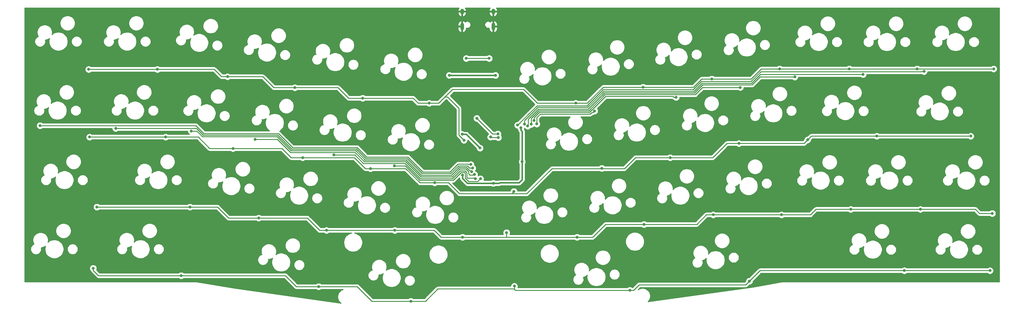
<source format=gbr>
G04 #@! TF.GenerationSoftware,KiCad,Pcbnew,(5.1.4-0-10_14)*
G04 #@! TF.CreationDate,2020-04-19T23:22:28-05:00*
G04 #@! TF.ProjectId,minister,6d696e69-7374-4657-922e-6b696361645f,rev?*
G04 #@! TF.SameCoordinates,Original*
G04 #@! TF.FileFunction,Copper,L1,Top*
G04 #@! TF.FilePolarity,Positive*
%FSLAX46Y46*%
G04 Gerber Fmt 4.6, Leading zero omitted, Abs format (unit mm)*
G04 Created by KiCad (PCBNEW (5.1.4-0-10_14)) date 2020-04-19 23:22:28*
%MOMM*%
%LPD*%
G04 APERTURE LIST*
%ADD10O,1.000000X2.100000*%
%ADD11O,1.000000X1.600000*%
%ADD12C,0.800000*%
%ADD13C,0.381000*%
%ADD14C,0.250000*%
%ADD15C,0.254000*%
G04 APERTURE END LIST*
D10*
X135507000Y-72439000D03*
X144147000Y-72439000D03*
D11*
X135507000Y-68259000D03*
X144147000Y-68259000D03*
D12*
X149225000Y-100711000D03*
X152908000Y-95631000D03*
X139954000Y-100330000D03*
X143002000Y-105156000D03*
X149479000Y-107315000D03*
X158115000Y-72136000D03*
X121412000Y-72263000D03*
X62230000Y-129413000D03*
X227584000Y-131826000D03*
X133096000Y-105918000D03*
X157988000Y-108585000D03*
X131318000Y-79375000D03*
X143383000Y-103124000D03*
X145542000Y-103251000D03*
X139573000Y-97917000D03*
X145415000Y-102235000D03*
X135636000Y-113665000D03*
X151765000Y-100584000D03*
X144145000Y-115951000D03*
X152146000Y-109982000D03*
X140462000Y-106172000D03*
X135509000Y-102362000D03*
X131953000Y-85979000D03*
X144767990Y-85991010D03*
X32004000Y-84328000D03*
X282829000Y-84201000D03*
X261620000Y-84201000D03*
X242824000Y-84201000D03*
X223520000Y-84201000D03*
X204724000Y-86995000D03*
X185674000Y-89281000D03*
X167005000Y-93726000D03*
X126365000Y-93726000D03*
X107950000Y-92329000D03*
X89154000Y-89408000D03*
X70485000Y-86360000D03*
X51054000Y-84328000D03*
X136017000Y-104013000D03*
X32258000Y-103124000D03*
X276479000Y-102870000D03*
X250444000Y-102870000D03*
X231267000Y-103886000D03*
X212217000Y-104902000D03*
X193167000Y-108839000D03*
X174244000Y-111797000D03*
X127889000Y-115824000D03*
X110109000Y-111887000D03*
X91313000Y-108839000D03*
X72009000Y-106299000D03*
X53340000Y-103124000D03*
X149855347Y-118232347D03*
X34290000Y-122555000D03*
X282448000Y-124333000D03*
X262509000Y-123190000D03*
X243205000Y-123190000D03*
X224028000Y-124714000D03*
X205105000Y-124714000D03*
X185928000Y-127381000D03*
X167386000Y-130937000D03*
X135636000Y-130937000D03*
X116840000Y-129032000D03*
X97917000Y-129032000D03*
X79121000Y-125603000D03*
X60071000Y-122555000D03*
X147828000Y-129667000D03*
X33274000Y-139573000D03*
X57658000Y-141605000D03*
X95758000Y-144653000D03*
X121285000Y-148717000D03*
X258064000Y-140208000D03*
X181991000Y-145669000D03*
X215138000Y-143129000D03*
X281813000Y-140208000D03*
X149987000Y-144526000D03*
X18542000Y-99949000D03*
X137922000Y-110744000D03*
X39497000Y-100711000D03*
X138430000Y-111760000D03*
X60452000Y-101473000D03*
X138176000Y-112776000D03*
X78105000Y-103759000D03*
X138938000Y-113538000D03*
X99949000Y-108114000D03*
X139192000Y-114681000D03*
X116713000Y-111162000D03*
X140589000Y-114681000D03*
X172220178Y-95893178D03*
X156181408Y-99485792D03*
X194818000Y-92081031D03*
X155448000Y-98552000D03*
X212598000Y-89345021D03*
X154686000Y-99568000D03*
X227711000Y-86450000D03*
X153670000Y-100076000D03*
X246634000Y-85725000D03*
X152781000Y-99568000D03*
X263525000Y-84926000D03*
X150876000Y-99822000D03*
X143002000Y-81280000D03*
X136652000Y-81280000D03*
D13*
X149225000Y-99314000D02*
X152908000Y-95631000D01*
X149225000Y-100711000D02*
X149225000Y-99314000D01*
X139954000Y-102108000D02*
X143002000Y-105156000D01*
X139954000Y-100330000D02*
X139954000Y-102108000D01*
X148825001Y-101110999D02*
X148825001Y-102761999D01*
X149225000Y-100711000D02*
X148825001Y-101110999D01*
X146431000Y-105156000D02*
X143002000Y-105156000D01*
X148825001Y-102761999D02*
X146431000Y-105156000D01*
X148590000Y-107315000D02*
X146431000Y-105156000D01*
X149479000Y-107315000D02*
X148590000Y-107315000D01*
X124206000Y-72263000D02*
X121412000Y-72263000D01*
X131318000Y-79375000D02*
X124206000Y-72263000D01*
D14*
X143510000Y-103251000D02*
X143383000Y-103124000D01*
X145542000Y-103251000D02*
X143510000Y-103251000D01*
X143891000Y-102235000D02*
X145415000Y-102235000D01*
X139573000Y-97917000D02*
X143891000Y-102235000D01*
D13*
X151257000Y-115824000D02*
X145923000Y-115824000D01*
X152146000Y-114935000D02*
X151257000Y-115824000D01*
X136940369Y-115951000D02*
X144145000Y-115951000D01*
X135636000Y-114646631D02*
X136940369Y-115951000D01*
X135636000Y-113665000D02*
X135636000Y-114646631D01*
X145796000Y-115951000D02*
X145923000Y-115824000D01*
X144145000Y-115951000D02*
X145796000Y-115951000D01*
X152146000Y-109982000D02*
X152146000Y-114935000D01*
X152146000Y-104394000D02*
X152146000Y-109982000D01*
X136652000Y-102362000D02*
X135890000Y-102362000D01*
X140462000Y-106172000D02*
X136652000Y-102362000D01*
X152146000Y-101530685D02*
X152146000Y-104394000D01*
X151765000Y-101149685D02*
X152146000Y-101530685D01*
X151765000Y-100584000D02*
X151765000Y-101149685D01*
X135775010Y-85991010D02*
X144767990Y-85991010D01*
X135763000Y-85979000D02*
X131953000Y-85979000D01*
X135775010Y-85991010D02*
X135763000Y-85979000D01*
D14*
X32004000Y-84328000D02*
X51054000Y-84328000D01*
X51054000Y-84328000D02*
X65532000Y-84328000D01*
X65532000Y-84328000D02*
X66802000Y-84328000D01*
X66802000Y-84328000D02*
X68834000Y-86360000D01*
X80264000Y-86360000D02*
X83312000Y-89408000D01*
X101092000Y-89408000D02*
X104013000Y-92329000D01*
X121920000Y-92329000D02*
X123317000Y-93726000D01*
X156337000Y-93726000D02*
X166624000Y-93726000D01*
X170180000Y-93726000D02*
X174625000Y-89281000D01*
X199644000Y-89281000D02*
X201930000Y-86995000D01*
X215646000Y-86995000D02*
X218440000Y-84201000D01*
X261620000Y-84201000D02*
X282829000Y-84201000D01*
X242824000Y-84201000D02*
X261620000Y-84201000D01*
X223520000Y-84201000D02*
X242824000Y-84201000D01*
X218440000Y-84201000D02*
X223520000Y-84201000D01*
X204724000Y-86995000D02*
X215646000Y-86995000D01*
X201930000Y-86995000D02*
X204724000Y-86995000D01*
X185674000Y-89281000D02*
X199644000Y-89281000D01*
X174625000Y-89281000D02*
X185674000Y-89281000D01*
X167005000Y-93726000D02*
X170180000Y-93726000D01*
X166624000Y-93726000D02*
X167005000Y-93726000D01*
X123317000Y-93726000D02*
X126365000Y-93726000D01*
X107950000Y-92329000D02*
X121920000Y-92329000D01*
X104013000Y-92329000D02*
X107950000Y-92329000D01*
X89154000Y-89408000D02*
X101092000Y-89408000D01*
X83312000Y-89408000D02*
X89154000Y-89408000D01*
X70485000Y-86360000D02*
X80264000Y-86360000D01*
X68834000Y-86360000D02*
X70485000Y-86360000D01*
X126365000Y-93726000D02*
X129032000Y-93726000D01*
X152527000Y-89916000D02*
X156337000Y-93726000D01*
X132842000Y-89916000D02*
X152527000Y-89916000D01*
X129032000Y-93726000D02*
X130746500Y-92011500D01*
X130746500Y-92011500D02*
X132842000Y-89916000D01*
X131508500Y-92011500D02*
X130746500Y-92011500D01*
X134620000Y-95123000D02*
X131508500Y-92011500D01*
X134620000Y-102616000D02*
X134620000Y-95123000D01*
X136017000Y-104013000D02*
X134620000Y-102616000D01*
X62357000Y-103124000D02*
X65532000Y-106299000D01*
X85598000Y-106299000D02*
X88138000Y-108839000D01*
X105664000Y-108839000D02*
X108712000Y-111887000D01*
X119888000Y-111887000D02*
X123825000Y-115824000D01*
X131699000Y-115824000D02*
X134747000Y-118872000D01*
X153416000Y-118872000D02*
X160401000Y-111887000D01*
X160401000Y-111887000D02*
X180467000Y-111887000D01*
X180467000Y-111887000D02*
X183515000Y-108839000D01*
X204978000Y-108839000D02*
X208915000Y-104902000D01*
X250444000Y-102870000D02*
X276479000Y-102870000D01*
X232283000Y-102870000D02*
X250444000Y-102870000D01*
X231267000Y-103886000D02*
X232283000Y-102870000D01*
X230251000Y-104902000D02*
X231267000Y-103886000D01*
X212217000Y-104902000D02*
X230251000Y-104902000D01*
X208915000Y-104902000D02*
X212217000Y-104902000D01*
X193167000Y-108839000D02*
X204978000Y-108839000D01*
X183515000Y-108839000D02*
X193167000Y-108839000D01*
X127889000Y-115824000D02*
X131699000Y-115824000D01*
X123825000Y-115824000D02*
X127889000Y-115824000D01*
X110109000Y-111887000D02*
X119888000Y-111887000D01*
X108712000Y-111887000D02*
X110109000Y-111887000D01*
X91313000Y-108839000D02*
X105664000Y-108839000D01*
X88138000Y-108839000D02*
X91313000Y-108839000D01*
X72009000Y-106299000D02*
X85598000Y-106299000D01*
X65532000Y-106299000D02*
X72009000Y-106299000D01*
X53340000Y-103124000D02*
X62357000Y-103124000D01*
X32258000Y-103124000D02*
X53340000Y-103124000D01*
X149352000Y-118735694D02*
X149855347Y-118232347D01*
X149352000Y-118872000D02*
X149352000Y-118735694D01*
X134747000Y-118872000D02*
X149352000Y-118872000D01*
X149352000Y-118872000D02*
X153416000Y-118872000D01*
X67691000Y-122555000D02*
X70739000Y-125603000D01*
X92583000Y-125603000D02*
X96012000Y-129032000D01*
X127762000Y-129032000D02*
X129667000Y-130937000D01*
X171704000Y-130937000D02*
X175260000Y-127381000D01*
X200533000Y-127381000D02*
X203200000Y-124714000D01*
X232029000Y-124714000D02*
X233553000Y-123190000D01*
X278892000Y-124333000D02*
X282448000Y-124333000D01*
X277749000Y-123190000D02*
X278892000Y-124333000D01*
X262509000Y-123190000D02*
X277749000Y-123190000D01*
X243205000Y-123190000D02*
X262509000Y-123190000D01*
X233553000Y-123190000D02*
X243205000Y-123190000D01*
X224028000Y-124714000D02*
X232029000Y-124714000D01*
X205105000Y-124714000D02*
X224028000Y-124714000D01*
X203200000Y-124714000D02*
X205105000Y-124714000D01*
X185928000Y-127381000D02*
X200533000Y-127381000D01*
X175260000Y-127381000D02*
X185928000Y-127381000D01*
X167386000Y-130937000D02*
X171704000Y-130937000D01*
X129667000Y-130937000D02*
X135636000Y-130937000D01*
X116840000Y-129032000D02*
X127762000Y-129032000D01*
X97917000Y-129032000D02*
X116840000Y-129032000D01*
X96012000Y-129032000D02*
X97917000Y-129032000D01*
X79121000Y-125603000D02*
X92583000Y-125603000D01*
X70739000Y-125603000D02*
X79121000Y-125603000D01*
X60071000Y-122555000D02*
X67691000Y-122555000D01*
X34290000Y-122555000D02*
X60071000Y-122555000D01*
X147828000Y-130937000D02*
X147828000Y-129667000D01*
X135636000Y-130937000D02*
X147828000Y-130937000D01*
X147828000Y-130937000D02*
X167386000Y-130937000D01*
X33274000Y-140138685D02*
X34740315Y-141605000D01*
X33274000Y-139573000D02*
X33274000Y-140138685D01*
X96012000Y-144653000D02*
X106426000Y-144653000D01*
X106426000Y-144653000D02*
X110490000Y-148717000D01*
X34740315Y-141605000D02*
X57658000Y-141605000D01*
X95758000Y-144653000D02*
X96012000Y-144653000D01*
X110490000Y-148717000D02*
X121285000Y-148717000D01*
X183007000Y-145669000D02*
X184531000Y-144145000D01*
X184531000Y-144145000D02*
X214122000Y-144145000D01*
X215900000Y-142367000D02*
X218059000Y-140208000D01*
X263779000Y-140208000D02*
X279273000Y-140208000D01*
X258064000Y-140208000D02*
X263779000Y-140208000D01*
X218059000Y-140208000D02*
X258064000Y-140208000D01*
X181991000Y-145669000D02*
X183007000Y-145669000D01*
X215138000Y-143129000D02*
X215900000Y-142367000D01*
X214122000Y-144145000D02*
X215138000Y-143129000D01*
X279273000Y-140208000D02*
X281813000Y-140208000D01*
X125349000Y-148717000D02*
X121285000Y-148717000D01*
X128778000Y-145288000D02*
X125349000Y-148717000D01*
X181991000Y-145669000D02*
X150241000Y-145669000D01*
X149606000Y-145288000D02*
X149860000Y-145288000D01*
X149860000Y-145288000D02*
X150241000Y-145669000D01*
X149606000Y-145288000D02*
X128778000Y-145288000D01*
X89535000Y-144653000D02*
X95758000Y-144653000D01*
X86487000Y-141605000D02*
X89535000Y-144653000D01*
X57658000Y-141605000D02*
X86487000Y-141605000D01*
X149987000Y-145161000D02*
X149987000Y-144526000D01*
X149860000Y-145288000D02*
X149987000Y-145161000D01*
X137794999Y-110744000D02*
X137922000Y-110744000D01*
X137220505Y-110744000D02*
X137922000Y-110744000D01*
X134322998Y-110652954D02*
X137129460Y-110652955D01*
X61727640Y-99949000D02*
X63912620Y-102133980D01*
X132152980Y-112822970D02*
X134322998Y-110652954D01*
X124642430Y-112822970D02*
X132152980Y-112822970D01*
X88520021Y-106038971D02*
X106424202Y-106038972D01*
X120456420Y-108636960D02*
X124642430Y-112822970D01*
X109022190Y-108636960D02*
X120456420Y-108636960D01*
X106424202Y-106038972D02*
X109022190Y-108636960D01*
X137129460Y-110652955D02*
X137220505Y-110744000D01*
X84615031Y-102133981D02*
X88520021Y-106038971D01*
X63912620Y-102133980D02*
X84615031Y-102133981D01*
X18542000Y-99949000D02*
X61727640Y-99949000D01*
X61853230Y-100711000D02*
X39497000Y-100711000D01*
X63726219Y-102583989D02*
X61853230Y-100711000D01*
X132339380Y-113272980D02*
X124456030Y-113272980D01*
X84428630Y-102583990D02*
X63726219Y-102583989D01*
X108835790Y-109086970D02*
X106237801Y-106488981D01*
X134509397Y-111102963D02*
X132339380Y-113272980D01*
X106237801Y-106488981D02*
X88333620Y-106488980D01*
X138430000Y-111760000D02*
X137600095Y-111760000D01*
X120270022Y-109086972D02*
X108835790Y-109086970D01*
X124456030Y-113272980D02*
X120270022Y-109086972D01*
X88333620Y-106488980D02*
X84428630Y-102583990D01*
X136943059Y-111102964D02*
X134509397Y-111102963D01*
X137600095Y-111760000D02*
X136943059Y-111102964D01*
X63539819Y-103033999D02*
X84242229Y-103033999D01*
X134695797Y-111552973D02*
X136756658Y-111552973D01*
X120083621Y-109536981D02*
X124269630Y-113722990D01*
X108649389Y-109536979D02*
X120083621Y-109536981D01*
X84242229Y-103033999D02*
X88147219Y-106938989D01*
X132525780Y-113722990D02*
X134695797Y-111552973D01*
X106051400Y-106938990D02*
X108649389Y-109536979D01*
X88147219Y-106938989D02*
X106051400Y-106938990D01*
X61978820Y-101473000D02*
X63539819Y-103033999D01*
X124269630Y-113722990D02*
X132525780Y-113722990D01*
X60452000Y-101473000D02*
X61978820Y-101473000D01*
X137776001Y-112376001D02*
X137579686Y-112376001D01*
X137579686Y-112376001D02*
X136756658Y-111552973D01*
X138176000Y-112776000D02*
X137776001Y-112376001D01*
X139065000Y-113665000D02*
X139192000Y-113538000D01*
X137298020Y-113295020D02*
X137668000Y-113665000D01*
X78105000Y-103759000D02*
X84330820Y-103759000D01*
X137298020Y-112784200D02*
X137298020Y-113295020D01*
X132712180Y-114173000D02*
X134882201Y-112002981D01*
X119897220Y-109986990D02*
X124083230Y-114173000D01*
X105864999Y-107388999D02*
X108462989Y-109986989D01*
X134882201Y-112002981D02*
X136516802Y-112002982D01*
X137668000Y-113665000D02*
X138811000Y-113665000D01*
X87960819Y-107388999D02*
X105864999Y-107388999D01*
X136516802Y-112002982D02*
X137298020Y-112784200D01*
X138811000Y-113665000D02*
X138938000Y-113538000D01*
X124083230Y-114173000D02*
X132712180Y-114173000D01*
X84330820Y-103759000D02*
X87960819Y-107388999D01*
X108462989Y-109986989D02*
X119897220Y-109986990D01*
X139034981Y-114523981D02*
X139192000Y-114681000D01*
X136330401Y-112452991D02*
X136848010Y-112970600D01*
X135068600Y-112452990D02*
X136330401Y-112452991D01*
X108150999Y-110436999D02*
X119710819Y-110436999D01*
X136848010Y-114367600D02*
X137004391Y-114523981D01*
X123922809Y-114648989D02*
X132872601Y-114648989D01*
X137004391Y-114523981D02*
X139034981Y-114523981D01*
X136848010Y-112970600D02*
X136848010Y-114367600D01*
X119710819Y-110436999D02*
X123922809Y-114648989D01*
X132872601Y-114648989D02*
X135068600Y-112452990D01*
X105828000Y-108114000D02*
X108150999Y-110436999D01*
X99949000Y-108114000D02*
X105828000Y-108114000D01*
X139896010Y-115373990D02*
X140589000Y-114681000D01*
X136398000Y-113157000D02*
X136398000Y-114554000D01*
X139834510Y-115435490D02*
X139896010Y-115373990D01*
X135255000Y-112903000D02*
X136144000Y-112903000D01*
X133059001Y-115098999D02*
X135255000Y-112903000D01*
X137279490Y-115435490D02*
X139834510Y-115435490D01*
X136398000Y-114554000D02*
X137279490Y-115435490D01*
X136144000Y-112903000D02*
X136398000Y-113157000D01*
X123736409Y-115098999D02*
X133059001Y-115098999D01*
X119799410Y-111162000D02*
X123736409Y-115098999D01*
X116713000Y-111162000D02*
X119799410Y-111162000D01*
X157178999Y-96701051D02*
X156173001Y-97707049D01*
X171820179Y-96293177D02*
X171431283Y-96293177D01*
X156173001Y-97707049D02*
X156173001Y-99477999D01*
X171023409Y-96701051D02*
X157178999Y-96701051D01*
X171431283Y-96293177D02*
X171023409Y-96701051D01*
X156173615Y-99477999D02*
X156181408Y-99485792D01*
X172220178Y-95893178D02*
X171820179Y-96293177D01*
X156173001Y-99477999D02*
X156173615Y-99477999D01*
X155448000Y-97795640D02*
X155448000Y-98552000D01*
X193977325Y-91806041D02*
X175282009Y-91806041D01*
X170837009Y-96251041D02*
X156992599Y-96251041D01*
X175282009Y-91806041D02*
X170837009Y-96251041D01*
X156992599Y-96251041D02*
X155448000Y-97795640D01*
X194252315Y-92081031D02*
X193977325Y-91806041D01*
X194818000Y-92081031D02*
X194252315Y-92081031D01*
X154686000Y-97921230D02*
X154686000Y-99568000D01*
X156806199Y-95801031D02*
X154686000Y-97921230D01*
X170650609Y-95801031D02*
X156806199Y-95801031D01*
X175095609Y-91356031D02*
X170650609Y-95801031D01*
X200114609Y-91356031D02*
X175095609Y-91356031D01*
X202125619Y-89345021D02*
X200114609Y-91356031D01*
X212598000Y-89345021D02*
X202125619Y-89345021D01*
X153797000Y-98173820D02*
X153797000Y-99949000D01*
X170464209Y-95351021D02*
X156619799Y-95351021D01*
X153797000Y-99949000D02*
X153670000Y-100076000D01*
X156619799Y-95351021D02*
X153797000Y-98173820D01*
X174909209Y-90906021D02*
X170464209Y-95351021D01*
X218100230Y-86450000D02*
X215930209Y-88620021D01*
X199928209Y-90906021D02*
X174909209Y-90906021D01*
X202214209Y-88620021D02*
X199928209Y-90906021D01*
X215930209Y-88620021D02*
X202214209Y-88620021D01*
X227711000Y-86450000D02*
X218100230Y-86450000D01*
X152781000Y-98553410D02*
X152781000Y-99568000D01*
X156433399Y-94901011D02*
X152781000Y-98553410D01*
X174722809Y-90456011D02*
X170277809Y-94901011D01*
X199741809Y-90456011D02*
X174722809Y-90456011D01*
X170277809Y-94901011D02*
X156433399Y-94901011D01*
X202027809Y-88170011D02*
X199741809Y-90456011D01*
X246634000Y-85725000D02*
X218188820Y-85725000D01*
X218188820Y-85725000D02*
X215743809Y-88170011D01*
X215743809Y-88170011D02*
X202027809Y-88170011D01*
X262959315Y-84926000D02*
X263525000Y-84926000D01*
X262922315Y-84963000D02*
X262959315Y-84926000D01*
X156246999Y-94451001D02*
X170091409Y-94451001D01*
X215557409Y-87720001D02*
X218314410Y-84963000D01*
X153924000Y-96774000D02*
X156246999Y-94451001D01*
X201841409Y-87720001D02*
X215557409Y-87720001D01*
X199555409Y-90006001D02*
X201841409Y-87720001D01*
X174536409Y-90006001D02*
X199555409Y-90006001D01*
X170091409Y-94451001D02*
X174536409Y-90006001D01*
X218314410Y-84963000D02*
X262922315Y-84963000D01*
X151275999Y-99422001D02*
X153924000Y-96774000D01*
X150876000Y-99822000D02*
X151275999Y-99422001D01*
X136652000Y-81280000D02*
X143002000Y-81280000D01*
D15*
G36*
X134506997Y-67407322D02*
G01*
X134418585Y-67613013D01*
X134372000Y-67832000D01*
X134372000Y-68132000D01*
X135380000Y-68132000D01*
X135380000Y-68112000D01*
X135634000Y-68112000D01*
X135634000Y-68132000D01*
X136642000Y-68132000D01*
X136642000Y-67832000D01*
X136595415Y-67613013D01*
X136507003Y-67407322D01*
X136421529Y-67283000D01*
X143232471Y-67283000D01*
X143146997Y-67407322D01*
X143058585Y-67613013D01*
X143012000Y-67832000D01*
X143012000Y-68132000D01*
X144020000Y-68132000D01*
X144020000Y-68112000D01*
X144274000Y-68112000D01*
X144274000Y-68132000D01*
X145282000Y-68132000D01*
X145282000Y-67832000D01*
X145235415Y-67613013D01*
X145147003Y-67407322D01*
X145061529Y-67283000D01*
X284356001Y-67283000D01*
X284356000Y-88584104D01*
X284356001Y-88584114D01*
X284356000Y-89834104D01*
X284356001Y-89834114D01*
X284356000Y-93084104D01*
X284356001Y-93084113D01*
X284356000Y-94084104D01*
X284356001Y-94084114D01*
X284356000Y-97584104D01*
X284356001Y-97584113D01*
X284356000Y-98584104D01*
X284356001Y-98584114D01*
X284356000Y-106084104D01*
X284356001Y-106084114D01*
X284356000Y-107511895D01*
X284356000Y-108584104D01*
X284356001Y-108584114D01*
X284356000Y-118084104D01*
X284356001Y-118084114D01*
X284356000Y-143313000D01*
X224385615Y-143313000D01*
X224358061Y-143309642D01*
X224313410Y-143313000D01*
X224304895Y-143313000D01*
X224277394Y-143315709D01*
X224249864Y-143317779D01*
X224241486Y-143319245D01*
X224196915Y-143323635D01*
X224170346Y-143331695D01*
X216226892Y-144721800D01*
X187015051Y-148793753D01*
X187190948Y-148617856D01*
X187427225Y-148264244D01*
X187589974Y-147871331D01*
X187672944Y-147454217D01*
X187672944Y-147028931D01*
X187589974Y-146611817D01*
X187427225Y-146218904D01*
X187190948Y-145865292D01*
X186890226Y-145564570D01*
X186536614Y-145328293D01*
X186143701Y-145165544D01*
X185726587Y-145082574D01*
X185301301Y-145082574D01*
X184884187Y-145165544D01*
X184491274Y-145328293D01*
X184284037Y-145466765D01*
X184845803Y-144905000D01*
X214084678Y-144905000D01*
X214122000Y-144908676D01*
X214159322Y-144905000D01*
X214159333Y-144905000D01*
X214270986Y-144894003D01*
X214414247Y-144850546D01*
X214546276Y-144779974D01*
X214662001Y-144685001D01*
X214685804Y-144655998D01*
X215177802Y-144164000D01*
X215239939Y-144164000D01*
X215439898Y-144124226D01*
X215628256Y-144046205D01*
X215797774Y-143932937D01*
X215941937Y-143788774D01*
X216055205Y-143619256D01*
X216133226Y-143430898D01*
X216173000Y-143230939D01*
X216173000Y-143168802D01*
X216463799Y-142878003D01*
X216463803Y-142877998D01*
X218373802Y-140968000D01*
X257360289Y-140968000D01*
X257404226Y-141011937D01*
X257573744Y-141125205D01*
X257762102Y-141203226D01*
X257962061Y-141243000D01*
X258165939Y-141243000D01*
X258365898Y-141203226D01*
X258554256Y-141125205D01*
X258723774Y-141011937D01*
X258767711Y-140968000D01*
X281109289Y-140968000D01*
X281153226Y-141011937D01*
X281322744Y-141125205D01*
X281511102Y-141203226D01*
X281711061Y-141243000D01*
X281914939Y-141243000D01*
X282114898Y-141203226D01*
X282303256Y-141125205D01*
X282472774Y-141011937D01*
X282616937Y-140867774D01*
X282730205Y-140698256D01*
X282808226Y-140509898D01*
X282848000Y-140309939D01*
X282848000Y-140106061D01*
X282808226Y-139906102D01*
X282730205Y-139717744D01*
X282616937Y-139548226D01*
X282472774Y-139404063D01*
X282303256Y-139290795D01*
X282114898Y-139212774D01*
X281914939Y-139173000D01*
X281711061Y-139173000D01*
X281511102Y-139212774D01*
X281322744Y-139290795D01*
X281153226Y-139404063D01*
X281109289Y-139448000D01*
X258767711Y-139448000D01*
X258723774Y-139404063D01*
X258554256Y-139290795D01*
X258365898Y-139212774D01*
X258165939Y-139173000D01*
X257962061Y-139173000D01*
X257762102Y-139212774D01*
X257573744Y-139290795D01*
X257404226Y-139404063D01*
X257360289Y-139448000D01*
X218096322Y-139448000D01*
X218058999Y-139444324D01*
X218021676Y-139448000D01*
X218021667Y-139448000D01*
X217910014Y-139458997D01*
X217766753Y-139502454D01*
X217634723Y-139573026D01*
X217551083Y-139641668D01*
X217518999Y-139667999D01*
X217495201Y-139696997D01*
X215389002Y-141803197D01*
X215388997Y-141803201D01*
X215098198Y-142094000D01*
X215036061Y-142094000D01*
X214836102Y-142133774D01*
X214647744Y-142211795D01*
X214478226Y-142325063D01*
X214334063Y-142469226D01*
X214220795Y-142638744D01*
X214142774Y-142827102D01*
X214103000Y-143027061D01*
X214103000Y-143089198D01*
X213807199Y-143385000D01*
X184568322Y-143385000D01*
X184530999Y-143381324D01*
X184493676Y-143385000D01*
X184493667Y-143385000D01*
X184382014Y-143395997D01*
X184238753Y-143439454D01*
X184106724Y-143510026D01*
X184106722Y-143510027D01*
X184106723Y-143510027D01*
X184019996Y-143581201D01*
X184019992Y-143581205D01*
X183990999Y-143604999D01*
X183967205Y-143633992D01*
X182693455Y-144907744D01*
X182650774Y-144865063D01*
X182481256Y-144751795D01*
X182292898Y-144673774D01*
X182092939Y-144634000D01*
X181889061Y-144634000D01*
X181689102Y-144673774D01*
X181500744Y-144751795D01*
X181331226Y-144865063D01*
X181287289Y-144909000D01*
X150948632Y-144909000D01*
X150982226Y-144827898D01*
X151022000Y-144627939D01*
X151022000Y-144424061D01*
X150982226Y-144224102D01*
X150904205Y-144035744D01*
X150790937Y-143866226D01*
X150646774Y-143722063D01*
X150477256Y-143608795D01*
X150288898Y-143530774D01*
X150088939Y-143491000D01*
X149885061Y-143491000D01*
X149685102Y-143530774D01*
X149496744Y-143608795D01*
X149327226Y-143722063D01*
X149183063Y-143866226D01*
X149069795Y-144035744D01*
X148991774Y-144224102D01*
X148952000Y-144424061D01*
X148952000Y-144528000D01*
X128815322Y-144528000D01*
X128777999Y-144524324D01*
X128740676Y-144528000D01*
X128740667Y-144528000D01*
X128629014Y-144538997D01*
X128485753Y-144582454D01*
X128353724Y-144653026D01*
X128237999Y-144747999D01*
X128214201Y-144776997D01*
X125034199Y-147957000D01*
X121988711Y-147957000D01*
X121944774Y-147913063D01*
X121775256Y-147799795D01*
X121586898Y-147721774D01*
X121386939Y-147682000D01*
X121183061Y-147682000D01*
X120983102Y-147721774D01*
X120794744Y-147799795D01*
X120625226Y-147913063D01*
X120581289Y-147957000D01*
X110804802Y-147957000D01*
X106989804Y-144142003D01*
X106966001Y-144112999D01*
X106850276Y-144018026D01*
X106718247Y-143947454D01*
X106574986Y-143903997D01*
X106463333Y-143893000D01*
X106463322Y-143893000D01*
X106426000Y-143889324D01*
X106388678Y-143893000D01*
X96461711Y-143893000D01*
X96417774Y-143849063D01*
X96248256Y-143735795D01*
X96059898Y-143657774D01*
X95859939Y-143618000D01*
X95656061Y-143618000D01*
X95456102Y-143657774D01*
X95267744Y-143735795D01*
X95098226Y-143849063D01*
X95054289Y-143893000D01*
X89849802Y-143893000D01*
X87341081Y-141384279D01*
X109410438Y-141384279D01*
X109410438Y-141681723D01*
X109468467Y-141973452D01*
X109582294Y-142248254D01*
X109747545Y-142495570D01*
X109957869Y-142705894D01*
X110205185Y-142871145D01*
X110479987Y-142984972D01*
X110771716Y-143043001D01*
X111069160Y-143043001D01*
X111360889Y-142984972D01*
X111635691Y-142871145D01*
X111883007Y-142705894D01*
X112093331Y-142495570D01*
X112258582Y-142248254D01*
X112372409Y-141973452D01*
X112430438Y-141681723D01*
X112430438Y-141384279D01*
X112419536Y-141329470D01*
X112741857Y-141329470D01*
X113154334Y-141247423D01*
X113542880Y-141086482D01*
X113598771Y-141049137D01*
X113423127Y-141473178D01*
X113322100Y-141981076D01*
X113322100Y-142498924D01*
X113423127Y-143006822D01*
X113621299Y-143485251D01*
X113909000Y-143915826D01*
X114275174Y-144282000D01*
X114705749Y-144569701D01*
X115184178Y-144767873D01*
X115692076Y-144868900D01*
X116209924Y-144868900D01*
X116717822Y-144767873D01*
X117196251Y-144569701D01*
X117626826Y-144282000D01*
X117993000Y-143915826D01*
X118280701Y-143485251D01*
X118478873Y-143006822D01*
X118520355Y-142798277D01*
X119471562Y-142798277D01*
X119471562Y-143095721D01*
X119529591Y-143387450D01*
X119643418Y-143662252D01*
X119808669Y-143909568D01*
X120018993Y-144119892D01*
X120266309Y-144285143D01*
X120541111Y-144398970D01*
X120832840Y-144456999D01*
X121130284Y-144456999D01*
X121422013Y-144398970D01*
X121696815Y-144285143D01*
X121944131Y-144119892D01*
X122154455Y-143909568D01*
X122319706Y-143662252D01*
X122433533Y-143387450D01*
X122491562Y-143095721D01*
X122491562Y-142798277D01*
X122441038Y-142544277D01*
X166179438Y-142544277D01*
X166179438Y-142841721D01*
X166237467Y-143133450D01*
X166351294Y-143408252D01*
X166516545Y-143655568D01*
X166726869Y-143865892D01*
X166974185Y-144031143D01*
X167248987Y-144144970D01*
X167540716Y-144202999D01*
X167838160Y-144202999D01*
X168129889Y-144144970D01*
X168404691Y-144031143D01*
X168652007Y-143865892D01*
X168862331Y-143655568D01*
X169027582Y-143408252D01*
X169141409Y-143133450D01*
X169199438Y-142841721D01*
X169199438Y-142544277D01*
X169141409Y-142252548D01*
X169071101Y-142082811D01*
X169216335Y-142053922D01*
X169604881Y-141892981D01*
X169954562Y-141659332D01*
X170141824Y-141472070D01*
X170091100Y-141727076D01*
X170091100Y-142244924D01*
X170192127Y-142752822D01*
X170390299Y-143231251D01*
X170678000Y-143661826D01*
X171044174Y-144028000D01*
X171474749Y-144315701D01*
X171953178Y-144513873D01*
X172461076Y-144614900D01*
X172978924Y-144614900D01*
X173486822Y-144513873D01*
X173965251Y-144315701D01*
X174395826Y-144028000D01*
X174762000Y-143661826D01*
X175049701Y-143231251D01*
X175247873Y-142752822D01*
X175348900Y-142244924D01*
X175348900Y-141727076D01*
X175247873Y-141219178D01*
X175211050Y-141130279D01*
X176240562Y-141130279D01*
X176240562Y-141427723D01*
X176298591Y-141719452D01*
X176412418Y-141994254D01*
X176577669Y-142241570D01*
X176787993Y-142451894D01*
X177035309Y-142617145D01*
X177310111Y-142730972D01*
X177601840Y-142789001D01*
X177899284Y-142789001D01*
X178191013Y-142730972D01*
X178465815Y-142617145D01*
X178713131Y-142451894D01*
X178923455Y-142241570D01*
X179088706Y-141994254D01*
X179202533Y-141719452D01*
X179260562Y-141427723D01*
X179260562Y-141130279D01*
X179202533Y-140838550D01*
X179088706Y-140563748D01*
X178923455Y-140316432D01*
X178713131Y-140106108D01*
X178465815Y-139940857D01*
X178191013Y-139827030D01*
X177899284Y-139769001D01*
X177601840Y-139769001D01*
X177310111Y-139827030D01*
X177035309Y-139940857D01*
X176787993Y-140106108D01*
X176577669Y-140316432D01*
X176412418Y-140563748D01*
X176298591Y-140838550D01*
X176240562Y-141130279D01*
X175211050Y-141130279D01*
X175049701Y-140740749D01*
X174762000Y-140310174D01*
X174395826Y-139944000D01*
X173965251Y-139656299D01*
X173486822Y-139458127D01*
X172978924Y-139357100D01*
X172461076Y-139357100D01*
X171953178Y-139458127D01*
X171474749Y-139656299D01*
X171044174Y-139944000D01*
X170716574Y-140271600D01*
X170728579Y-140211248D01*
X170728579Y-139790690D01*
X170646532Y-139378213D01*
X170485591Y-138989667D01*
X170251942Y-138639986D01*
X169954562Y-138342606D01*
X169604881Y-138108957D01*
X169216335Y-137948016D01*
X168803858Y-137865969D01*
X168383300Y-137865969D01*
X167970823Y-137948016D01*
X167582277Y-138108957D01*
X167232596Y-138342606D01*
X166935216Y-138639986D01*
X166701567Y-138989667D01*
X166540626Y-139378213D01*
X166458579Y-139790690D01*
X166458579Y-140211248D01*
X166540626Y-140623725D01*
X166701567Y-141012271D01*
X166935216Y-141361952D01*
X166946570Y-141373306D01*
X166726869Y-141520106D01*
X166516545Y-141730430D01*
X166351294Y-141977746D01*
X166237467Y-142252548D01*
X166179438Y-142544277D01*
X122441038Y-142544277D01*
X122433533Y-142506548D01*
X122319706Y-142231746D01*
X122154455Y-141984430D01*
X121944131Y-141774106D01*
X121696815Y-141608855D01*
X121422013Y-141495028D01*
X121130284Y-141436999D01*
X120832840Y-141436999D01*
X120541111Y-141495028D01*
X120266309Y-141608855D01*
X120018993Y-141774106D01*
X119808669Y-141984430D01*
X119643418Y-142231746D01*
X119529591Y-142506548D01*
X119471562Y-142798277D01*
X118520355Y-142798277D01*
X118579900Y-142498924D01*
X118579900Y-141981076D01*
X118478873Y-141473178D01*
X118280701Y-140994749D01*
X117993000Y-140564174D01*
X117626826Y-140198000D01*
X117196251Y-139910299D01*
X116717822Y-139712127D01*
X116209924Y-139611100D01*
X115692076Y-139611100D01*
X115184178Y-139712127D01*
X114705749Y-139910299D01*
X114484838Y-140057907D01*
X114584531Y-139817226D01*
X114666578Y-139404749D01*
X114666578Y-138984191D01*
X114584531Y-138571714D01*
X114423590Y-138183168D01*
X114189941Y-137833487D01*
X113892561Y-137536107D01*
X113618012Y-137352659D01*
X117038280Y-137352659D01*
X117038280Y-137773217D01*
X117120327Y-138185694D01*
X117281268Y-138574240D01*
X117514917Y-138923921D01*
X117812297Y-139221301D01*
X118161978Y-139454950D01*
X118550524Y-139615891D01*
X118963001Y-139697938D01*
X119383559Y-139697938D01*
X119796036Y-139615891D01*
X120184582Y-139454950D01*
X120534263Y-139221301D01*
X120831643Y-138923921D01*
X121065292Y-138574240D01*
X121226233Y-138185694D01*
X121308280Y-137773217D01*
X121308280Y-137352659D01*
X121226233Y-136940182D01*
X121065292Y-136551636D01*
X120831643Y-136201955D01*
X120534263Y-135904575D01*
X120184582Y-135670926D01*
X119796036Y-135509985D01*
X119584270Y-135467862D01*
X126292794Y-135467862D01*
X126292794Y-135985710D01*
X126393821Y-136493608D01*
X126591993Y-136972037D01*
X126879694Y-137402612D01*
X127245868Y-137768786D01*
X127676443Y-138056487D01*
X128154872Y-138254659D01*
X128662770Y-138355686D01*
X129180618Y-138355686D01*
X129688516Y-138254659D01*
X130166945Y-138056487D01*
X130597520Y-137768786D01*
X130963694Y-137402612D01*
X131251395Y-136972037D01*
X131449567Y-136493608D01*
X131550594Y-135985710D01*
X131550594Y-135467862D01*
X131500071Y-135213862D01*
X157120406Y-135213862D01*
X157120406Y-135731710D01*
X157221433Y-136239608D01*
X157419605Y-136718037D01*
X157707306Y-137148612D01*
X158073480Y-137514786D01*
X158504055Y-137802487D01*
X158982484Y-138000659D01*
X159490382Y-138101686D01*
X160008230Y-138101686D01*
X160516128Y-138000659D01*
X160994557Y-137802487D01*
X161425132Y-137514786D01*
X161791306Y-137148612D01*
X162079007Y-136718037D01*
X162214196Y-136391660D01*
X172393282Y-136391660D01*
X172393282Y-136812218D01*
X172475329Y-137224695D01*
X172636270Y-137613241D01*
X172869919Y-137962922D01*
X173167299Y-138260302D01*
X173516980Y-138493951D01*
X173905526Y-138654892D01*
X174318003Y-138736939D01*
X174738561Y-138736939D01*
X175151038Y-138654892D01*
X175539584Y-138493951D01*
X175889265Y-138260302D01*
X176186645Y-137962922D01*
X176265252Y-137845277D01*
X199199438Y-137845277D01*
X199199438Y-138142721D01*
X199257467Y-138434450D01*
X199371294Y-138709252D01*
X199536545Y-138956568D01*
X199746869Y-139166892D01*
X199994185Y-139332143D01*
X200268987Y-139445970D01*
X200560716Y-139503999D01*
X200858160Y-139503999D01*
X201149889Y-139445970D01*
X201424691Y-139332143D01*
X201672007Y-139166892D01*
X201882331Y-138956568D01*
X202047582Y-138709252D01*
X202161409Y-138434450D01*
X202219438Y-138142721D01*
X202219438Y-137845277D01*
X202161409Y-137553548D01*
X202091101Y-137383811D01*
X202236335Y-137354922D01*
X202624881Y-137193981D01*
X202974562Y-136960332D01*
X203161824Y-136773070D01*
X203111100Y-137028076D01*
X203111100Y-137545924D01*
X203212127Y-138053822D01*
X203410299Y-138532251D01*
X203698000Y-138962826D01*
X204064174Y-139329000D01*
X204494749Y-139616701D01*
X204973178Y-139814873D01*
X205481076Y-139915900D01*
X205998924Y-139915900D01*
X206506822Y-139814873D01*
X206985251Y-139616701D01*
X207415826Y-139329000D01*
X207782000Y-138962826D01*
X208069701Y-138532251D01*
X208267873Y-138053822D01*
X208368900Y-137545924D01*
X208368900Y-137028076D01*
X208267873Y-136520178D01*
X208231050Y-136431279D01*
X209260562Y-136431279D01*
X209260562Y-136728723D01*
X209318591Y-137020452D01*
X209432418Y-137295254D01*
X209597669Y-137542570D01*
X209807993Y-137752894D01*
X210055309Y-137918145D01*
X210330111Y-138031972D01*
X210621840Y-138090001D01*
X210919284Y-138090001D01*
X211211013Y-138031972D01*
X211485815Y-137918145D01*
X211733131Y-137752894D01*
X211943455Y-137542570D01*
X212108706Y-137295254D01*
X212222533Y-137020452D01*
X212280562Y-136728723D01*
X212280562Y-136431279D01*
X212222533Y-136139550D01*
X212108706Y-135864748D01*
X211943455Y-135617432D01*
X211733131Y-135407108D01*
X211485815Y-135241857D01*
X211211013Y-135128030D01*
X210919284Y-135070001D01*
X210621840Y-135070001D01*
X210330111Y-135128030D01*
X210055309Y-135241857D01*
X209807993Y-135407108D01*
X209597669Y-135617432D01*
X209432418Y-135864748D01*
X209318591Y-136139550D01*
X209260562Y-136431279D01*
X208231050Y-136431279D01*
X208069701Y-136041749D01*
X207782000Y-135611174D01*
X207415826Y-135245000D01*
X206985251Y-134957299D01*
X206506822Y-134759127D01*
X205998924Y-134658100D01*
X205481076Y-134658100D01*
X204973178Y-134759127D01*
X204494749Y-134957299D01*
X204064174Y-135245000D01*
X203736574Y-135572600D01*
X203748579Y-135512248D01*
X203748579Y-135091690D01*
X203666532Y-134679213D01*
X203505591Y-134290667D01*
X203456555Y-134217278D01*
X242711000Y-134217278D01*
X242711000Y-134514722D01*
X242769029Y-134806451D01*
X242882856Y-135081253D01*
X243048107Y-135328569D01*
X243258431Y-135538893D01*
X243505747Y-135704144D01*
X243780549Y-135817971D01*
X244072278Y-135876000D01*
X244369722Y-135876000D01*
X244661451Y-135817971D01*
X244936253Y-135704144D01*
X245183569Y-135538893D01*
X245393893Y-135328569D01*
X245559144Y-135081253D01*
X245672971Y-134806451D01*
X245731000Y-134514722D01*
X245731000Y-134217278D01*
X245680023Y-133961000D01*
X245701279Y-133961000D01*
X246113756Y-133878953D01*
X246502302Y-133718012D01*
X246808708Y-133513279D01*
X246773127Y-133599178D01*
X246672100Y-134107076D01*
X246672100Y-134624924D01*
X246773127Y-135132822D01*
X246971299Y-135611251D01*
X247259000Y-136041826D01*
X247625174Y-136408000D01*
X248055749Y-136695701D01*
X248534178Y-136893873D01*
X249042076Y-136994900D01*
X249559924Y-136994900D01*
X250067822Y-136893873D01*
X250546251Y-136695701D01*
X250976826Y-136408000D01*
X251343000Y-136041826D01*
X251630701Y-135611251D01*
X251828873Y-135132822D01*
X251929900Y-134624924D01*
X251929900Y-134217278D01*
X252871000Y-134217278D01*
X252871000Y-134514722D01*
X252929029Y-134806451D01*
X253042856Y-135081253D01*
X253208107Y-135328569D01*
X253418431Y-135538893D01*
X253665747Y-135704144D01*
X253940549Y-135817971D01*
X254232278Y-135876000D01*
X254529722Y-135876000D01*
X254821451Y-135817971D01*
X255096253Y-135704144D01*
X255343569Y-135538893D01*
X255553893Y-135328569D01*
X255719144Y-135081253D01*
X255832971Y-134806451D01*
X255891000Y-134514722D01*
X255891000Y-134217278D01*
X266587000Y-134217278D01*
X266587000Y-134514722D01*
X266645029Y-134806451D01*
X266758856Y-135081253D01*
X266924107Y-135328569D01*
X267134431Y-135538893D01*
X267381747Y-135704144D01*
X267656549Y-135817971D01*
X267948278Y-135876000D01*
X268245722Y-135876000D01*
X268537451Y-135817971D01*
X268812253Y-135704144D01*
X269059569Y-135538893D01*
X269269893Y-135328569D01*
X269435144Y-135081253D01*
X269548971Y-134806451D01*
X269607000Y-134514722D01*
X269607000Y-134217278D01*
X269556023Y-133961000D01*
X269577279Y-133961000D01*
X269989756Y-133878953D01*
X270378302Y-133718012D01*
X270684708Y-133513279D01*
X270649127Y-133599178D01*
X270548100Y-134107076D01*
X270548100Y-134624924D01*
X270649127Y-135132822D01*
X270847299Y-135611251D01*
X271135000Y-136041826D01*
X271501174Y-136408000D01*
X271931749Y-136695701D01*
X272410178Y-136893873D01*
X272918076Y-136994900D01*
X273435924Y-136994900D01*
X273943822Y-136893873D01*
X274422251Y-136695701D01*
X274852826Y-136408000D01*
X275219000Y-136041826D01*
X275506701Y-135611251D01*
X275704873Y-135132822D01*
X275805900Y-134624924D01*
X275805900Y-134217278D01*
X276747000Y-134217278D01*
X276747000Y-134514722D01*
X276805029Y-134806451D01*
X276918856Y-135081253D01*
X277084107Y-135328569D01*
X277294431Y-135538893D01*
X277541747Y-135704144D01*
X277816549Y-135817971D01*
X278108278Y-135876000D01*
X278405722Y-135876000D01*
X278697451Y-135817971D01*
X278972253Y-135704144D01*
X279219569Y-135538893D01*
X279429893Y-135328569D01*
X279595144Y-135081253D01*
X279708971Y-134806451D01*
X279767000Y-134514722D01*
X279767000Y-134217278D01*
X279708971Y-133925549D01*
X279595144Y-133650747D01*
X279429893Y-133403431D01*
X279219569Y-133193107D01*
X278972253Y-133027856D01*
X278697451Y-132914029D01*
X278405722Y-132856000D01*
X278108278Y-132856000D01*
X277816549Y-132914029D01*
X277541747Y-133027856D01*
X277294431Y-133193107D01*
X277084107Y-133403431D01*
X276918856Y-133650747D01*
X276805029Y-133925549D01*
X276747000Y-134217278D01*
X275805900Y-134217278D01*
X275805900Y-134107076D01*
X275704873Y-133599178D01*
X275506701Y-133120749D01*
X275219000Y-132690174D01*
X274852826Y-132324000D01*
X274422251Y-132036299D01*
X273943822Y-131838127D01*
X273435924Y-131737100D01*
X272918076Y-131737100D01*
X272410178Y-131838127D01*
X271931749Y-132036299D01*
X271501174Y-132324000D01*
X271430763Y-132394411D01*
X271502000Y-132036279D01*
X271502000Y-131615721D01*
X271419953Y-131203244D01*
X271259012Y-130814698D01*
X271025363Y-130465017D01*
X270727983Y-130167637D01*
X270378302Y-129933988D01*
X269989756Y-129773047D01*
X269577279Y-129691000D01*
X269156721Y-129691000D01*
X268744244Y-129773047D01*
X268355698Y-129933988D01*
X268006017Y-130167637D01*
X267708637Y-130465017D01*
X267474988Y-130814698D01*
X267314047Y-131203244D01*
X267232000Y-131615721D01*
X267232000Y-132036279D01*
X267314047Y-132448756D01*
X267474988Y-132837302D01*
X267554499Y-132956299D01*
X267381747Y-133027856D01*
X267134431Y-133193107D01*
X266924107Y-133403431D01*
X266758856Y-133650747D01*
X266645029Y-133925549D01*
X266587000Y-134217278D01*
X255891000Y-134217278D01*
X255832971Y-133925549D01*
X255719144Y-133650747D01*
X255553893Y-133403431D01*
X255343569Y-133193107D01*
X255096253Y-133027856D01*
X254821451Y-132914029D01*
X254529722Y-132856000D01*
X254232278Y-132856000D01*
X253940549Y-132914029D01*
X253665747Y-133027856D01*
X253418431Y-133193107D01*
X253208107Y-133403431D01*
X253042856Y-133650747D01*
X252929029Y-133925549D01*
X252871000Y-134217278D01*
X251929900Y-134217278D01*
X251929900Y-134107076D01*
X251828873Y-133599178D01*
X251630701Y-133120749D01*
X251343000Y-132690174D01*
X250976826Y-132324000D01*
X250546251Y-132036299D01*
X250067822Y-131838127D01*
X249559924Y-131737100D01*
X249042076Y-131737100D01*
X248534178Y-131838127D01*
X248055749Y-132036299D01*
X247625174Y-132324000D01*
X247554763Y-132394411D01*
X247626000Y-132036279D01*
X247626000Y-131615721D01*
X247543953Y-131203244D01*
X247383012Y-130814698D01*
X247149363Y-130465017D01*
X246851983Y-130167637D01*
X246502302Y-129933988D01*
X246113756Y-129773047D01*
X245701279Y-129691000D01*
X245280721Y-129691000D01*
X244868244Y-129773047D01*
X244479698Y-129933988D01*
X244130017Y-130167637D01*
X243832637Y-130465017D01*
X243598988Y-130814698D01*
X243438047Y-131203244D01*
X243356000Y-131615721D01*
X243356000Y-132036279D01*
X243438047Y-132448756D01*
X243598988Y-132837302D01*
X243678499Y-132956299D01*
X243505747Y-133027856D01*
X243258431Y-133193107D01*
X243048107Y-133403431D01*
X242882856Y-133650747D01*
X242769029Y-133925549D01*
X242711000Y-134217278D01*
X203456555Y-134217278D01*
X203271942Y-133940986D01*
X202974562Y-133643606D01*
X202624881Y-133409957D01*
X202236335Y-133249016D01*
X201823858Y-133166969D01*
X201403300Y-133166969D01*
X200990823Y-133249016D01*
X200602277Y-133409957D01*
X200252596Y-133643606D01*
X199955216Y-133940986D01*
X199721567Y-134290667D01*
X199560626Y-134679213D01*
X199478579Y-135091690D01*
X199478579Y-135512248D01*
X199560626Y-135924725D01*
X199721567Y-136313271D01*
X199955216Y-136662952D01*
X199966570Y-136674306D01*
X199746869Y-136821106D01*
X199536545Y-137031430D01*
X199371294Y-137278746D01*
X199257467Y-137553548D01*
X199199438Y-137845277D01*
X176265252Y-137845277D01*
X176420294Y-137613241D01*
X176581235Y-137224695D01*
X176663282Y-136812218D01*
X176663282Y-136391660D01*
X176581235Y-135979183D01*
X176420294Y-135590637D01*
X176186645Y-135240956D01*
X175889265Y-134943576D01*
X175539584Y-134709927D01*
X175151038Y-134548986D01*
X174738561Y-134466939D01*
X174318003Y-134466939D01*
X173905526Y-134548986D01*
X173516980Y-134709927D01*
X173167299Y-134943576D01*
X172869919Y-135240956D01*
X172636270Y-135590637D01*
X172475329Y-135979183D01*
X172393282Y-136391660D01*
X162214196Y-136391660D01*
X162277179Y-136239608D01*
X162378206Y-135731710D01*
X162378206Y-135213862D01*
X162277179Y-134705964D01*
X162079007Y-134227535D01*
X161791306Y-133796960D01*
X161425132Y-133430786D01*
X160994557Y-133143085D01*
X160516128Y-132944913D01*
X160008230Y-132843886D01*
X159490382Y-132843886D01*
X158982484Y-132944913D01*
X158504055Y-133143085D01*
X158073480Y-133430786D01*
X157707306Y-133796960D01*
X157419605Y-134227535D01*
X157221433Y-134705964D01*
X157120406Y-135213862D01*
X131500071Y-135213862D01*
X131449567Y-134959964D01*
X131251395Y-134481535D01*
X130963694Y-134050960D01*
X130597520Y-133684786D01*
X130166945Y-133397085D01*
X129688516Y-133198913D01*
X129180618Y-133097886D01*
X128662770Y-133097886D01*
X128154872Y-133198913D01*
X127676443Y-133397085D01*
X127245868Y-133684786D01*
X126879694Y-134050960D01*
X126591993Y-134481535D01*
X126393821Y-134959964D01*
X126292794Y-135467862D01*
X119584270Y-135467862D01*
X119383559Y-135427938D01*
X118963001Y-135427938D01*
X118550524Y-135509985D01*
X118161978Y-135670926D01*
X117812297Y-135904575D01*
X117514917Y-136201955D01*
X117281268Y-136551636D01*
X117120327Y-136940182D01*
X117038280Y-137352659D01*
X113618012Y-137352659D01*
X113542880Y-137302458D01*
X113154334Y-137141517D01*
X112741857Y-137059470D01*
X112321299Y-137059470D01*
X111908822Y-137141517D01*
X111520276Y-137302458D01*
X111170595Y-137536107D01*
X110873215Y-137833487D01*
X110639566Y-138183168D01*
X110478625Y-138571714D01*
X110396578Y-138984191D01*
X110396578Y-139404749D01*
X110478625Y-139817226D01*
X110579682Y-140061199D01*
X110479987Y-140081030D01*
X110205185Y-140194857D01*
X109957869Y-140360108D01*
X109747545Y-140570432D01*
X109582294Y-140817748D01*
X109468467Y-141092550D01*
X109410438Y-141384279D01*
X87341081Y-141384279D01*
X87050804Y-141094003D01*
X87027001Y-141064999D01*
X86911276Y-140970026D01*
X86779247Y-140899454D01*
X86635986Y-140855997D01*
X86524333Y-140845000D01*
X86524322Y-140845000D01*
X86487000Y-140841324D01*
X86449678Y-140845000D01*
X58361711Y-140845000D01*
X58317774Y-140801063D01*
X58148256Y-140687795D01*
X57959898Y-140609774D01*
X57759939Y-140570000D01*
X57556061Y-140570000D01*
X57356102Y-140609774D01*
X57167744Y-140687795D01*
X56998226Y-140801063D01*
X56954289Y-140845000D01*
X35055117Y-140845000D01*
X34215271Y-140005155D01*
X34269226Y-139874898D01*
X34309000Y-139674939D01*
X34309000Y-139471061D01*
X34269226Y-139271102D01*
X34191205Y-139082744D01*
X34077937Y-138913226D01*
X33933774Y-138769063D01*
X33764256Y-138655795D01*
X33575898Y-138577774D01*
X33375939Y-138538000D01*
X33172061Y-138538000D01*
X32972102Y-138577774D01*
X32783744Y-138655795D01*
X32614226Y-138769063D01*
X32470063Y-138913226D01*
X32356795Y-139082744D01*
X32278774Y-139271102D01*
X32239000Y-139471061D01*
X32239000Y-139674939D01*
X32278774Y-139874898D01*
X32356795Y-140063256D01*
X32470063Y-140232774D01*
X32525013Y-140287724D01*
X32568454Y-140430932D01*
X32593037Y-140476921D01*
X32639026Y-140562961D01*
X32695912Y-140632276D01*
X32734000Y-140678686D01*
X32762998Y-140702484D01*
X34176515Y-142116002D01*
X34200314Y-142145001D01*
X34229312Y-142168799D01*
X34316039Y-142239974D01*
X34448068Y-142310546D01*
X34591329Y-142354003D01*
X34740315Y-142368677D01*
X34777648Y-142365000D01*
X56954289Y-142365000D01*
X56998226Y-142408937D01*
X57167744Y-142522205D01*
X57356102Y-142600226D01*
X57556061Y-142640000D01*
X57759939Y-142640000D01*
X57959898Y-142600226D01*
X58148256Y-142522205D01*
X58317774Y-142408937D01*
X58361711Y-142365000D01*
X86172199Y-142365000D01*
X88971200Y-145164002D01*
X88994999Y-145193001D01*
X89023997Y-145216799D01*
X89110723Y-145287974D01*
X89186154Y-145328293D01*
X89242753Y-145358546D01*
X89386014Y-145402003D01*
X89497667Y-145413000D01*
X89497677Y-145413000D01*
X89535000Y-145416676D01*
X89572323Y-145413000D01*
X95054289Y-145413000D01*
X95098226Y-145456937D01*
X95267744Y-145570205D01*
X95456102Y-145648226D01*
X95656061Y-145688000D01*
X95859939Y-145688000D01*
X96059898Y-145648226D01*
X96248256Y-145570205D01*
X96417774Y-145456937D01*
X96461711Y-145413000D01*
X102560198Y-145413000D01*
X102527299Y-145419544D01*
X102134386Y-145582293D01*
X101780774Y-145818570D01*
X101480052Y-146119292D01*
X101243775Y-146472904D01*
X101081026Y-146865817D01*
X100998056Y-147282931D01*
X100998056Y-147708217D01*
X101081026Y-148125331D01*
X101243775Y-148518244D01*
X101480052Y-148871856D01*
X101780774Y-149172578D01*
X101898657Y-149251345D01*
X72652863Y-145121505D01*
X61908797Y-143330828D01*
X61885085Y-143323635D01*
X61837546Y-143318953D01*
X61826219Y-143317065D01*
X61801640Y-143315416D01*
X61777105Y-143313000D01*
X61765612Y-143313000D01*
X61717961Y-143309804D01*
X61693396Y-143313000D01*
X14326000Y-143313000D01*
X14326000Y-137066279D01*
X78803438Y-137066279D01*
X78803438Y-137363723D01*
X78861467Y-137655452D01*
X78975294Y-137930254D01*
X79140545Y-138177570D01*
X79350869Y-138387894D01*
X79598185Y-138553145D01*
X79872987Y-138666972D01*
X80164716Y-138725001D01*
X80462160Y-138725001D01*
X80753889Y-138666972D01*
X81028691Y-138553145D01*
X81276007Y-138387894D01*
X81486331Y-138177570D01*
X81651582Y-137930254D01*
X81765409Y-137655452D01*
X81823438Y-137363723D01*
X81823438Y-137066279D01*
X81812536Y-137011470D01*
X82134857Y-137011470D01*
X82547334Y-136929423D01*
X82935880Y-136768482D01*
X82991771Y-136731137D01*
X82816127Y-137155178D01*
X82715100Y-137663076D01*
X82715100Y-138180924D01*
X82816127Y-138688822D01*
X83014299Y-139167251D01*
X83302000Y-139597826D01*
X83668174Y-139964000D01*
X84098749Y-140251701D01*
X84577178Y-140449873D01*
X85085076Y-140550900D01*
X85602924Y-140550900D01*
X86110822Y-140449873D01*
X86589251Y-140251701D01*
X87019826Y-139964000D01*
X87386000Y-139597826D01*
X87673701Y-139167251D01*
X87871873Y-138688822D01*
X87913355Y-138480277D01*
X88864562Y-138480277D01*
X88864562Y-138777721D01*
X88922591Y-139069450D01*
X89036418Y-139344252D01*
X89201669Y-139591568D01*
X89411993Y-139801892D01*
X89659309Y-139967143D01*
X89934111Y-140080970D01*
X90225840Y-140138999D01*
X90523284Y-140138999D01*
X90815013Y-140080970D01*
X91089815Y-139967143D01*
X91337131Y-139801892D01*
X91547455Y-139591568D01*
X91712706Y-139344252D01*
X91826533Y-139069450D01*
X91884562Y-138777721D01*
X91884562Y-138480277D01*
X91826533Y-138188548D01*
X91712706Y-137913746D01*
X91547455Y-137666430D01*
X91337131Y-137456106D01*
X91089815Y-137290855D01*
X90815013Y-137177028D01*
X90523284Y-137118999D01*
X90225840Y-137118999D01*
X89934111Y-137177028D01*
X89659309Y-137290855D01*
X89411993Y-137456106D01*
X89201669Y-137666430D01*
X89036418Y-137913746D01*
X88922591Y-138188548D01*
X88864562Y-138480277D01*
X87913355Y-138480277D01*
X87972900Y-138180924D01*
X87972900Y-137663076D01*
X87871873Y-137155178D01*
X87673701Y-136676749D01*
X87386000Y-136246174D01*
X87019826Y-135880000D01*
X86589251Y-135592299D01*
X86110822Y-135394127D01*
X85602924Y-135293100D01*
X85085076Y-135293100D01*
X84577178Y-135394127D01*
X84098749Y-135592299D01*
X83877838Y-135739907D01*
X83977531Y-135499226D01*
X84059578Y-135086749D01*
X84059578Y-134666191D01*
X83977531Y-134253714D01*
X83816590Y-133865168D01*
X83582941Y-133515487D01*
X83285561Y-133218107D01*
X83011012Y-133034659D01*
X86431280Y-133034659D01*
X86431280Y-133455217D01*
X86513327Y-133867694D01*
X86674268Y-134256240D01*
X86907917Y-134605921D01*
X87205297Y-134903301D01*
X87554978Y-135136950D01*
X87943524Y-135297891D01*
X88356001Y-135379938D01*
X88776559Y-135379938D01*
X89189036Y-135297891D01*
X89577582Y-135136950D01*
X89927263Y-134903301D01*
X90224643Y-134605921D01*
X90458292Y-134256240D01*
X90619233Y-133867694D01*
X90701280Y-133455217D01*
X90701280Y-133034659D01*
X90619233Y-132622182D01*
X90458292Y-132233636D01*
X90224643Y-131883955D01*
X89927263Y-131586575D01*
X89577582Y-131352926D01*
X89189036Y-131191985D01*
X88776559Y-131109938D01*
X88356001Y-131109938D01*
X87943524Y-131191985D01*
X87554978Y-131352926D01*
X87205297Y-131586575D01*
X86907917Y-131883955D01*
X86674268Y-132233636D01*
X86513327Y-132622182D01*
X86431280Y-133034659D01*
X83011012Y-133034659D01*
X82935880Y-132984458D01*
X82547334Y-132823517D01*
X82134857Y-132741470D01*
X81714299Y-132741470D01*
X81301822Y-132823517D01*
X80913276Y-132984458D01*
X80563595Y-133218107D01*
X80266215Y-133515487D01*
X80032566Y-133865168D01*
X79871625Y-134253714D01*
X79789578Y-134666191D01*
X79789578Y-135086749D01*
X79871625Y-135499226D01*
X79972682Y-135743199D01*
X79872987Y-135763030D01*
X79598185Y-135876857D01*
X79350869Y-136042108D01*
X79140545Y-136252432D01*
X78975294Y-136499748D01*
X78861467Y-136774550D01*
X78803438Y-137066279D01*
X14326000Y-137066279D01*
X14326000Y-134090278D01*
X15889000Y-134090278D01*
X15889000Y-134387722D01*
X15947029Y-134679451D01*
X16060856Y-134954253D01*
X16226107Y-135201569D01*
X16436431Y-135411893D01*
X16683747Y-135577144D01*
X16958549Y-135690971D01*
X17250278Y-135749000D01*
X17547722Y-135749000D01*
X17839451Y-135690971D01*
X18114253Y-135577144D01*
X18361569Y-135411893D01*
X18571893Y-135201569D01*
X18737144Y-134954253D01*
X18850971Y-134679451D01*
X18909000Y-134387722D01*
X18909000Y-134090278D01*
X18858023Y-133834000D01*
X18879279Y-133834000D01*
X19291756Y-133751953D01*
X19680302Y-133591012D01*
X19986708Y-133386279D01*
X19951127Y-133472178D01*
X19850100Y-133980076D01*
X19850100Y-134497924D01*
X19951127Y-135005822D01*
X20149299Y-135484251D01*
X20437000Y-135914826D01*
X20803174Y-136281000D01*
X21233749Y-136568701D01*
X21712178Y-136766873D01*
X22220076Y-136867900D01*
X22737924Y-136867900D01*
X23245822Y-136766873D01*
X23724251Y-136568701D01*
X24154826Y-136281000D01*
X24521000Y-135914826D01*
X24808701Y-135484251D01*
X25006873Y-135005822D01*
X25107900Y-134497924D01*
X25107900Y-134090278D01*
X26049000Y-134090278D01*
X26049000Y-134387722D01*
X26107029Y-134679451D01*
X26220856Y-134954253D01*
X26386107Y-135201569D01*
X26596431Y-135411893D01*
X26843747Y-135577144D01*
X27118549Y-135690971D01*
X27410278Y-135749000D01*
X27707722Y-135749000D01*
X27999451Y-135690971D01*
X28274253Y-135577144D01*
X28521569Y-135411893D01*
X28731893Y-135201569D01*
X28897144Y-134954253D01*
X29010971Y-134679451D01*
X29069000Y-134387722D01*
X29069000Y-134090278D01*
X39765000Y-134090278D01*
X39765000Y-134387722D01*
X39823029Y-134679451D01*
X39936856Y-134954253D01*
X40102107Y-135201569D01*
X40312431Y-135411893D01*
X40559747Y-135577144D01*
X40834549Y-135690971D01*
X41126278Y-135749000D01*
X41423722Y-135749000D01*
X41715451Y-135690971D01*
X41990253Y-135577144D01*
X42237569Y-135411893D01*
X42447893Y-135201569D01*
X42613144Y-134954253D01*
X42726971Y-134679451D01*
X42785000Y-134387722D01*
X42785000Y-134090278D01*
X42734023Y-133834000D01*
X42755279Y-133834000D01*
X43167756Y-133751953D01*
X43556302Y-133591012D01*
X43862708Y-133386279D01*
X43827127Y-133472178D01*
X43726100Y-133980076D01*
X43726100Y-134497924D01*
X43827127Y-135005822D01*
X44025299Y-135484251D01*
X44313000Y-135914826D01*
X44679174Y-136281000D01*
X45109749Y-136568701D01*
X45588178Y-136766873D01*
X46096076Y-136867900D01*
X46613924Y-136867900D01*
X47121822Y-136766873D01*
X47600251Y-136568701D01*
X48030826Y-136281000D01*
X48397000Y-135914826D01*
X48684701Y-135484251D01*
X48882873Y-135005822D01*
X48983900Y-134497924D01*
X48983900Y-134090278D01*
X49925000Y-134090278D01*
X49925000Y-134387722D01*
X49983029Y-134679451D01*
X50096856Y-134954253D01*
X50262107Y-135201569D01*
X50472431Y-135411893D01*
X50719747Y-135577144D01*
X50994549Y-135690971D01*
X51286278Y-135749000D01*
X51583722Y-135749000D01*
X51875451Y-135690971D01*
X52150253Y-135577144D01*
X52397569Y-135411893D01*
X52607893Y-135201569D01*
X52773144Y-134954253D01*
X52886971Y-134679451D01*
X52945000Y-134387722D01*
X52945000Y-134090278D01*
X52886971Y-133798549D01*
X52773144Y-133523747D01*
X52607893Y-133276431D01*
X52397569Y-133066107D01*
X52150253Y-132900856D01*
X51875451Y-132787029D01*
X51583722Y-132729000D01*
X51286278Y-132729000D01*
X50994549Y-132787029D01*
X50719747Y-132900856D01*
X50472431Y-133066107D01*
X50262107Y-133276431D01*
X50096856Y-133523747D01*
X49983029Y-133798549D01*
X49925000Y-134090278D01*
X48983900Y-134090278D01*
X48983900Y-133980076D01*
X48882873Y-133472178D01*
X48684701Y-132993749D01*
X48397000Y-132563174D01*
X48030826Y-132197000D01*
X47600251Y-131909299D01*
X47121822Y-131711127D01*
X46613924Y-131610100D01*
X46096076Y-131610100D01*
X45588178Y-131711127D01*
X45109749Y-131909299D01*
X44679174Y-132197000D01*
X44608763Y-132267411D01*
X44680000Y-131909279D01*
X44680000Y-131488721D01*
X44597953Y-131076244D01*
X44437012Y-130687698D01*
X44203363Y-130338017D01*
X43905983Y-130040637D01*
X43556302Y-129806988D01*
X43167756Y-129646047D01*
X42755279Y-129564000D01*
X42334721Y-129564000D01*
X41922244Y-129646047D01*
X41533698Y-129806988D01*
X41184017Y-130040637D01*
X40886637Y-130338017D01*
X40652988Y-130687698D01*
X40492047Y-131076244D01*
X40410000Y-131488721D01*
X40410000Y-131909279D01*
X40492047Y-132321756D01*
X40652988Y-132710302D01*
X40732499Y-132829299D01*
X40559747Y-132900856D01*
X40312431Y-133066107D01*
X40102107Y-133276431D01*
X39936856Y-133523747D01*
X39823029Y-133798549D01*
X39765000Y-134090278D01*
X29069000Y-134090278D01*
X29010971Y-133798549D01*
X28897144Y-133523747D01*
X28731893Y-133276431D01*
X28521569Y-133066107D01*
X28274253Y-132900856D01*
X27999451Y-132787029D01*
X27707722Y-132729000D01*
X27410278Y-132729000D01*
X27118549Y-132787029D01*
X26843747Y-132900856D01*
X26596431Y-133066107D01*
X26386107Y-133276431D01*
X26220856Y-133523747D01*
X26107029Y-133798549D01*
X26049000Y-134090278D01*
X25107900Y-134090278D01*
X25107900Y-133980076D01*
X25006873Y-133472178D01*
X24808701Y-132993749D01*
X24521000Y-132563174D01*
X24154826Y-132197000D01*
X23724251Y-131909299D01*
X23245822Y-131711127D01*
X22737924Y-131610100D01*
X22220076Y-131610100D01*
X21712178Y-131711127D01*
X21233749Y-131909299D01*
X20803174Y-132197000D01*
X20732763Y-132267411D01*
X20804000Y-131909279D01*
X20804000Y-131488721D01*
X20721953Y-131076244D01*
X20561012Y-130687698D01*
X20327363Y-130338017D01*
X20029983Y-130040637D01*
X19680302Y-129806988D01*
X19291756Y-129646047D01*
X18879279Y-129564000D01*
X18458721Y-129564000D01*
X18046244Y-129646047D01*
X17657698Y-129806988D01*
X17308017Y-130040637D01*
X17010637Y-130338017D01*
X16776988Y-130687698D01*
X16616047Y-131076244D01*
X16534000Y-131488721D01*
X16534000Y-131909279D01*
X16616047Y-132321756D01*
X16776988Y-132710302D01*
X16856499Y-132829299D01*
X16683747Y-132900856D01*
X16436431Y-133066107D01*
X16226107Y-133276431D01*
X16060856Y-133523747D01*
X15947029Y-133798549D01*
X15889000Y-134090278D01*
X14326000Y-134090278D01*
X14326000Y-128948721D01*
X22884000Y-128948721D01*
X22884000Y-129369279D01*
X22966047Y-129781756D01*
X23126988Y-130170302D01*
X23360637Y-130519983D01*
X23658017Y-130817363D01*
X24007698Y-131051012D01*
X24396244Y-131211953D01*
X24808721Y-131294000D01*
X25229279Y-131294000D01*
X25641756Y-131211953D01*
X26030302Y-131051012D01*
X26379983Y-130817363D01*
X26677363Y-130519983D01*
X26911012Y-130170302D01*
X27071953Y-129781756D01*
X27154000Y-129369279D01*
X27154000Y-128948721D01*
X46760000Y-128948721D01*
X46760000Y-129369279D01*
X46842047Y-129781756D01*
X47002988Y-130170302D01*
X47236637Y-130519983D01*
X47534017Y-130817363D01*
X47883698Y-131051012D01*
X48272244Y-131211953D01*
X48684721Y-131294000D01*
X49105279Y-131294000D01*
X49517756Y-131211953D01*
X49906302Y-131051012D01*
X50255983Y-130817363D01*
X50553363Y-130519983D01*
X50787012Y-130170302D01*
X50947953Y-129781756D01*
X51030000Y-129369279D01*
X51030000Y-128948721D01*
X50947953Y-128536244D01*
X50787012Y-128147698D01*
X50553363Y-127798017D01*
X50255983Y-127500637D01*
X49906302Y-127266988D01*
X49517756Y-127106047D01*
X49105279Y-127024000D01*
X48684721Y-127024000D01*
X48272244Y-127106047D01*
X47883698Y-127266988D01*
X47534017Y-127500637D01*
X47236637Y-127798017D01*
X47002988Y-128147698D01*
X46842047Y-128536244D01*
X46760000Y-128948721D01*
X27154000Y-128948721D01*
X27071953Y-128536244D01*
X26911012Y-128147698D01*
X26677363Y-127798017D01*
X26379983Y-127500637D01*
X26030302Y-127266988D01*
X25641756Y-127106047D01*
X25229279Y-127024000D01*
X24808721Y-127024000D01*
X24396244Y-127106047D01*
X24007698Y-127266988D01*
X23658017Y-127500637D01*
X23360637Y-127798017D01*
X23126988Y-128147698D01*
X22966047Y-128536244D01*
X22884000Y-128948721D01*
X14326000Y-128948721D01*
X14326000Y-122453061D01*
X33255000Y-122453061D01*
X33255000Y-122656939D01*
X33294774Y-122856898D01*
X33372795Y-123045256D01*
X33486063Y-123214774D01*
X33630226Y-123358937D01*
X33799744Y-123472205D01*
X33988102Y-123550226D01*
X34188061Y-123590000D01*
X34391939Y-123590000D01*
X34591898Y-123550226D01*
X34780256Y-123472205D01*
X34949774Y-123358937D01*
X34993711Y-123315000D01*
X59367289Y-123315000D01*
X59411226Y-123358937D01*
X59580744Y-123472205D01*
X59769102Y-123550226D01*
X59969061Y-123590000D01*
X60172939Y-123590000D01*
X60372898Y-123550226D01*
X60561256Y-123472205D01*
X60730774Y-123358937D01*
X60774711Y-123315000D01*
X67376199Y-123315000D01*
X70175200Y-126114002D01*
X70198999Y-126143001D01*
X70227997Y-126166799D01*
X70314723Y-126237974D01*
X70446753Y-126308546D01*
X70590014Y-126352003D01*
X70701667Y-126363000D01*
X70701677Y-126363000D01*
X70739000Y-126366676D01*
X70776323Y-126363000D01*
X78417289Y-126363000D01*
X78461226Y-126406937D01*
X78630744Y-126520205D01*
X78819102Y-126598226D01*
X79019061Y-126638000D01*
X79222939Y-126638000D01*
X79422898Y-126598226D01*
X79611256Y-126520205D01*
X79780774Y-126406937D01*
X79824711Y-126363000D01*
X92268199Y-126363000D01*
X95448200Y-129543002D01*
X95471999Y-129572001D01*
X95587724Y-129666974D01*
X95719753Y-129737546D01*
X95863014Y-129781003D01*
X95974667Y-129792000D01*
X95974676Y-129792000D01*
X96011999Y-129795676D01*
X96049322Y-129792000D01*
X97213289Y-129792000D01*
X97257226Y-129835937D01*
X97426744Y-129949205D01*
X97615102Y-130027226D01*
X97815061Y-130067000D01*
X98018939Y-130067000D01*
X98218898Y-130027226D01*
X98407256Y-129949205D01*
X98576774Y-129835937D01*
X98620711Y-129792000D01*
X104933610Y-129792000D01*
X104511232Y-129876016D01*
X104032803Y-130074188D01*
X103602228Y-130361889D01*
X103236054Y-130728063D01*
X102948353Y-131158638D01*
X102750181Y-131637067D01*
X102649154Y-132144965D01*
X102649154Y-132662813D01*
X102750181Y-133170711D01*
X102948353Y-133649140D01*
X103236054Y-134079715D01*
X103602228Y-134445889D01*
X104032803Y-134733590D01*
X104511232Y-134931762D01*
X105019130Y-135032789D01*
X105536978Y-135032789D01*
X106044876Y-134931762D01*
X106523305Y-134733590D01*
X106953880Y-134445889D01*
X107320054Y-134079715D01*
X107607755Y-133649140D01*
X107805927Y-133170711D01*
X107906954Y-132662813D01*
X107906954Y-132144965D01*
X107805927Y-131637067D01*
X107607755Y-131158638D01*
X107320054Y-130728063D01*
X106953880Y-130361889D01*
X106523305Y-130074188D01*
X106044876Y-129876016D01*
X105622498Y-129792000D01*
X116136289Y-129792000D01*
X116180226Y-129835937D01*
X116349744Y-129949205D01*
X116538102Y-130027226D01*
X116738061Y-130067000D01*
X116941939Y-130067000D01*
X117141898Y-130027226D01*
X117330256Y-129949205D01*
X117499774Y-129835937D01*
X117543711Y-129792000D01*
X127447199Y-129792000D01*
X129103201Y-131448003D01*
X129126999Y-131477001D01*
X129242724Y-131571974D01*
X129374753Y-131642546D01*
X129518014Y-131686003D01*
X129629667Y-131697000D01*
X129629677Y-131697000D01*
X129667000Y-131700676D01*
X129704323Y-131697000D01*
X134932289Y-131697000D01*
X134976226Y-131740937D01*
X135145744Y-131854205D01*
X135334102Y-131932226D01*
X135534061Y-131972000D01*
X135737939Y-131972000D01*
X135937898Y-131932226D01*
X136126256Y-131854205D01*
X136295774Y-131740937D01*
X136339711Y-131697000D01*
X147790667Y-131697000D01*
X147828000Y-131700677D01*
X147865333Y-131697000D01*
X166682289Y-131697000D01*
X166726226Y-131740937D01*
X166895744Y-131854205D01*
X167084102Y-131932226D01*
X167284061Y-131972000D01*
X167487939Y-131972000D01*
X167687898Y-131932226D01*
X167787510Y-131890965D01*
X180764046Y-131890965D01*
X180764046Y-132408813D01*
X180865073Y-132916711D01*
X181063245Y-133395140D01*
X181350946Y-133825715D01*
X181717120Y-134191889D01*
X182147695Y-134479590D01*
X182626124Y-134677762D01*
X183134022Y-134778789D01*
X183651870Y-134778789D01*
X184159768Y-134677762D01*
X184638197Y-134479590D01*
X185068772Y-134191889D01*
X185434946Y-133825715D01*
X185722647Y-133395140D01*
X185920819Y-132916711D01*
X186021846Y-132408813D01*
X186021846Y-131890965D01*
X185982401Y-131692660D01*
X205413282Y-131692660D01*
X205413282Y-132113218D01*
X205495329Y-132525695D01*
X205656270Y-132914241D01*
X205889919Y-133263922D01*
X206187299Y-133561302D01*
X206536980Y-133794951D01*
X206925526Y-133955892D01*
X207338003Y-134037939D01*
X207758561Y-134037939D01*
X208171038Y-133955892D01*
X208559584Y-133794951D01*
X208909265Y-133561302D01*
X209206645Y-133263922D01*
X209440294Y-132914241D01*
X209601235Y-132525695D01*
X209683282Y-132113218D01*
X209683282Y-131692660D01*
X209601235Y-131280183D01*
X209440294Y-130891637D01*
X209206645Y-130541956D01*
X208909265Y-130244576D01*
X208559584Y-130010927D01*
X208171038Y-129849986D01*
X207758561Y-129767939D01*
X207338003Y-129767939D01*
X206925526Y-129849986D01*
X206536980Y-130010927D01*
X206187299Y-130244576D01*
X205889919Y-130541956D01*
X205656270Y-130891637D01*
X205495329Y-131280183D01*
X205413282Y-131692660D01*
X185982401Y-131692660D01*
X185920819Y-131383067D01*
X185722647Y-130904638D01*
X185434946Y-130474063D01*
X185068772Y-130107889D01*
X184638197Y-129820188D01*
X184159768Y-129622016D01*
X183651870Y-129520989D01*
X183134022Y-129520989D01*
X182626124Y-129622016D01*
X182147695Y-129820188D01*
X181717120Y-130107889D01*
X181350946Y-130474063D01*
X181063245Y-130904638D01*
X180865073Y-131383067D01*
X180764046Y-131890965D01*
X167787510Y-131890965D01*
X167876256Y-131854205D01*
X168045774Y-131740937D01*
X168089711Y-131697000D01*
X171666678Y-131697000D01*
X171704000Y-131700676D01*
X171741322Y-131697000D01*
X171741333Y-131697000D01*
X171852986Y-131686003D01*
X171996247Y-131642546D01*
X172128276Y-131571974D01*
X172244001Y-131477001D01*
X172267804Y-131447997D01*
X174640081Y-129075721D01*
X249706000Y-129075721D01*
X249706000Y-129496279D01*
X249788047Y-129908756D01*
X249948988Y-130297302D01*
X250182637Y-130646983D01*
X250480017Y-130944363D01*
X250829698Y-131178012D01*
X251218244Y-131338953D01*
X251630721Y-131421000D01*
X252051279Y-131421000D01*
X252463756Y-131338953D01*
X252852302Y-131178012D01*
X253201983Y-130944363D01*
X253499363Y-130646983D01*
X253733012Y-130297302D01*
X253893953Y-129908756D01*
X253976000Y-129496279D01*
X253976000Y-129075721D01*
X273582000Y-129075721D01*
X273582000Y-129496279D01*
X273664047Y-129908756D01*
X273824988Y-130297302D01*
X274058637Y-130646983D01*
X274356017Y-130944363D01*
X274705698Y-131178012D01*
X275094244Y-131338953D01*
X275506721Y-131421000D01*
X275927279Y-131421000D01*
X276339756Y-131338953D01*
X276728302Y-131178012D01*
X277077983Y-130944363D01*
X277375363Y-130646983D01*
X277609012Y-130297302D01*
X277769953Y-129908756D01*
X277852000Y-129496279D01*
X277852000Y-129075721D01*
X277769953Y-128663244D01*
X277609012Y-128274698D01*
X277375363Y-127925017D01*
X277077983Y-127627637D01*
X276728302Y-127393988D01*
X276339756Y-127233047D01*
X275927279Y-127151000D01*
X275506721Y-127151000D01*
X275094244Y-127233047D01*
X274705698Y-127393988D01*
X274356017Y-127627637D01*
X274058637Y-127925017D01*
X273824988Y-128274698D01*
X273664047Y-128663244D01*
X273582000Y-129075721D01*
X253976000Y-129075721D01*
X253893953Y-128663244D01*
X253733012Y-128274698D01*
X253499363Y-127925017D01*
X253201983Y-127627637D01*
X252852302Y-127393988D01*
X252463756Y-127233047D01*
X252051279Y-127151000D01*
X251630721Y-127151000D01*
X251218244Y-127233047D01*
X250829698Y-127393988D01*
X250480017Y-127627637D01*
X250182637Y-127925017D01*
X249948988Y-128274698D01*
X249788047Y-128663244D01*
X249706000Y-129075721D01*
X174640081Y-129075721D01*
X175574803Y-128141000D01*
X185224289Y-128141000D01*
X185268226Y-128184937D01*
X185437744Y-128298205D01*
X185626102Y-128376226D01*
X185826061Y-128416000D01*
X186029939Y-128416000D01*
X186229898Y-128376226D01*
X186418256Y-128298205D01*
X186587774Y-128184937D01*
X186631711Y-128141000D01*
X200495678Y-128141000D01*
X200533000Y-128144676D01*
X200570322Y-128141000D01*
X200570333Y-128141000D01*
X200681986Y-128130003D01*
X200825247Y-128086546D01*
X200957276Y-128015974D01*
X201073001Y-127921001D01*
X201096804Y-127891997D01*
X203514802Y-125474000D01*
X204401289Y-125474000D01*
X204445226Y-125517937D01*
X204614744Y-125631205D01*
X204803102Y-125709226D01*
X205003061Y-125749000D01*
X205206939Y-125749000D01*
X205406898Y-125709226D01*
X205595256Y-125631205D01*
X205764774Y-125517937D01*
X205808711Y-125474000D01*
X223324289Y-125474000D01*
X223368226Y-125517937D01*
X223537744Y-125631205D01*
X223726102Y-125709226D01*
X223926061Y-125749000D01*
X224129939Y-125749000D01*
X224329898Y-125709226D01*
X224518256Y-125631205D01*
X224687774Y-125517937D01*
X224731711Y-125474000D01*
X231991678Y-125474000D01*
X232029000Y-125477676D01*
X232066322Y-125474000D01*
X232066333Y-125474000D01*
X232177986Y-125463003D01*
X232321247Y-125419546D01*
X232453276Y-125348974D01*
X232569001Y-125254001D01*
X232592803Y-125224998D01*
X233867803Y-123950000D01*
X242501289Y-123950000D01*
X242545226Y-123993937D01*
X242714744Y-124107205D01*
X242903102Y-124185226D01*
X243103061Y-124225000D01*
X243306939Y-124225000D01*
X243506898Y-124185226D01*
X243695256Y-124107205D01*
X243864774Y-123993937D01*
X243908711Y-123950000D01*
X261805289Y-123950000D01*
X261849226Y-123993937D01*
X262018744Y-124107205D01*
X262207102Y-124185226D01*
X262407061Y-124225000D01*
X262610939Y-124225000D01*
X262810898Y-124185226D01*
X262999256Y-124107205D01*
X263168774Y-123993937D01*
X263212711Y-123950000D01*
X277434199Y-123950000D01*
X278328201Y-124844003D01*
X278351999Y-124873001D01*
X278380997Y-124896799D01*
X278467723Y-124967974D01*
X278557382Y-125015898D01*
X278599753Y-125038546D01*
X278743014Y-125082003D01*
X278854667Y-125093000D01*
X278854676Y-125093000D01*
X278891999Y-125096676D01*
X278929322Y-125093000D01*
X281744289Y-125093000D01*
X281788226Y-125136937D01*
X281957744Y-125250205D01*
X282146102Y-125328226D01*
X282346061Y-125368000D01*
X282549939Y-125368000D01*
X282749898Y-125328226D01*
X282938256Y-125250205D01*
X283107774Y-125136937D01*
X283251937Y-124992774D01*
X283365205Y-124823256D01*
X283443226Y-124634898D01*
X283483000Y-124434939D01*
X283483000Y-124231061D01*
X283443226Y-124031102D01*
X283365205Y-123842744D01*
X283251937Y-123673226D01*
X283107774Y-123529063D01*
X282938256Y-123415795D01*
X282749898Y-123337774D01*
X282549939Y-123298000D01*
X282346061Y-123298000D01*
X282146102Y-123337774D01*
X281957744Y-123415795D01*
X281788226Y-123529063D01*
X281744289Y-123573000D01*
X279206802Y-123573000D01*
X278312804Y-122679002D01*
X278289001Y-122649999D01*
X278173276Y-122555026D01*
X278041247Y-122484454D01*
X277897986Y-122440997D01*
X277786333Y-122430000D01*
X277786322Y-122430000D01*
X277749000Y-122426324D01*
X277711678Y-122430000D01*
X263212711Y-122430000D01*
X263168774Y-122386063D01*
X262999256Y-122272795D01*
X262810898Y-122194774D01*
X262610939Y-122155000D01*
X262407061Y-122155000D01*
X262207102Y-122194774D01*
X262018744Y-122272795D01*
X261849226Y-122386063D01*
X261805289Y-122430000D01*
X243908711Y-122430000D01*
X243864774Y-122386063D01*
X243695256Y-122272795D01*
X243506898Y-122194774D01*
X243306939Y-122155000D01*
X243103061Y-122155000D01*
X242903102Y-122194774D01*
X242714744Y-122272795D01*
X242545226Y-122386063D01*
X242501289Y-122430000D01*
X233590322Y-122430000D01*
X233552999Y-122426324D01*
X233515676Y-122430000D01*
X233515667Y-122430000D01*
X233404014Y-122440997D01*
X233260753Y-122484454D01*
X233128724Y-122555026D01*
X233128722Y-122555027D01*
X233128723Y-122555027D01*
X233041996Y-122626201D01*
X233041992Y-122626205D01*
X233012999Y-122649999D01*
X232989205Y-122678992D01*
X231714199Y-123954000D01*
X224731711Y-123954000D01*
X224687774Y-123910063D01*
X224518256Y-123796795D01*
X224329898Y-123718774D01*
X224129939Y-123679000D01*
X223926061Y-123679000D01*
X223726102Y-123718774D01*
X223537744Y-123796795D01*
X223368226Y-123910063D01*
X223324289Y-123954000D01*
X205808711Y-123954000D01*
X205764774Y-123910063D01*
X205595256Y-123796795D01*
X205406898Y-123718774D01*
X205206939Y-123679000D01*
X205003061Y-123679000D01*
X204803102Y-123718774D01*
X204614744Y-123796795D01*
X204445226Y-123910063D01*
X204401289Y-123954000D01*
X203237333Y-123954000D01*
X203200000Y-123950323D01*
X203162667Y-123954000D01*
X203051014Y-123964997D01*
X202907753Y-124008454D01*
X202775724Y-124079026D01*
X202659999Y-124173999D01*
X202636201Y-124202997D01*
X200218199Y-126621000D01*
X186631711Y-126621000D01*
X186587774Y-126577063D01*
X186418256Y-126463795D01*
X186229898Y-126385774D01*
X186029939Y-126346000D01*
X185826061Y-126346000D01*
X185626102Y-126385774D01*
X185437744Y-126463795D01*
X185268226Y-126577063D01*
X185224289Y-126621000D01*
X175297322Y-126621000D01*
X175259999Y-126617324D01*
X175222676Y-126621000D01*
X175222667Y-126621000D01*
X175111014Y-126631997D01*
X174967753Y-126675454D01*
X174835724Y-126746026D01*
X174835722Y-126746027D01*
X174835723Y-126746027D01*
X174748996Y-126817201D01*
X174748992Y-126817205D01*
X174719999Y-126840999D01*
X174696205Y-126869992D01*
X171389199Y-130177000D01*
X168089711Y-130177000D01*
X168045774Y-130133063D01*
X167876256Y-130019795D01*
X167687898Y-129941774D01*
X167487939Y-129902000D01*
X167284061Y-129902000D01*
X167084102Y-129941774D01*
X166895744Y-130019795D01*
X166726226Y-130133063D01*
X166682289Y-130177000D01*
X148732013Y-130177000D01*
X148745205Y-130157256D01*
X148823226Y-129968898D01*
X148863000Y-129768939D01*
X148863000Y-129565061D01*
X148823226Y-129365102D01*
X148745205Y-129176744D01*
X148631937Y-129007226D01*
X148487774Y-128863063D01*
X148318256Y-128749795D01*
X148129898Y-128671774D01*
X147929939Y-128632000D01*
X147726061Y-128632000D01*
X147526102Y-128671774D01*
X147337744Y-128749795D01*
X147168226Y-128863063D01*
X147024063Y-129007226D01*
X146910795Y-129176744D01*
X146832774Y-129365102D01*
X146793000Y-129565061D01*
X146793000Y-129768939D01*
X146832774Y-129968898D01*
X146910795Y-130157256D01*
X146923987Y-130177000D01*
X136339711Y-130177000D01*
X136295774Y-130133063D01*
X136126256Y-130019795D01*
X135937898Y-129941774D01*
X135737939Y-129902000D01*
X135534061Y-129902000D01*
X135334102Y-129941774D01*
X135145744Y-130019795D01*
X134976226Y-130133063D01*
X134932289Y-130177000D01*
X129981802Y-130177000D01*
X128325804Y-128521003D01*
X128302001Y-128491999D01*
X128186276Y-128397026D01*
X128054247Y-128326454D01*
X127910986Y-128282997D01*
X127799333Y-128272000D01*
X127799322Y-128272000D01*
X127762000Y-128268324D01*
X127724678Y-128272000D01*
X117543711Y-128272000D01*
X117499774Y-128228063D01*
X117330256Y-128114795D01*
X117141898Y-128036774D01*
X116941939Y-127997000D01*
X116738061Y-127997000D01*
X116538102Y-128036774D01*
X116349744Y-128114795D01*
X116180226Y-128228063D01*
X116136289Y-128272000D01*
X98620711Y-128272000D01*
X98576774Y-128228063D01*
X98407256Y-128114795D01*
X98218898Y-128036774D01*
X98018939Y-127997000D01*
X97815061Y-127997000D01*
X97615102Y-128036774D01*
X97426744Y-128114795D01*
X97257226Y-128228063D01*
X97213289Y-128272000D01*
X96326802Y-128272000D01*
X93146804Y-125092003D01*
X93123001Y-125062999D01*
X93007276Y-124968026D01*
X92875247Y-124897454D01*
X92731986Y-124853997D01*
X92620333Y-124843000D01*
X92620322Y-124843000D01*
X92583000Y-124839324D01*
X92545678Y-124843000D01*
X79824711Y-124843000D01*
X79780774Y-124799063D01*
X79611256Y-124685795D01*
X79422898Y-124607774D01*
X79222939Y-124568000D01*
X79019061Y-124568000D01*
X78819102Y-124607774D01*
X78630744Y-124685795D01*
X78461226Y-124799063D01*
X78417289Y-124843000D01*
X71053802Y-124843000D01*
X68254804Y-122044003D01*
X68231001Y-122014999D01*
X68115276Y-121920026D01*
X67983247Y-121849454D01*
X67839986Y-121805997D01*
X67728333Y-121795000D01*
X67728322Y-121795000D01*
X67691000Y-121791324D01*
X67653678Y-121795000D01*
X60774711Y-121795000D01*
X60730774Y-121751063D01*
X60561256Y-121637795D01*
X60372898Y-121559774D01*
X60172939Y-121520000D01*
X59969061Y-121520000D01*
X59769102Y-121559774D01*
X59580744Y-121637795D01*
X59411226Y-121751063D01*
X59367289Y-121795000D01*
X34993711Y-121795000D01*
X34949774Y-121751063D01*
X34780256Y-121637795D01*
X34591898Y-121559774D01*
X34391939Y-121520000D01*
X34188061Y-121520000D01*
X33988102Y-121559774D01*
X33799744Y-121637795D01*
X33630226Y-121751063D01*
X33486063Y-121895226D01*
X33372795Y-122064744D01*
X33294774Y-122253102D01*
X33255000Y-122453061D01*
X14326000Y-122453061D01*
X14326000Y-114913278D01*
X18683000Y-114913278D01*
X18683000Y-115210722D01*
X18741029Y-115502451D01*
X18854856Y-115777253D01*
X19020107Y-116024569D01*
X19230431Y-116234893D01*
X19477747Y-116400144D01*
X19752549Y-116513971D01*
X20044278Y-116572000D01*
X20341722Y-116572000D01*
X20633451Y-116513971D01*
X20908253Y-116400144D01*
X21155569Y-116234893D01*
X21365893Y-116024569D01*
X21531144Y-115777253D01*
X21644971Y-115502451D01*
X21703000Y-115210722D01*
X21703000Y-114913278D01*
X21652023Y-114657000D01*
X21673279Y-114657000D01*
X22085756Y-114574953D01*
X22474302Y-114414012D01*
X22780708Y-114209279D01*
X22745127Y-114295178D01*
X22644100Y-114803076D01*
X22644100Y-115320924D01*
X22745127Y-115828822D01*
X22943299Y-116307251D01*
X23231000Y-116737826D01*
X23597174Y-117104000D01*
X24027749Y-117391701D01*
X24506178Y-117589873D01*
X25014076Y-117690900D01*
X25531924Y-117690900D01*
X26039822Y-117589873D01*
X26518251Y-117391701D01*
X26948826Y-117104000D01*
X27315000Y-116737826D01*
X27602701Y-116307251D01*
X27800873Y-115828822D01*
X27901900Y-115320924D01*
X27901900Y-114913278D01*
X28843000Y-114913278D01*
X28843000Y-115210722D01*
X28901029Y-115502451D01*
X29014856Y-115777253D01*
X29180107Y-116024569D01*
X29390431Y-116234893D01*
X29637747Y-116400144D01*
X29912549Y-116513971D01*
X30204278Y-116572000D01*
X30501722Y-116572000D01*
X30793451Y-116513971D01*
X31068253Y-116400144D01*
X31315569Y-116234893D01*
X31525893Y-116024569D01*
X31691144Y-115777253D01*
X31804971Y-115502451D01*
X31863000Y-115210722D01*
X31863000Y-114913278D01*
X44718000Y-114913278D01*
X44718000Y-115210722D01*
X44776029Y-115502451D01*
X44889856Y-115777253D01*
X45055107Y-116024569D01*
X45265431Y-116234893D01*
X45512747Y-116400144D01*
X45787549Y-116513971D01*
X46079278Y-116572000D01*
X46376722Y-116572000D01*
X46668451Y-116513971D01*
X46943253Y-116400144D01*
X47190569Y-116234893D01*
X47400893Y-116024569D01*
X47566144Y-115777253D01*
X47679971Y-115502451D01*
X47738000Y-115210722D01*
X47738000Y-114913278D01*
X47687023Y-114657000D01*
X47708279Y-114657000D01*
X48120756Y-114574953D01*
X48509302Y-114414012D01*
X48815708Y-114209279D01*
X48780127Y-114295178D01*
X48679100Y-114803076D01*
X48679100Y-115320924D01*
X48780127Y-115828822D01*
X48978299Y-116307251D01*
X49266000Y-116737826D01*
X49632174Y-117104000D01*
X50062749Y-117391701D01*
X50541178Y-117589873D01*
X51049076Y-117690900D01*
X51566924Y-117690900D01*
X52074822Y-117589873D01*
X52553251Y-117391701D01*
X52983826Y-117104000D01*
X53350000Y-116737826D01*
X53637701Y-116307251D01*
X53835873Y-115828822D01*
X53936900Y-115320924D01*
X53936900Y-114913278D01*
X54878000Y-114913278D01*
X54878000Y-115210722D01*
X54936029Y-115502451D01*
X55049856Y-115777253D01*
X55215107Y-116024569D01*
X55425431Y-116234893D01*
X55672747Y-116400144D01*
X55947549Y-116513971D01*
X56239278Y-116572000D01*
X56536722Y-116572000D01*
X56828451Y-116513971D01*
X57103253Y-116400144D01*
X57350569Y-116234893D01*
X57560893Y-116024569D01*
X57672672Y-115857279D01*
X64960438Y-115857279D01*
X64960438Y-116154723D01*
X65018467Y-116446452D01*
X65132294Y-116721254D01*
X65297545Y-116968570D01*
X65507869Y-117178894D01*
X65755185Y-117344145D01*
X66029987Y-117457972D01*
X66321716Y-117516001D01*
X66619160Y-117516001D01*
X66910889Y-117457972D01*
X67185691Y-117344145D01*
X67433007Y-117178894D01*
X67643331Y-116968570D01*
X67808582Y-116721254D01*
X67922409Y-116446452D01*
X67980438Y-116154723D01*
X67980438Y-115857279D01*
X67969536Y-115802470D01*
X68291857Y-115802470D01*
X68704334Y-115720423D01*
X69092880Y-115559482D01*
X69148771Y-115522137D01*
X68973127Y-115946178D01*
X68872100Y-116454076D01*
X68872100Y-116971924D01*
X68973127Y-117479822D01*
X69171299Y-117958251D01*
X69459000Y-118388826D01*
X69825174Y-118755000D01*
X70255749Y-119042701D01*
X70734178Y-119240873D01*
X71242076Y-119341900D01*
X71759924Y-119341900D01*
X72267822Y-119240873D01*
X72746251Y-119042701D01*
X73176826Y-118755000D01*
X73543000Y-118388826D01*
X73830701Y-117958251D01*
X74028873Y-117479822D01*
X74070355Y-117271277D01*
X75021562Y-117271277D01*
X75021562Y-117568721D01*
X75079591Y-117860450D01*
X75193418Y-118135252D01*
X75358669Y-118382568D01*
X75568993Y-118592892D01*
X75816309Y-118758143D01*
X76091111Y-118871970D01*
X76382840Y-118929999D01*
X76680284Y-118929999D01*
X76972013Y-118871970D01*
X77246815Y-118758143D01*
X77494131Y-118592892D01*
X77562744Y-118524279D01*
X83756438Y-118524279D01*
X83756438Y-118821723D01*
X83814467Y-119113452D01*
X83928294Y-119388254D01*
X84093545Y-119635570D01*
X84303869Y-119845894D01*
X84551185Y-120011145D01*
X84825987Y-120124972D01*
X85117716Y-120183001D01*
X85415160Y-120183001D01*
X85706889Y-120124972D01*
X85981691Y-120011145D01*
X86229007Y-119845894D01*
X86439331Y-119635570D01*
X86604582Y-119388254D01*
X86718409Y-119113452D01*
X86776438Y-118821723D01*
X86776438Y-118524279D01*
X86765536Y-118469470D01*
X87087857Y-118469470D01*
X87500334Y-118387423D01*
X87888880Y-118226482D01*
X87944771Y-118189137D01*
X87769127Y-118613178D01*
X87668100Y-119121076D01*
X87668100Y-119638924D01*
X87769127Y-120146822D01*
X87967299Y-120625251D01*
X88255000Y-121055826D01*
X88621174Y-121422000D01*
X89051749Y-121709701D01*
X89530178Y-121907873D01*
X90038076Y-122008900D01*
X90555924Y-122008900D01*
X91063822Y-121907873D01*
X91542251Y-121709701D01*
X91972826Y-121422000D01*
X92339000Y-121055826D01*
X92626701Y-120625251D01*
X92824873Y-120146822D01*
X92866355Y-119938277D01*
X93817562Y-119938277D01*
X93817562Y-120235721D01*
X93875591Y-120527450D01*
X93989418Y-120802252D01*
X94154669Y-121049568D01*
X94364993Y-121259892D01*
X94612309Y-121425143D01*
X94887111Y-121538970D01*
X95178840Y-121596999D01*
X95476284Y-121596999D01*
X95768013Y-121538970D01*
X96042815Y-121425143D01*
X96290131Y-121259892D01*
X96358744Y-121191279D01*
X102552438Y-121191279D01*
X102552438Y-121488723D01*
X102610467Y-121780452D01*
X102724294Y-122055254D01*
X102889545Y-122302570D01*
X103099869Y-122512894D01*
X103347185Y-122678145D01*
X103621987Y-122791972D01*
X103913716Y-122850001D01*
X104211160Y-122850001D01*
X104502889Y-122791972D01*
X104777691Y-122678145D01*
X105025007Y-122512894D01*
X105235331Y-122302570D01*
X105400582Y-122055254D01*
X105514409Y-121780452D01*
X105572438Y-121488723D01*
X105572438Y-121191279D01*
X105561536Y-121136470D01*
X105883857Y-121136470D01*
X106296334Y-121054423D01*
X106684880Y-120893482D01*
X106740771Y-120856137D01*
X106565127Y-121280178D01*
X106464100Y-121788076D01*
X106464100Y-122305924D01*
X106565127Y-122813822D01*
X106763299Y-123292251D01*
X107051000Y-123722826D01*
X107417174Y-124089000D01*
X107847749Y-124376701D01*
X108326178Y-124574873D01*
X108834076Y-124675900D01*
X109351924Y-124675900D01*
X109859822Y-124574873D01*
X110338251Y-124376701D01*
X110768826Y-124089000D01*
X111135000Y-123722826D01*
X111422701Y-123292251D01*
X111620873Y-122813822D01*
X111662355Y-122605277D01*
X112613562Y-122605277D01*
X112613562Y-122902721D01*
X112671591Y-123194450D01*
X112785418Y-123469252D01*
X112950669Y-123716568D01*
X113160993Y-123926892D01*
X113408309Y-124092143D01*
X113683111Y-124205970D01*
X113974840Y-124263999D01*
X114272284Y-124263999D01*
X114564013Y-124205970D01*
X114838815Y-124092143D01*
X115086131Y-123926892D01*
X115154744Y-123858279D01*
X121475438Y-123858279D01*
X121475438Y-124155723D01*
X121533467Y-124447452D01*
X121647294Y-124722254D01*
X121812545Y-124969570D01*
X122022869Y-125179894D01*
X122270185Y-125345145D01*
X122544987Y-125458972D01*
X122836716Y-125517001D01*
X123134160Y-125517001D01*
X123425889Y-125458972D01*
X123700691Y-125345145D01*
X123948007Y-125179894D01*
X124158331Y-124969570D01*
X124323582Y-124722254D01*
X124437409Y-124447452D01*
X124495438Y-124155723D01*
X124495438Y-123858279D01*
X124484536Y-123803470D01*
X124806857Y-123803470D01*
X125219334Y-123721423D01*
X125607880Y-123560482D01*
X125663771Y-123523137D01*
X125488127Y-123947178D01*
X125387100Y-124455076D01*
X125387100Y-124972924D01*
X125488127Y-125480822D01*
X125686299Y-125959251D01*
X125974000Y-126389826D01*
X126340174Y-126756000D01*
X126770749Y-127043701D01*
X127249178Y-127241873D01*
X127757076Y-127342900D01*
X128274924Y-127342900D01*
X128782822Y-127241873D01*
X129261251Y-127043701D01*
X129691826Y-126756000D01*
X130058000Y-126389826D01*
X130345701Y-125959251D01*
X130543873Y-125480822D01*
X130585355Y-125272277D01*
X131536562Y-125272277D01*
X131536562Y-125569721D01*
X131594591Y-125861450D01*
X131708418Y-126136252D01*
X131873669Y-126383568D01*
X132083993Y-126593892D01*
X132331309Y-126759143D01*
X132606111Y-126872970D01*
X132897840Y-126930999D01*
X133195284Y-126930999D01*
X133487013Y-126872970D01*
X133761815Y-126759143D01*
X134009131Y-126593892D01*
X134219455Y-126383568D01*
X134384706Y-126136252D01*
X134498533Y-125861450D01*
X134556562Y-125569721D01*
X134556562Y-125272277D01*
X151701438Y-125272277D01*
X151701438Y-125569721D01*
X151759467Y-125861450D01*
X151873294Y-126136252D01*
X152038545Y-126383568D01*
X152248869Y-126593892D01*
X152496185Y-126759143D01*
X152770987Y-126872970D01*
X153062716Y-126930999D01*
X153360160Y-126930999D01*
X153651889Y-126872970D01*
X153926691Y-126759143D01*
X154174007Y-126593892D01*
X154384331Y-126383568D01*
X154549582Y-126136252D01*
X154663409Y-125861450D01*
X154721438Y-125569721D01*
X154721438Y-125272277D01*
X154663409Y-124980548D01*
X154593101Y-124810811D01*
X154738335Y-124781922D01*
X155126881Y-124620981D01*
X155476562Y-124387332D01*
X155663824Y-124200070D01*
X155613100Y-124455076D01*
X155613100Y-124972924D01*
X155714127Y-125480822D01*
X155912299Y-125959251D01*
X156200000Y-126389826D01*
X156566174Y-126756000D01*
X156996749Y-127043701D01*
X157475178Y-127241873D01*
X157983076Y-127342900D01*
X158500924Y-127342900D01*
X159008822Y-127241873D01*
X159487251Y-127043701D01*
X159917826Y-126756000D01*
X160284000Y-126389826D01*
X160571701Y-125959251D01*
X160769873Y-125480822D01*
X160870900Y-124972924D01*
X160870900Y-124455076D01*
X160769873Y-123947178D01*
X160733050Y-123858279D01*
X161762562Y-123858279D01*
X161762562Y-124155723D01*
X161820591Y-124447452D01*
X161934418Y-124722254D01*
X162099669Y-124969570D01*
X162309993Y-125179894D01*
X162557309Y-125345145D01*
X162832111Y-125458972D01*
X163123840Y-125517001D01*
X163421284Y-125517001D01*
X163713013Y-125458972D01*
X163987815Y-125345145D01*
X164235131Y-125179894D01*
X164445455Y-124969570D01*
X164610706Y-124722254D01*
X164724533Y-124447452D01*
X164782562Y-124155723D01*
X164782562Y-123858279D01*
X164724533Y-123566550D01*
X164610706Y-123291748D01*
X164445455Y-123044432D01*
X164235131Y-122834108D01*
X163987815Y-122668857D01*
X163834320Y-122605277D01*
X170624438Y-122605277D01*
X170624438Y-122902721D01*
X170682467Y-123194450D01*
X170796294Y-123469252D01*
X170961545Y-123716568D01*
X171171869Y-123926892D01*
X171419185Y-124092143D01*
X171693987Y-124205970D01*
X171985716Y-124263999D01*
X172283160Y-124263999D01*
X172574889Y-124205970D01*
X172849691Y-124092143D01*
X173097007Y-123926892D01*
X173307331Y-123716568D01*
X173472582Y-123469252D01*
X173586409Y-123194450D01*
X173644438Y-122902721D01*
X173644438Y-122605277D01*
X173586409Y-122313548D01*
X173516101Y-122143811D01*
X173661335Y-122114922D01*
X174049881Y-121953981D01*
X174399562Y-121720332D01*
X174586824Y-121533070D01*
X174536100Y-121788076D01*
X174536100Y-122305924D01*
X174637127Y-122813822D01*
X174835299Y-123292251D01*
X175123000Y-123722826D01*
X175489174Y-124089000D01*
X175919749Y-124376701D01*
X176398178Y-124574873D01*
X176906076Y-124675900D01*
X177423924Y-124675900D01*
X177931822Y-124574873D01*
X178410251Y-124376701D01*
X178840826Y-124089000D01*
X179207000Y-123722826D01*
X179494701Y-123292251D01*
X179692873Y-122813822D01*
X179793900Y-122305924D01*
X179793900Y-121788076D01*
X179692873Y-121280178D01*
X179656050Y-121191279D01*
X180685562Y-121191279D01*
X180685562Y-121488723D01*
X180743591Y-121780452D01*
X180857418Y-122055254D01*
X181022669Y-122302570D01*
X181232993Y-122512894D01*
X181480309Y-122678145D01*
X181755111Y-122791972D01*
X182046840Y-122850001D01*
X182344284Y-122850001D01*
X182636013Y-122791972D01*
X182910815Y-122678145D01*
X183158131Y-122512894D01*
X183368455Y-122302570D01*
X183533706Y-122055254D01*
X183647533Y-121780452D01*
X183705562Y-121488723D01*
X183705562Y-121191279D01*
X183647533Y-120899550D01*
X183533706Y-120624748D01*
X183368455Y-120377432D01*
X183158131Y-120167108D01*
X182910815Y-120001857D01*
X182757320Y-119938277D01*
X189420438Y-119938277D01*
X189420438Y-120235721D01*
X189478467Y-120527450D01*
X189592294Y-120802252D01*
X189757545Y-121049568D01*
X189967869Y-121259892D01*
X190215185Y-121425143D01*
X190489987Y-121538970D01*
X190781716Y-121596999D01*
X191079160Y-121596999D01*
X191370889Y-121538970D01*
X191645691Y-121425143D01*
X191893007Y-121259892D01*
X192103331Y-121049568D01*
X192268582Y-120802252D01*
X192382409Y-120527450D01*
X192440438Y-120235721D01*
X192440438Y-119938277D01*
X192382409Y-119646548D01*
X192312101Y-119476811D01*
X192457335Y-119447922D01*
X192845881Y-119286981D01*
X193195562Y-119053332D01*
X193382824Y-118866070D01*
X193332100Y-119121076D01*
X193332100Y-119638924D01*
X193433127Y-120146822D01*
X193631299Y-120625251D01*
X193919000Y-121055826D01*
X194285174Y-121422000D01*
X194715749Y-121709701D01*
X195194178Y-121907873D01*
X195702076Y-122008900D01*
X196219924Y-122008900D01*
X196727822Y-121907873D01*
X197206251Y-121709701D01*
X197636826Y-121422000D01*
X198003000Y-121055826D01*
X198290701Y-120625251D01*
X198488873Y-120146822D01*
X198589900Y-119638924D01*
X198589900Y-119121076D01*
X198488873Y-118613178D01*
X198452050Y-118524279D01*
X199481562Y-118524279D01*
X199481562Y-118821723D01*
X199539591Y-119113452D01*
X199653418Y-119388254D01*
X199818669Y-119635570D01*
X200028993Y-119845894D01*
X200276309Y-120011145D01*
X200551111Y-120124972D01*
X200842840Y-120183001D01*
X201140284Y-120183001D01*
X201432013Y-120124972D01*
X201706815Y-120011145D01*
X201954131Y-119845894D01*
X202164455Y-119635570D01*
X202329706Y-119388254D01*
X202443533Y-119113452D01*
X202501562Y-118821723D01*
X202501562Y-118524279D01*
X202443533Y-118232550D01*
X202329706Y-117957748D01*
X202164455Y-117710432D01*
X201954131Y-117500108D01*
X201706815Y-117334857D01*
X201553320Y-117271277D01*
X208343438Y-117271277D01*
X208343438Y-117568721D01*
X208401467Y-117860450D01*
X208515294Y-118135252D01*
X208680545Y-118382568D01*
X208890869Y-118592892D01*
X209138185Y-118758143D01*
X209412987Y-118871970D01*
X209704716Y-118929999D01*
X210002160Y-118929999D01*
X210293889Y-118871970D01*
X210568691Y-118758143D01*
X210816007Y-118592892D01*
X211026331Y-118382568D01*
X211191582Y-118135252D01*
X211305409Y-117860450D01*
X211363438Y-117568721D01*
X211363438Y-117271277D01*
X211305409Y-116979548D01*
X211235101Y-116809811D01*
X211380335Y-116780922D01*
X211768881Y-116619981D01*
X212118562Y-116386332D01*
X212305824Y-116199070D01*
X212255100Y-116454076D01*
X212255100Y-116971924D01*
X212356127Y-117479822D01*
X212554299Y-117958251D01*
X212842000Y-118388826D01*
X213208174Y-118755000D01*
X213638749Y-119042701D01*
X214117178Y-119240873D01*
X214625076Y-119341900D01*
X215142924Y-119341900D01*
X215650822Y-119240873D01*
X216129251Y-119042701D01*
X216559826Y-118755000D01*
X216926000Y-118388826D01*
X217213701Y-117958251D01*
X217411873Y-117479822D01*
X217512900Y-116971924D01*
X217512900Y-116454076D01*
X217411873Y-115946178D01*
X217375050Y-115857279D01*
X218404562Y-115857279D01*
X218404562Y-116154723D01*
X218462591Y-116446452D01*
X218576418Y-116721254D01*
X218741669Y-116968570D01*
X218951993Y-117178894D01*
X219199309Y-117344145D01*
X219474111Y-117457972D01*
X219765840Y-117516001D01*
X220063284Y-117516001D01*
X220355013Y-117457972D01*
X220629815Y-117344145D01*
X220877131Y-117178894D01*
X221087455Y-116968570D01*
X221252706Y-116721254D01*
X221366533Y-116446452D01*
X221424562Y-116154723D01*
X221424562Y-115857279D01*
X221366533Y-115565550D01*
X221252706Y-115290748D01*
X221087455Y-115043432D01*
X221084301Y-115040278D01*
X228233000Y-115040278D01*
X228233000Y-115337722D01*
X228291029Y-115629451D01*
X228404856Y-115904253D01*
X228570107Y-116151569D01*
X228780431Y-116361893D01*
X229027747Y-116527144D01*
X229302549Y-116640971D01*
X229594278Y-116699000D01*
X229891722Y-116699000D01*
X230183451Y-116640971D01*
X230458253Y-116527144D01*
X230705569Y-116361893D01*
X230915893Y-116151569D01*
X231081144Y-115904253D01*
X231194971Y-115629451D01*
X231253000Y-115337722D01*
X231253000Y-115040278D01*
X231202023Y-114784000D01*
X231223279Y-114784000D01*
X231635756Y-114701953D01*
X232024302Y-114541012D01*
X232330708Y-114336279D01*
X232295127Y-114422178D01*
X232194100Y-114930076D01*
X232194100Y-115447924D01*
X232295127Y-115955822D01*
X232493299Y-116434251D01*
X232781000Y-116864826D01*
X233147174Y-117231000D01*
X233577749Y-117518701D01*
X234056178Y-117716873D01*
X234564076Y-117817900D01*
X235081924Y-117817900D01*
X235589822Y-117716873D01*
X236068251Y-117518701D01*
X236498826Y-117231000D01*
X236865000Y-116864826D01*
X237152701Y-116434251D01*
X237350873Y-115955822D01*
X237451900Y-115447924D01*
X237451900Y-115040278D01*
X238393000Y-115040278D01*
X238393000Y-115337722D01*
X238451029Y-115629451D01*
X238564856Y-115904253D01*
X238730107Y-116151569D01*
X238940431Y-116361893D01*
X239187747Y-116527144D01*
X239462549Y-116640971D01*
X239754278Y-116699000D01*
X240051722Y-116699000D01*
X240343451Y-116640971D01*
X240618253Y-116527144D01*
X240865569Y-116361893D01*
X241075893Y-116151569D01*
X241241144Y-115904253D01*
X241354971Y-115629451D01*
X241413000Y-115337722D01*
X241413000Y-115040278D01*
X247283000Y-115040278D01*
X247283000Y-115337722D01*
X247341029Y-115629451D01*
X247454856Y-115904253D01*
X247620107Y-116151569D01*
X247830431Y-116361893D01*
X248077747Y-116527144D01*
X248352549Y-116640971D01*
X248644278Y-116699000D01*
X248941722Y-116699000D01*
X249233451Y-116640971D01*
X249508253Y-116527144D01*
X249755569Y-116361893D01*
X249965893Y-116151569D01*
X250131144Y-115904253D01*
X250244971Y-115629451D01*
X250303000Y-115337722D01*
X250303000Y-115040278D01*
X250252023Y-114784000D01*
X250273279Y-114784000D01*
X250685756Y-114701953D01*
X251074302Y-114541012D01*
X251380708Y-114336279D01*
X251345127Y-114422178D01*
X251244100Y-114930076D01*
X251244100Y-115447924D01*
X251345127Y-115955822D01*
X251543299Y-116434251D01*
X251831000Y-116864826D01*
X252197174Y-117231000D01*
X252627749Y-117518701D01*
X253106178Y-117716873D01*
X253614076Y-117817900D01*
X254131924Y-117817900D01*
X254639822Y-117716873D01*
X255118251Y-117518701D01*
X255548826Y-117231000D01*
X255915000Y-116864826D01*
X256202701Y-116434251D01*
X256400873Y-115955822D01*
X256501900Y-115447924D01*
X256501900Y-115040278D01*
X257443000Y-115040278D01*
X257443000Y-115337722D01*
X257501029Y-115629451D01*
X257614856Y-115904253D01*
X257780107Y-116151569D01*
X257990431Y-116361893D01*
X258237747Y-116527144D01*
X258512549Y-116640971D01*
X258804278Y-116699000D01*
X259101722Y-116699000D01*
X259393451Y-116640971D01*
X259668253Y-116527144D01*
X259915569Y-116361893D01*
X260125893Y-116151569D01*
X260291144Y-115904253D01*
X260404971Y-115629451D01*
X260463000Y-115337722D01*
X260463000Y-115040278D01*
X268619000Y-115040278D01*
X268619000Y-115337722D01*
X268677029Y-115629451D01*
X268790856Y-115904253D01*
X268956107Y-116151569D01*
X269166431Y-116361893D01*
X269413747Y-116527144D01*
X269688549Y-116640971D01*
X269980278Y-116699000D01*
X270277722Y-116699000D01*
X270569451Y-116640971D01*
X270844253Y-116527144D01*
X271091569Y-116361893D01*
X271301893Y-116151569D01*
X271467144Y-115904253D01*
X271580971Y-115629451D01*
X271639000Y-115337722D01*
X271639000Y-115040278D01*
X271588023Y-114784000D01*
X271609279Y-114784000D01*
X272021756Y-114701953D01*
X272410302Y-114541012D01*
X272716708Y-114336279D01*
X272681127Y-114422178D01*
X272580100Y-114930076D01*
X272580100Y-115447924D01*
X272681127Y-115955822D01*
X272879299Y-116434251D01*
X273167000Y-116864826D01*
X273533174Y-117231000D01*
X273963749Y-117518701D01*
X274442178Y-117716873D01*
X274950076Y-117817900D01*
X275467924Y-117817900D01*
X275975822Y-117716873D01*
X276454251Y-117518701D01*
X276884826Y-117231000D01*
X277251000Y-116864826D01*
X277538701Y-116434251D01*
X277736873Y-115955822D01*
X277837900Y-115447924D01*
X277837900Y-115040278D01*
X278779000Y-115040278D01*
X278779000Y-115337722D01*
X278837029Y-115629451D01*
X278950856Y-115904253D01*
X279116107Y-116151569D01*
X279326431Y-116361893D01*
X279573747Y-116527144D01*
X279848549Y-116640971D01*
X280140278Y-116699000D01*
X280437722Y-116699000D01*
X280729451Y-116640971D01*
X281004253Y-116527144D01*
X281251569Y-116361893D01*
X281461893Y-116151569D01*
X281627144Y-115904253D01*
X281740971Y-115629451D01*
X281799000Y-115337722D01*
X281799000Y-115040278D01*
X281740971Y-114748549D01*
X281627144Y-114473747D01*
X281461893Y-114226431D01*
X281251569Y-114016107D01*
X281004253Y-113850856D01*
X280729451Y-113737029D01*
X280437722Y-113679000D01*
X280140278Y-113679000D01*
X279848549Y-113737029D01*
X279573747Y-113850856D01*
X279326431Y-114016107D01*
X279116107Y-114226431D01*
X278950856Y-114473747D01*
X278837029Y-114748549D01*
X278779000Y-115040278D01*
X277837900Y-115040278D01*
X277837900Y-114930076D01*
X277736873Y-114422178D01*
X277538701Y-113943749D01*
X277251000Y-113513174D01*
X276884826Y-113147000D01*
X276454251Y-112859299D01*
X275975822Y-112661127D01*
X275467924Y-112560100D01*
X274950076Y-112560100D01*
X274442178Y-112661127D01*
X273963749Y-112859299D01*
X273533174Y-113147000D01*
X273462763Y-113217411D01*
X273534000Y-112859279D01*
X273534000Y-112438721D01*
X273451953Y-112026244D01*
X273291012Y-111637698D01*
X273057363Y-111288017D01*
X272759983Y-110990637D01*
X272410302Y-110756988D01*
X272021756Y-110596047D01*
X271609279Y-110514000D01*
X271188721Y-110514000D01*
X270776244Y-110596047D01*
X270387698Y-110756988D01*
X270038017Y-110990637D01*
X269740637Y-111288017D01*
X269506988Y-111637698D01*
X269346047Y-112026244D01*
X269264000Y-112438721D01*
X269264000Y-112859279D01*
X269346047Y-113271756D01*
X269506988Y-113660302D01*
X269586499Y-113779299D01*
X269413747Y-113850856D01*
X269166431Y-114016107D01*
X268956107Y-114226431D01*
X268790856Y-114473747D01*
X268677029Y-114748549D01*
X268619000Y-115040278D01*
X260463000Y-115040278D01*
X260404971Y-114748549D01*
X260291144Y-114473747D01*
X260125893Y-114226431D01*
X259915569Y-114016107D01*
X259668253Y-113850856D01*
X259393451Y-113737029D01*
X259101722Y-113679000D01*
X258804278Y-113679000D01*
X258512549Y-113737029D01*
X258237747Y-113850856D01*
X257990431Y-114016107D01*
X257780107Y-114226431D01*
X257614856Y-114473747D01*
X257501029Y-114748549D01*
X257443000Y-115040278D01*
X256501900Y-115040278D01*
X256501900Y-114930076D01*
X256400873Y-114422178D01*
X256202701Y-113943749D01*
X255915000Y-113513174D01*
X255548826Y-113147000D01*
X255118251Y-112859299D01*
X254639822Y-112661127D01*
X254131924Y-112560100D01*
X253614076Y-112560100D01*
X253106178Y-112661127D01*
X252627749Y-112859299D01*
X252197174Y-113147000D01*
X252126763Y-113217411D01*
X252198000Y-112859279D01*
X252198000Y-112438721D01*
X252115953Y-112026244D01*
X251955012Y-111637698D01*
X251721363Y-111288017D01*
X251423983Y-110990637D01*
X251074302Y-110756988D01*
X250685756Y-110596047D01*
X250273279Y-110514000D01*
X249852721Y-110514000D01*
X249440244Y-110596047D01*
X249051698Y-110756988D01*
X248702017Y-110990637D01*
X248404637Y-111288017D01*
X248170988Y-111637698D01*
X248010047Y-112026244D01*
X247928000Y-112438721D01*
X247928000Y-112859279D01*
X248010047Y-113271756D01*
X248170988Y-113660302D01*
X248250499Y-113779299D01*
X248077747Y-113850856D01*
X247830431Y-114016107D01*
X247620107Y-114226431D01*
X247454856Y-114473747D01*
X247341029Y-114748549D01*
X247283000Y-115040278D01*
X241413000Y-115040278D01*
X241354971Y-114748549D01*
X241241144Y-114473747D01*
X241075893Y-114226431D01*
X240865569Y-114016107D01*
X240618253Y-113850856D01*
X240343451Y-113737029D01*
X240051722Y-113679000D01*
X239754278Y-113679000D01*
X239462549Y-113737029D01*
X239187747Y-113850856D01*
X238940431Y-114016107D01*
X238730107Y-114226431D01*
X238564856Y-114473747D01*
X238451029Y-114748549D01*
X238393000Y-115040278D01*
X237451900Y-115040278D01*
X237451900Y-114930076D01*
X237350873Y-114422178D01*
X237152701Y-113943749D01*
X236865000Y-113513174D01*
X236498826Y-113147000D01*
X236068251Y-112859299D01*
X235589822Y-112661127D01*
X235081924Y-112560100D01*
X234564076Y-112560100D01*
X234056178Y-112661127D01*
X233577749Y-112859299D01*
X233147174Y-113147000D01*
X233076763Y-113217411D01*
X233148000Y-112859279D01*
X233148000Y-112438721D01*
X233065953Y-112026244D01*
X232905012Y-111637698D01*
X232671363Y-111288017D01*
X232373983Y-110990637D01*
X232024302Y-110756988D01*
X231635756Y-110596047D01*
X231223279Y-110514000D01*
X230802721Y-110514000D01*
X230390244Y-110596047D01*
X230001698Y-110756988D01*
X229652017Y-110990637D01*
X229354637Y-111288017D01*
X229120988Y-111637698D01*
X228960047Y-112026244D01*
X228878000Y-112438721D01*
X228878000Y-112859279D01*
X228960047Y-113271756D01*
X229120988Y-113660302D01*
X229200499Y-113779299D01*
X229027747Y-113850856D01*
X228780431Y-114016107D01*
X228570107Y-114226431D01*
X228404856Y-114473747D01*
X228291029Y-114748549D01*
X228233000Y-115040278D01*
X221084301Y-115040278D01*
X220877131Y-114833108D01*
X220629815Y-114667857D01*
X220355013Y-114554030D01*
X220063284Y-114496001D01*
X219765840Y-114496001D01*
X219474111Y-114554030D01*
X219199309Y-114667857D01*
X218951993Y-114833108D01*
X218741669Y-115043432D01*
X218576418Y-115290748D01*
X218462591Y-115565550D01*
X218404562Y-115857279D01*
X217375050Y-115857279D01*
X217213701Y-115467749D01*
X216926000Y-115037174D01*
X216559826Y-114671000D01*
X216129251Y-114383299D01*
X215650822Y-114185127D01*
X215142924Y-114084100D01*
X214625076Y-114084100D01*
X214117178Y-114185127D01*
X213638749Y-114383299D01*
X213208174Y-114671000D01*
X212880574Y-114998600D01*
X212892579Y-114938248D01*
X212892579Y-114517690D01*
X212810532Y-114105213D01*
X212649591Y-113716667D01*
X212415942Y-113366986D01*
X212118562Y-113069606D01*
X211768881Y-112835957D01*
X211380335Y-112675016D01*
X210967858Y-112592969D01*
X210547300Y-112592969D01*
X210134823Y-112675016D01*
X209746277Y-112835957D01*
X209396596Y-113069606D01*
X209099216Y-113366986D01*
X208865567Y-113716667D01*
X208704626Y-114105213D01*
X208622579Y-114517690D01*
X208622579Y-114938248D01*
X208704626Y-115350725D01*
X208865567Y-115739271D01*
X209099216Y-116088952D01*
X209110570Y-116100306D01*
X208890869Y-116247106D01*
X208680545Y-116457430D01*
X208515294Y-116704746D01*
X208401467Y-116979548D01*
X208343438Y-117271277D01*
X201553320Y-117271277D01*
X201432013Y-117221030D01*
X201140284Y-117163001D01*
X200842840Y-117163001D01*
X200551111Y-117221030D01*
X200276309Y-117334857D01*
X200028993Y-117500108D01*
X199818669Y-117710432D01*
X199653418Y-117957748D01*
X199539591Y-118232550D01*
X199481562Y-118524279D01*
X198452050Y-118524279D01*
X198290701Y-118134749D01*
X198003000Y-117704174D01*
X197636826Y-117338000D01*
X197206251Y-117050299D01*
X196727822Y-116852127D01*
X196219924Y-116751100D01*
X195702076Y-116751100D01*
X195194178Y-116852127D01*
X194715749Y-117050299D01*
X194285174Y-117338000D01*
X193957574Y-117665600D01*
X193969579Y-117605248D01*
X193969579Y-117184690D01*
X193887532Y-116772213D01*
X193726591Y-116383667D01*
X193492942Y-116033986D01*
X193195562Y-115736606D01*
X192845881Y-115502957D01*
X192457335Y-115342016D01*
X192044858Y-115259969D01*
X191624300Y-115259969D01*
X191211823Y-115342016D01*
X190823277Y-115502957D01*
X190473596Y-115736606D01*
X190176216Y-116033986D01*
X189942567Y-116383667D01*
X189781626Y-116772213D01*
X189699579Y-117184690D01*
X189699579Y-117605248D01*
X189781626Y-118017725D01*
X189942567Y-118406271D01*
X190176216Y-118755952D01*
X190187570Y-118767306D01*
X189967869Y-118914106D01*
X189757545Y-119124430D01*
X189592294Y-119371746D01*
X189478467Y-119646548D01*
X189420438Y-119938277D01*
X182757320Y-119938277D01*
X182636013Y-119888030D01*
X182344284Y-119830001D01*
X182046840Y-119830001D01*
X181755111Y-119888030D01*
X181480309Y-120001857D01*
X181232993Y-120167108D01*
X181022669Y-120377432D01*
X180857418Y-120624748D01*
X180743591Y-120899550D01*
X180685562Y-121191279D01*
X179656050Y-121191279D01*
X179494701Y-120801749D01*
X179207000Y-120371174D01*
X178840826Y-120005000D01*
X178410251Y-119717299D01*
X177931822Y-119519127D01*
X177423924Y-119418100D01*
X176906076Y-119418100D01*
X176398178Y-119519127D01*
X175919749Y-119717299D01*
X175489174Y-120005000D01*
X175161574Y-120332600D01*
X175173579Y-120272248D01*
X175173579Y-119851690D01*
X175091532Y-119439213D01*
X174930591Y-119050667D01*
X174696942Y-118700986D01*
X174399562Y-118403606D01*
X174049881Y-118169957D01*
X173661335Y-118009016D01*
X173248858Y-117926969D01*
X172828300Y-117926969D01*
X172415823Y-118009016D01*
X172027277Y-118169957D01*
X171677596Y-118403606D01*
X171380216Y-118700986D01*
X171146567Y-119050667D01*
X170985626Y-119439213D01*
X170903579Y-119851690D01*
X170903579Y-120272248D01*
X170985626Y-120684725D01*
X171146567Y-121073271D01*
X171380216Y-121422952D01*
X171391570Y-121434306D01*
X171171869Y-121581106D01*
X170961545Y-121791430D01*
X170796294Y-122038746D01*
X170682467Y-122313548D01*
X170624438Y-122605277D01*
X163834320Y-122605277D01*
X163713013Y-122555030D01*
X163421284Y-122497001D01*
X163123840Y-122497001D01*
X162832111Y-122555030D01*
X162557309Y-122668857D01*
X162309993Y-122834108D01*
X162099669Y-123044432D01*
X161934418Y-123291748D01*
X161820591Y-123566550D01*
X161762562Y-123858279D01*
X160733050Y-123858279D01*
X160571701Y-123468749D01*
X160284000Y-123038174D01*
X159917826Y-122672000D01*
X159487251Y-122384299D01*
X159008822Y-122186127D01*
X158500924Y-122085100D01*
X157983076Y-122085100D01*
X157475178Y-122186127D01*
X156996749Y-122384299D01*
X156566174Y-122672000D01*
X156238574Y-122999600D01*
X156250579Y-122939248D01*
X156250579Y-122518690D01*
X156168532Y-122106213D01*
X156007591Y-121717667D01*
X155773942Y-121367986D01*
X155476562Y-121070606D01*
X155126881Y-120836957D01*
X154738335Y-120676016D01*
X154325858Y-120593969D01*
X153905300Y-120593969D01*
X153492823Y-120676016D01*
X153104277Y-120836957D01*
X152754596Y-121070606D01*
X152457216Y-121367986D01*
X152223567Y-121717667D01*
X152062626Y-122106213D01*
X151980579Y-122518690D01*
X151980579Y-122939248D01*
X152062626Y-123351725D01*
X152223567Y-123740271D01*
X152457216Y-124089952D01*
X152468570Y-124101306D01*
X152248869Y-124248106D01*
X152038545Y-124458430D01*
X151873294Y-124705746D01*
X151759467Y-124980548D01*
X151701438Y-125272277D01*
X134556562Y-125272277D01*
X134498533Y-124980548D01*
X134384706Y-124705746D01*
X134219455Y-124458430D01*
X134009131Y-124248106D01*
X133761815Y-124082855D01*
X133487013Y-123969028D01*
X133195284Y-123910999D01*
X132897840Y-123910999D01*
X132606111Y-123969028D01*
X132331309Y-124082855D01*
X132083993Y-124248106D01*
X131873669Y-124458430D01*
X131708418Y-124705746D01*
X131594591Y-124980548D01*
X131536562Y-125272277D01*
X130585355Y-125272277D01*
X130644900Y-124972924D01*
X130644900Y-124455076D01*
X130543873Y-123947178D01*
X130345701Y-123468749D01*
X130058000Y-123038174D01*
X129691826Y-122672000D01*
X129261251Y-122384299D01*
X128782822Y-122186127D01*
X128274924Y-122085100D01*
X127757076Y-122085100D01*
X127249178Y-122186127D01*
X126770749Y-122384299D01*
X126549838Y-122531907D01*
X126649531Y-122291226D01*
X126731578Y-121878749D01*
X126731578Y-121458191D01*
X126649531Y-121045714D01*
X126488590Y-120657168D01*
X126254941Y-120307487D01*
X125957561Y-120010107D01*
X125683012Y-119826659D01*
X129103280Y-119826659D01*
X129103280Y-120247217D01*
X129185327Y-120659694D01*
X129346268Y-121048240D01*
X129579917Y-121397921D01*
X129877297Y-121695301D01*
X130226978Y-121928950D01*
X130615524Y-122089891D01*
X131028001Y-122171938D01*
X131448559Y-122171938D01*
X131861036Y-122089891D01*
X132249582Y-121928950D01*
X132599263Y-121695301D01*
X132896643Y-121397921D01*
X133130292Y-121048240D01*
X133291233Y-120659694D01*
X133373280Y-120247217D01*
X133373280Y-119826659D01*
X133291233Y-119414182D01*
X133130292Y-119025636D01*
X132896643Y-118675955D01*
X132599263Y-118378575D01*
X132249582Y-118144926D01*
X131861036Y-117983985D01*
X131448559Y-117901938D01*
X131028001Y-117901938D01*
X130615524Y-117983985D01*
X130226978Y-118144926D01*
X129877297Y-118378575D01*
X129579917Y-118675955D01*
X129346268Y-119025636D01*
X129185327Y-119414182D01*
X129103280Y-119826659D01*
X125683012Y-119826659D01*
X125607880Y-119776458D01*
X125219334Y-119615517D01*
X124806857Y-119533470D01*
X124386299Y-119533470D01*
X123973822Y-119615517D01*
X123585276Y-119776458D01*
X123235595Y-120010107D01*
X122938215Y-120307487D01*
X122704566Y-120657168D01*
X122543625Y-121045714D01*
X122461578Y-121458191D01*
X122461578Y-121878749D01*
X122543625Y-122291226D01*
X122644682Y-122535199D01*
X122544987Y-122555030D01*
X122270185Y-122668857D01*
X122022869Y-122834108D01*
X121812545Y-123044432D01*
X121647294Y-123291748D01*
X121533467Y-123566550D01*
X121475438Y-123858279D01*
X115154744Y-123858279D01*
X115296455Y-123716568D01*
X115461706Y-123469252D01*
X115575533Y-123194450D01*
X115633562Y-122902721D01*
X115633562Y-122605277D01*
X115575533Y-122313548D01*
X115461706Y-122038746D01*
X115296455Y-121791430D01*
X115086131Y-121581106D01*
X114838815Y-121415855D01*
X114564013Y-121302028D01*
X114272284Y-121243999D01*
X113974840Y-121243999D01*
X113683111Y-121302028D01*
X113408309Y-121415855D01*
X113160993Y-121581106D01*
X112950669Y-121791430D01*
X112785418Y-122038746D01*
X112671591Y-122313548D01*
X112613562Y-122605277D01*
X111662355Y-122605277D01*
X111721900Y-122305924D01*
X111721900Y-121788076D01*
X111620873Y-121280178D01*
X111422701Y-120801749D01*
X111135000Y-120371174D01*
X110768826Y-120005000D01*
X110338251Y-119717299D01*
X109859822Y-119519127D01*
X109351924Y-119418100D01*
X108834076Y-119418100D01*
X108326178Y-119519127D01*
X107847749Y-119717299D01*
X107626838Y-119864907D01*
X107726531Y-119624226D01*
X107808578Y-119211749D01*
X107808578Y-118791191D01*
X107726531Y-118378714D01*
X107565590Y-117990168D01*
X107331941Y-117640487D01*
X107034561Y-117343107D01*
X106760012Y-117159659D01*
X110180280Y-117159659D01*
X110180280Y-117580217D01*
X110262327Y-117992694D01*
X110423268Y-118381240D01*
X110656917Y-118730921D01*
X110954297Y-119028301D01*
X111303978Y-119261950D01*
X111692524Y-119422891D01*
X112105001Y-119504938D01*
X112525559Y-119504938D01*
X112938036Y-119422891D01*
X113326582Y-119261950D01*
X113676263Y-119028301D01*
X113973643Y-118730921D01*
X114207292Y-118381240D01*
X114368233Y-117992694D01*
X114450280Y-117580217D01*
X114450280Y-117159659D01*
X114368233Y-116747182D01*
X114207292Y-116358636D01*
X113973643Y-116008955D01*
X113676263Y-115711575D01*
X113326582Y-115477926D01*
X112938036Y-115316985D01*
X112525559Y-115234938D01*
X112105001Y-115234938D01*
X111692524Y-115316985D01*
X111303978Y-115477926D01*
X110954297Y-115711575D01*
X110656917Y-116008955D01*
X110423268Y-116358636D01*
X110262327Y-116747182D01*
X110180280Y-117159659D01*
X106760012Y-117159659D01*
X106684880Y-117109458D01*
X106296334Y-116948517D01*
X105883857Y-116866470D01*
X105463299Y-116866470D01*
X105050822Y-116948517D01*
X104662276Y-117109458D01*
X104312595Y-117343107D01*
X104015215Y-117640487D01*
X103781566Y-117990168D01*
X103620625Y-118378714D01*
X103538578Y-118791191D01*
X103538578Y-119211749D01*
X103620625Y-119624226D01*
X103721682Y-119868199D01*
X103621987Y-119888030D01*
X103347185Y-120001857D01*
X103099869Y-120167108D01*
X102889545Y-120377432D01*
X102724294Y-120624748D01*
X102610467Y-120899550D01*
X102552438Y-121191279D01*
X96358744Y-121191279D01*
X96500455Y-121049568D01*
X96665706Y-120802252D01*
X96779533Y-120527450D01*
X96837562Y-120235721D01*
X96837562Y-119938277D01*
X96779533Y-119646548D01*
X96665706Y-119371746D01*
X96500455Y-119124430D01*
X96290131Y-118914106D01*
X96042815Y-118748855D01*
X95768013Y-118635028D01*
X95476284Y-118576999D01*
X95178840Y-118576999D01*
X94887111Y-118635028D01*
X94612309Y-118748855D01*
X94364993Y-118914106D01*
X94154669Y-119124430D01*
X93989418Y-119371746D01*
X93875591Y-119646548D01*
X93817562Y-119938277D01*
X92866355Y-119938277D01*
X92925900Y-119638924D01*
X92925900Y-119121076D01*
X92824873Y-118613178D01*
X92626701Y-118134749D01*
X92339000Y-117704174D01*
X91972826Y-117338000D01*
X91542251Y-117050299D01*
X91063822Y-116852127D01*
X90555924Y-116751100D01*
X90038076Y-116751100D01*
X89530178Y-116852127D01*
X89051749Y-117050299D01*
X88830838Y-117197907D01*
X88930531Y-116957226D01*
X89012578Y-116544749D01*
X89012578Y-116124191D01*
X88930531Y-115711714D01*
X88769590Y-115323168D01*
X88535941Y-114973487D01*
X88238561Y-114676107D01*
X87964012Y-114492659D01*
X91384280Y-114492659D01*
X91384280Y-114913217D01*
X91466327Y-115325694D01*
X91627268Y-115714240D01*
X91860917Y-116063921D01*
X92158297Y-116361301D01*
X92507978Y-116594950D01*
X92896524Y-116755891D01*
X93309001Y-116837938D01*
X93729559Y-116837938D01*
X94142036Y-116755891D01*
X94530582Y-116594950D01*
X94880263Y-116361301D01*
X95177643Y-116063921D01*
X95411292Y-115714240D01*
X95572233Y-115325694D01*
X95654280Y-114913217D01*
X95654280Y-114492659D01*
X95572233Y-114080182D01*
X95411292Y-113691636D01*
X95177643Y-113341955D01*
X94880263Y-113044575D01*
X94530582Y-112810926D01*
X94142036Y-112649985D01*
X93729559Y-112567938D01*
X93309001Y-112567938D01*
X92896524Y-112649985D01*
X92507978Y-112810926D01*
X92158297Y-113044575D01*
X91860917Y-113341955D01*
X91627268Y-113691636D01*
X91466327Y-114080182D01*
X91384280Y-114492659D01*
X87964012Y-114492659D01*
X87888880Y-114442458D01*
X87500334Y-114281517D01*
X87087857Y-114199470D01*
X86667299Y-114199470D01*
X86254822Y-114281517D01*
X85866276Y-114442458D01*
X85516595Y-114676107D01*
X85219215Y-114973487D01*
X84985566Y-115323168D01*
X84824625Y-115711714D01*
X84742578Y-116124191D01*
X84742578Y-116544749D01*
X84824625Y-116957226D01*
X84925682Y-117201199D01*
X84825987Y-117221030D01*
X84551185Y-117334857D01*
X84303869Y-117500108D01*
X84093545Y-117710432D01*
X83928294Y-117957748D01*
X83814467Y-118232550D01*
X83756438Y-118524279D01*
X77562744Y-118524279D01*
X77704455Y-118382568D01*
X77869706Y-118135252D01*
X77983533Y-117860450D01*
X78041562Y-117568721D01*
X78041562Y-117271277D01*
X77983533Y-116979548D01*
X77869706Y-116704746D01*
X77704455Y-116457430D01*
X77494131Y-116247106D01*
X77246815Y-116081855D01*
X76972013Y-115968028D01*
X76680284Y-115909999D01*
X76382840Y-115909999D01*
X76091111Y-115968028D01*
X75816309Y-116081855D01*
X75568993Y-116247106D01*
X75358669Y-116457430D01*
X75193418Y-116704746D01*
X75079591Y-116979548D01*
X75021562Y-117271277D01*
X74070355Y-117271277D01*
X74129900Y-116971924D01*
X74129900Y-116454076D01*
X74028873Y-115946178D01*
X73830701Y-115467749D01*
X73543000Y-115037174D01*
X73176826Y-114671000D01*
X72746251Y-114383299D01*
X72267822Y-114185127D01*
X71759924Y-114084100D01*
X71242076Y-114084100D01*
X70734178Y-114185127D01*
X70255749Y-114383299D01*
X70034838Y-114530907D01*
X70134531Y-114290226D01*
X70216578Y-113877749D01*
X70216578Y-113457191D01*
X70134531Y-113044714D01*
X69973590Y-112656168D01*
X69739941Y-112306487D01*
X69442561Y-112009107D01*
X69168012Y-111825659D01*
X72588280Y-111825659D01*
X72588280Y-112246217D01*
X72670327Y-112658694D01*
X72831268Y-113047240D01*
X73064917Y-113396921D01*
X73362297Y-113694301D01*
X73711978Y-113927950D01*
X74100524Y-114088891D01*
X74513001Y-114170938D01*
X74933559Y-114170938D01*
X75346036Y-114088891D01*
X75734582Y-113927950D01*
X76084263Y-113694301D01*
X76381643Y-113396921D01*
X76615292Y-113047240D01*
X76776233Y-112658694D01*
X76858280Y-112246217D01*
X76858280Y-111825659D01*
X76776233Y-111413182D01*
X76615292Y-111024636D01*
X76381643Y-110674955D01*
X76084263Y-110377575D01*
X75734582Y-110143926D01*
X75346036Y-109982985D01*
X74933559Y-109900938D01*
X74513001Y-109900938D01*
X74100524Y-109982985D01*
X73711978Y-110143926D01*
X73362297Y-110377575D01*
X73064917Y-110674955D01*
X72831268Y-111024636D01*
X72670327Y-111413182D01*
X72588280Y-111825659D01*
X69168012Y-111825659D01*
X69092880Y-111775458D01*
X68704334Y-111614517D01*
X68291857Y-111532470D01*
X67871299Y-111532470D01*
X67458822Y-111614517D01*
X67070276Y-111775458D01*
X66720595Y-112009107D01*
X66423215Y-112306487D01*
X66189566Y-112656168D01*
X66028625Y-113044714D01*
X65946578Y-113457191D01*
X65946578Y-113877749D01*
X66028625Y-114290226D01*
X66129682Y-114534199D01*
X66029987Y-114554030D01*
X65755185Y-114667857D01*
X65507869Y-114833108D01*
X65297545Y-115043432D01*
X65132294Y-115290748D01*
X65018467Y-115565550D01*
X64960438Y-115857279D01*
X57672672Y-115857279D01*
X57726144Y-115777253D01*
X57839971Y-115502451D01*
X57898000Y-115210722D01*
X57898000Y-114913278D01*
X57839971Y-114621549D01*
X57726144Y-114346747D01*
X57560893Y-114099431D01*
X57350569Y-113889107D01*
X57103253Y-113723856D01*
X56828451Y-113610029D01*
X56536722Y-113552000D01*
X56239278Y-113552000D01*
X55947549Y-113610029D01*
X55672747Y-113723856D01*
X55425431Y-113889107D01*
X55215107Y-114099431D01*
X55049856Y-114346747D01*
X54936029Y-114621549D01*
X54878000Y-114913278D01*
X53936900Y-114913278D01*
X53936900Y-114803076D01*
X53835873Y-114295178D01*
X53637701Y-113816749D01*
X53350000Y-113386174D01*
X52983826Y-113020000D01*
X52553251Y-112732299D01*
X52074822Y-112534127D01*
X51566924Y-112433100D01*
X51049076Y-112433100D01*
X50541178Y-112534127D01*
X50062749Y-112732299D01*
X49632174Y-113020000D01*
X49561763Y-113090411D01*
X49633000Y-112732279D01*
X49633000Y-112311721D01*
X49550953Y-111899244D01*
X49390012Y-111510698D01*
X49156363Y-111161017D01*
X48858983Y-110863637D01*
X48509302Y-110629988D01*
X48120756Y-110469047D01*
X47708279Y-110387000D01*
X47287721Y-110387000D01*
X46875244Y-110469047D01*
X46486698Y-110629988D01*
X46137017Y-110863637D01*
X45839637Y-111161017D01*
X45605988Y-111510698D01*
X45445047Y-111899244D01*
X45363000Y-112311721D01*
X45363000Y-112732279D01*
X45445047Y-113144756D01*
X45605988Y-113533302D01*
X45685499Y-113652299D01*
X45512747Y-113723856D01*
X45265431Y-113889107D01*
X45055107Y-114099431D01*
X44889856Y-114346747D01*
X44776029Y-114621549D01*
X44718000Y-114913278D01*
X31863000Y-114913278D01*
X31804971Y-114621549D01*
X31691144Y-114346747D01*
X31525893Y-114099431D01*
X31315569Y-113889107D01*
X31068253Y-113723856D01*
X30793451Y-113610029D01*
X30501722Y-113552000D01*
X30204278Y-113552000D01*
X29912549Y-113610029D01*
X29637747Y-113723856D01*
X29390431Y-113889107D01*
X29180107Y-114099431D01*
X29014856Y-114346747D01*
X28901029Y-114621549D01*
X28843000Y-114913278D01*
X27901900Y-114913278D01*
X27901900Y-114803076D01*
X27800873Y-114295178D01*
X27602701Y-113816749D01*
X27315000Y-113386174D01*
X26948826Y-113020000D01*
X26518251Y-112732299D01*
X26039822Y-112534127D01*
X25531924Y-112433100D01*
X25014076Y-112433100D01*
X24506178Y-112534127D01*
X24027749Y-112732299D01*
X23597174Y-113020000D01*
X23526763Y-113090411D01*
X23598000Y-112732279D01*
X23598000Y-112311721D01*
X23515953Y-111899244D01*
X23355012Y-111510698D01*
X23121363Y-111161017D01*
X22823983Y-110863637D01*
X22474302Y-110629988D01*
X22085756Y-110469047D01*
X21673279Y-110387000D01*
X21252721Y-110387000D01*
X20840244Y-110469047D01*
X20451698Y-110629988D01*
X20102017Y-110863637D01*
X19804637Y-111161017D01*
X19570988Y-111510698D01*
X19410047Y-111899244D01*
X19328000Y-112311721D01*
X19328000Y-112732279D01*
X19410047Y-113144756D01*
X19570988Y-113533302D01*
X19650499Y-113652299D01*
X19477747Y-113723856D01*
X19230431Y-113889107D01*
X19020107Y-114099431D01*
X18854856Y-114346747D01*
X18741029Y-114621549D01*
X18683000Y-114913278D01*
X14326000Y-114913278D01*
X14326000Y-109771721D01*
X25678000Y-109771721D01*
X25678000Y-110192279D01*
X25760047Y-110604756D01*
X25920988Y-110993302D01*
X26154637Y-111342983D01*
X26452017Y-111640363D01*
X26801698Y-111874012D01*
X27190244Y-112034953D01*
X27602721Y-112117000D01*
X28023279Y-112117000D01*
X28435756Y-112034953D01*
X28824302Y-111874012D01*
X29173983Y-111640363D01*
X29471363Y-111342983D01*
X29705012Y-110993302D01*
X29865953Y-110604756D01*
X29948000Y-110192279D01*
X29948000Y-109771721D01*
X51713000Y-109771721D01*
X51713000Y-110192279D01*
X51795047Y-110604756D01*
X51955988Y-110993302D01*
X52189637Y-111342983D01*
X52487017Y-111640363D01*
X52836698Y-111874012D01*
X53225244Y-112034953D01*
X53637721Y-112117000D01*
X54058279Y-112117000D01*
X54470756Y-112034953D01*
X54859302Y-111874012D01*
X55208983Y-111640363D01*
X55506363Y-111342983D01*
X55740012Y-110993302D01*
X55900953Y-110604756D01*
X55983000Y-110192279D01*
X55983000Y-109771721D01*
X55900953Y-109359244D01*
X55740012Y-108970698D01*
X55506363Y-108621017D01*
X55208983Y-108323637D01*
X54859302Y-108089988D01*
X54470756Y-107929047D01*
X54058279Y-107847000D01*
X53637721Y-107847000D01*
X53225244Y-107929047D01*
X52836698Y-108089988D01*
X52487017Y-108323637D01*
X52189637Y-108621017D01*
X51955988Y-108970698D01*
X51795047Y-109359244D01*
X51713000Y-109771721D01*
X29948000Y-109771721D01*
X29865953Y-109359244D01*
X29705012Y-108970698D01*
X29471363Y-108621017D01*
X29173983Y-108323637D01*
X28824302Y-108089988D01*
X28435756Y-107929047D01*
X28023279Y-107847000D01*
X27602721Y-107847000D01*
X27190244Y-107929047D01*
X26801698Y-108089988D01*
X26452017Y-108323637D01*
X26154637Y-108621017D01*
X25920988Y-108970698D01*
X25760047Y-109359244D01*
X25678000Y-109771721D01*
X14326000Y-109771721D01*
X14326000Y-99847061D01*
X17507000Y-99847061D01*
X17507000Y-100050939D01*
X17546774Y-100250898D01*
X17624795Y-100439256D01*
X17738063Y-100608774D01*
X17882226Y-100752937D01*
X18051744Y-100866205D01*
X18240102Y-100944226D01*
X18440061Y-100984000D01*
X18643939Y-100984000D01*
X18843898Y-100944226D01*
X19032256Y-100866205D01*
X19201774Y-100752937D01*
X19245711Y-100709000D01*
X38462000Y-100709000D01*
X38462000Y-100812939D01*
X38501774Y-101012898D01*
X38579795Y-101201256D01*
X38693063Y-101370774D01*
X38837226Y-101514937D01*
X39006744Y-101628205D01*
X39195102Y-101706226D01*
X39395061Y-101746000D01*
X39598939Y-101746000D01*
X39798898Y-101706226D01*
X39987256Y-101628205D01*
X40156774Y-101514937D01*
X40200711Y-101471000D01*
X59417000Y-101471000D01*
X59417000Y-101574939D01*
X59456774Y-101774898D01*
X59534795Y-101963256D01*
X59648063Y-102132774D01*
X59792226Y-102276937D01*
X59922525Y-102364000D01*
X54043711Y-102364000D01*
X53999774Y-102320063D01*
X53830256Y-102206795D01*
X53641898Y-102128774D01*
X53441939Y-102089000D01*
X53238061Y-102089000D01*
X53038102Y-102128774D01*
X52849744Y-102206795D01*
X52680226Y-102320063D01*
X52636289Y-102364000D01*
X32961711Y-102364000D01*
X32917774Y-102320063D01*
X32748256Y-102206795D01*
X32559898Y-102128774D01*
X32359939Y-102089000D01*
X32156061Y-102089000D01*
X31956102Y-102128774D01*
X31767744Y-102206795D01*
X31598226Y-102320063D01*
X31454063Y-102464226D01*
X31340795Y-102633744D01*
X31262774Y-102822102D01*
X31223000Y-103022061D01*
X31223000Y-103225939D01*
X31262774Y-103425898D01*
X31340795Y-103614256D01*
X31454063Y-103783774D01*
X31598226Y-103927937D01*
X31767744Y-104041205D01*
X31956102Y-104119226D01*
X32156061Y-104159000D01*
X32359939Y-104159000D01*
X32559898Y-104119226D01*
X32748256Y-104041205D01*
X32917774Y-103927937D01*
X32961711Y-103884000D01*
X52636289Y-103884000D01*
X52680226Y-103927937D01*
X52849744Y-104041205D01*
X53038102Y-104119226D01*
X53238061Y-104159000D01*
X53441939Y-104159000D01*
X53641898Y-104119226D01*
X53830256Y-104041205D01*
X53999774Y-103927937D01*
X54043711Y-103884000D01*
X62042199Y-103884000D01*
X64968200Y-106810002D01*
X64991999Y-106839001D01*
X65020997Y-106862799D01*
X65107723Y-106933974D01*
X65165250Y-106964723D01*
X65239753Y-107004546D01*
X65383014Y-107048003D01*
X65494667Y-107059000D01*
X65494676Y-107059000D01*
X65531999Y-107062676D01*
X65569322Y-107059000D01*
X71305289Y-107059000D01*
X71349226Y-107102937D01*
X71518744Y-107216205D01*
X71707102Y-107294226D01*
X71907061Y-107334000D01*
X72110939Y-107334000D01*
X72310898Y-107294226D01*
X72499256Y-107216205D01*
X72668774Y-107102937D01*
X72712711Y-107059000D01*
X85283199Y-107059000D01*
X87574205Y-109350008D01*
X87597999Y-109379001D01*
X87626992Y-109402795D01*
X87626996Y-109402799D01*
X87680844Y-109446990D01*
X87713724Y-109473974D01*
X87845753Y-109544546D01*
X87989014Y-109588003D01*
X88100667Y-109599000D01*
X88100676Y-109599000D01*
X88137999Y-109602676D01*
X88175322Y-109599000D01*
X90609289Y-109599000D01*
X90653226Y-109642937D01*
X90822744Y-109756205D01*
X91011102Y-109834226D01*
X91211061Y-109874000D01*
X91414939Y-109874000D01*
X91614898Y-109834226D01*
X91803256Y-109756205D01*
X91972774Y-109642937D01*
X92016711Y-109599000D01*
X105349199Y-109599000D01*
X108148200Y-112398002D01*
X108171999Y-112427001D01*
X108200997Y-112450799D01*
X108287723Y-112521974D01*
X108366230Y-112563937D01*
X108419753Y-112592546D01*
X108563014Y-112636003D01*
X108674667Y-112647000D01*
X108674677Y-112647000D01*
X108712000Y-112650676D01*
X108749323Y-112647000D01*
X109405289Y-112647000D01*
X109449226Y-112690937D01*
X109618744Y-112804205D01*
X109807102Y-112882226D01*
X110007061Y-112922000D01*
X110210939Y-112922000D01*
X110410898Y-112882226D01*
X110599256Y-112804205D01*
X110768774Y-112690937D01*
X110812711Y-112647000D01*
X119573199Y-112647000D01*
X123261200Y-116335002D01*
X123284999Y-116364001D01*
X123400724Y-116458974D01*
X123532753Y-116529546D01*
X123676014Y-116573003D01*
X123787667Y-116584000D01*
X123787675Y-116584000D01*
X123825000Y-116587676D01*
X123862325Y-116584000D01*
X127185289Y-116584000D01*
X127229226Y-116627937D01*
X127398744Y-116741205D01*
X127587102Y-116819226D01*
X127787061Y-116859000D01*
X127990939Y-116859000D01*
X128190898Y-116819226D01*
X128379256Y-116741205D01*
X128548774Y-116627937D01*
X128592711Y-116584000D01*
X131384199Y-116584000D01*
X134183201Y-119383003D01*
X134206999Y-119412001D01*
X134235997Y-119435799D01*
X134322723Y-119506974D01*
X134384918Y-119540218D01*
X134454753Y-119577546D01*
X134598014Y-119621003D01*
X134709667Y-119632000D01*
X134709677Y-119632000D01*
X134747000Y-119635676D01*
X134784323Y-119632000D01*
X149314667Y-119632000D01*
X149352000Y-119635677D01*
X149389333Y-119632000D01*
X153378678Y-119632000D01*
X153416000Y-119635676D01*
X153453322Y-119632000D01*
X153453333Y-119632000D01*
X153564986Y-119621003D01*
X153708247Y-119577546D01*
X153840276Y-119506974D01*
X153956001Y-119412001D01*
X153979804Y-119382997D01*
X154243141Y-119119660D01*
X157915282Y-119119660D01*
X157915282Y-119540218D01*
X157997329Y-119952695D01*
X158158270Y-120341241D01*
X158391919Y-120690922D01*
X158689299Y-120988302D01*
X159038980Y-121221951D01*
X159427526Y-121382892D01*
X159840003Y-121464939D01*
X160260561Y-121464939D01*
X160673038Y-121382892D01*
X161061584Y-121221951D01*
X161411265Y-120988302D01*
X161708645Y-120690922D01*
X161942294Y-120341241D01*
X162103235Y-119952695D01*
X162185282Y-119540218D01*
X162185282Y-119119660D01*
X162103235Y-118707183D01*
X161942294Y-118318637D01*
X161708645Y-117968956D01*
X161411265Y-117671576D01*
X161061584Y-117437927D01*
X160673038Y-117276986D01*
X160260561Y-117194939D01*
X159840003Y-117194939D01*
X159427526Y-117276986D01*
X159038980Y-117437927D01*
X158689299Y-117671576D01*
X158391919Y-117968956D01*
X158158270Y-118318637D01*
X157997329Y-118707183D01*
X157915282Y-119119660D01*
X154243141Y-119119660D01*
X156910141Y-116452660D01*
X176838282Y-116452660D01*
X176838282Y-116873218D01*
X176920329Y-117285695D01*
X177081270Y-117674241D01*
X177314919Y-118023922D01*
X177612299Y-118321302D01*
X177961980Y-118554951D01*
X178350526Y-118715892D01*
X178763003Y-118797939D01*
X179183561Y-118797939D01*
X179596038Y-118715892D01*
X179984584Y-118554951D01*
X180334265Y-118321302D01*
X180631645Y-118023922D01*
X180865294Y-117674241D01*
X181026235Y-117285695D01*
X181108282Y-116873218D01*
X181108282Y-116452660D01*
X181026235Y-116040183D01*
X180865294Y-115651637D01*
X180631645Y-115301956D01*
X180334265Y-115004576D01*
X179984584Y-114770927D01*
X179596038Y-114609986D01*
X179183561Y-114527939D01*
X178763003Y-114527939D01*
X178350526Y-114609986D01*
X177961980Y-114770927D01*
X177612299Y-115004576D01*
X177314919Y-115301956D01*
X177081270Y-115651637D01*
X176920329Y-116040183D01*
X176838282Y-116452660D01*
X156910141Y-116452660D01*
X159577141Y-113785660D01*
X195634282Y-113785660D01*
X195634282Y-114206218D01*
X195716329Y-114618695D01*
X195877270Y-115007241D01*
X196110919Y-115356922D01*
X196408299Y-115654302D01*
X196757980Y-115887951D01*
X197146526Y-116048892D01*
X197559003Y-116130939D01*
X197979561Y-116130939D01*
X198392038Y-116048892D01*
X198780584Y-115887951D01*
X199130265Y-115654302D01*
X199427645Y-115356922D01*
X199661294Y-115007241D01*
X199822235Y-114618695D01*
X199904282Y-114206218D01*
X199904282Y-113785660D01*
X199822235Y-113373183D01*
X199661294Y-112984637D01*
X199427645Y-112634956D01*
X199130265Y-112337576D01*
X198780584Y-112103927D01*
X198392038Y-111942986D01*
X197979561Y-111860939D01*
X197559003Y-111860939D01*
X197146526Y-111942986D01*
X196757980Y-112103927D01*
X196408299Y-112337576D01*
X196110919Y-112634956D01*
X195877270Y-112984637D01*
X195716329Y-113373183D01*
X195634282Y-113785660D01*
X159577141Y-113785660D01*
X160715802Y-112647000D01*
X173653164Y-112647000D01*
X173753744Y-112714205D01*
X173942102Y-112792226D01*
X174142061Y-112832000D01*
X174345939Y-112832000D01*
X174545898Y-112792226D01*
X174734256Y-112714205D01*
X174834836Y-112647000D01*
X180429678Y-112647000D01*
X180467000Y-112650676D01*
X180504322Y-112647000D01*
X180504333Y-112647000D01*
X180615986Y-112636003D01*
X180759247Y-112592546D01*
X180891276Y-112521974D01*
X181007001Y-112427001D01*
X181030804Y-112397997D01*
X182310141Y-111118660D01*
X214557282Y-111118660D01*
X214557282Y-111539218D01*
X214639329Y-111951695D01*
X214800270Y-112340241D01*
X215033919Y-112689922D01*
X215331299Y-112987302D01*
X215680980Y-113220951D01*
X216069526Y-113381892D01*
X216482003Y-113463939D01*
X216902561Y-113463939D01*
X217315038Y-113381892D01*
X217703584Y-113220951D01*
X218053265Y-112987302D01*
X218350645Y-112689922D01*
X218584294Y-112340241D01*
X218745235Y-111951695D01*
X218827282Y-111539218D01*
X218827282Y-111118660D01*
X218745235Y-110706183D01*
X218584294Y-110317637D01*
X218350645Y-109967956D01*
X218281410Y-109898721D01*
X235228000Y-109898721D01*
X235228000Y-110319279D01*
X235310047Y-110731756D01*
X235470988Y-111120302D01*
X235704637Y-111469983D01*
X236002017Y-111767363D01*
X236351698Y-112001012D01*
X236740244Y-112161953D01*
X237152721Y-112244000D01*
X237573279Y-112244000D01*
X237985756Y-112161953D01*
X238374302Y-112001012D01*
X238723983Y-111767363D01*
X239021363Y-111469983D01*
X239255012Y-111120302D01*
X239415953Y-110731756D01*
X239498000Y-110319279D01*
X239498000Y-109898721D01*
X254278000Y-109898721D01*
X254278000Y-110319279D01*
X254360047Y-110731756D01*
X254520988Y-111120302D01*
X254754637Y-111469983D01*
X255052017Y-111767363D01*
X255401698Y-112001012D01*
X255790244Y-112161953D01*
X256202721Y-112244000D01*
X256623279Y-112244000D01*
X257035756Y-112161953D01*
X257424302Y-112001012D01*
X257773983Y-111767363D01*
X258071363Y-111469983D01*
X258305012Y-111120302D01*
X258465953Y-110731756D01*
X258548000Y-110319279D01*
X258548000Y-109898721D01*
X275614000Y-109898721D01*
X275614000Y-110319279D01*
X275696047Y-110731756D01*
X275856988Y-111120302D01*
X276090637Y-111469983D01*
X276388017Y-111767363D01*
X276737698Y-112001012D01*
X277126244Y-112161953D01*
X277538721Y-112244000D01*
X277959279Y-112244000D01*
X278371756Y-112161953D01*
X278760302Y-112001012D01*
X279109983Y-111767363D01*
X279407363Y-111469983D01*
X279641012Y-111120302D01*
X279801953Y-110731756D01*
X279884000Y-110319279D01*
X279884000Y-109898721D01*
X279801953Y-109486244D01*
X279641012Y-109097698D01*
X279407363Y-108748017D01*
X279109983Y-108450637D01*
X278760302Y-108216988D01*
X278371756Y-108056047D01*
X277959279Y-107974000D01*
X277538721Y-107974000D01*
X277126244Y-108056047D01*
X276737698Y-108216988D01*
X276388017Y-108450637D01*
X276090637Y-108748017D01*
X275856988Y-109097698D01*
X275696047Y-109486244D01*
X275614000Y-109898721D01*
X258548000Y-109898721D01*
X258465953Y-109486244D01*
X258305012Y-109097698D01*
X258071363Y-108748017D01*
X257773983Y-108450637D01*
X257424302Y-108216988D01*
X257035756Y-108056047D01*
X256623279Y-107974000D01*
X256202721Y-107974000D01*
X255790244Y-108056047D01*
X255401698Y-108216988D01*
X255052017Y-108450637D01*
X254754637Y-108748017D01*
X254520988Y-109097698D01*
X254360047Y-109486244D01*
X254278000Y-109898721D01*
X239498000Y-109898721D01*
X239415953Y-109486244D01*
X239255012Y-109097698D01*
X239021363Y-108748017D01*
X238723983Y-108450637D01*
X238374302Y-108216988D01*
X237985756Y-108056047D01*
X237573279Y-107974000D01*
X237152721Y-107974000D01*
X236740244Y-108056047D01*
X236351698Y-108216988D01*
X236002017Y-108450637D01*
X235704637Y-108748017D01*
X235470988Y-109097698D01*
X235310047Y-109486244D01*
X235228000Y-109898721D01*
X218281410Y-109898721D01*
X218053265Y-109670576D01*
X217703584Y-109436927D01*
X217315038Y-109275986D01*
X216902561Y-109193939D01*
X216482003Y-109193939D01*
X216069526Y-109275986D01*
X215680980Y-109436927D01*
X215331299Y-109670576D01*
X215033919Y-109967956D01*
X214800270Y-110317637D01*
X214639329Y-110706183D01*
X214557282Y-111118660D01*
X182310141Y-111118660D01*
X183829802Y-109599000D01*
X192463289Y-109599000D01*
X192507226Y-109642937D01*
X192676744Y-109756205D01*
X192865102Y-109834226D01*
X193065061Y-109874000D01*
X193268939Y-109874000D01*
X193468898Y-109834226D01*
X193657256Y-109756205D01*
X193826774Y-109642937D01*
X193870711Y-109599000D01*
X204940678Y-109599000D01*
X204978000Y-109602676D01*
X205015322Y-109599000D01*
X205015333Y-109599000D01*
X205126986Y-109588003D01*
X205270247Y-109544546D01*
X205402276Y-109473974D01*
X205518001Y-109379001D01*
X205541804Y-109349997D01*
X209229802Y-105662000D01*
X211513289Y-105662000D01*
X211557226Y-105705937D01*
X211726744Y-105819205D01*
X211915102Y-105897226D01*
X212115061Y-105937000D01*
X212318939Y-105937000D01*
X212518898Y-105897226D01*
X212707256Y-105819205D01*
X212876774Y-105705937D01*
X212920711Y-105662000D01*
X230213678Y-105662000D01*
X230251000Y-105665676D01*
X230288322Y-105662000D01*
X230288333Y-105662000D01*
X230399986Y-105651003D01*
X230543247Y-105607546D01*
X230675276Y-105536974D01*
X230791001Y-105442001D01*
X230814804Y-105412998D01*
X231306802Y-104921000D01*
X231368939Y-104921000D01*
X231568898Y-104881226D01*
X231757256Y-104803205D01*
X231926774Y-104689937D01*
X232070937Y-104545774D01*
X232184205Y-104376256D01*
X232262226Y-104187898D01*
X232302000Y-103987939D01*
X232302000Y-103925801D01*
X232597802Y-103630000D01*
X249740289Y-103630000D01*
X249784226Y-103673937D01*
X249953744Y-103787205D01*
X250142102Y-103865226D01*
X250342061Y-103905000D01*
X250545939Y-103905000D01*
X250745898Y-103865226D01*
X250934256Y-103787205D01*
X251103774Y-103673937D01*
X251147711Y-103630000D01*
X275775289Y-103630000D01*
X275819226Y-103673937D01*
X275988744Y-103787205D01*
X276177102Y-103865226D01*
X276377061Y-103905000D01*
X276580939Y-103905000D01*
X276780898Y-103865226D01*
X276969256Y-103787205D01*
X277138774Y-103673937D01*
X277282937Y-103529774D01*
X277396205Y-103360256D01*
X277474226Y-103171898D01*
X277514000Y-102971939D01*
X277514000Y-102768061D01*
X277474226Y-102568102D01*
X277396205Y-102379744D01*
X277282937Y-102210226D01*
X277138774Y-102066063D01*
X276969256Y-101952795D01*
X276780898Y-101874774D01*
X276580939Y-101835000D01*
X276377061Y-101835000D01*
X276177102Y-101874774D01*
X275988744Y-101952795D01*
X275819226Y-102066063D01*
X275775289Y-102110000D01*
X251147711Y-102110000D01*
X251103774Y-102066063D01*
X250934256Y-101952795D01*
X250745898Y-101874774D01*
X250545939Y-101835000D01*
X250342061Y-101835000D01*
X250142102Y-101874774D01*
X249953744Y-101952795D01*
X249784226Y-102066063D01*
X249740289Y-102110000D01*
X232320322Y-102110000D01*
X232283000Y-102106324D01*
X232245677Y-102110000D01*
X232245667Y-102110000D01*
X232134014Y-102120997D01*
X232006379Y-102159714D01*
X231990753Y-102164454D01*
X231858723Y-102235026D01*
X231797835Y-102284996D01*
X231742999Y-102329999D01*
X231719201Y-102358997D01*
X231227199Y-102851000D01*
X231165061Y-102851000D01*
X230965102Y-102890774D01*
X230776744Y-102968795D01*
X230607226Y-103082063D01*
X230463063Y-103226226D01*
X230349795Y-103395744D01*
X230271774Y-103584102D01*
X230232000Y-103784061D01*
X230232000Y-103846198D01*
X229936199Y-104142000D01*
X212920711Y-104142000D01*
X212876774Y-104098063D01*
X212707256Y-103984795D01*
X212518898Y-103906774D01*
X212318939Y-103867000D01*
X212115061Y-103867000D01*
X211915102Y-103906774D01*
X211726744Y-103984795D01*
X211557226Y-104098063D01*
X211513289Y-104142000D01*
X208952325Y-104142000D01*
X208915000Y-104138324D01*
X208877675Y-104142000D01*
X208877667Y-104142000D01*
X208766014Y-104152997D01*
X208622753Y-104196454D01*
X208490724Y-104267026D01*
X208374999Y-104361999D01*
X208351201Y-104390997D01*
X204663199Y-108079000D01*
X193870711Y-108079000D01*
X193826774Y-108035063D01*
X193657256Y-107921795D01*
X193468898Y-107843774D01*
X193268939Y-107804000D01*
X193065061Y-107804000D01*
X192865102Y-107843774D01*
X192676744Y-107921795D01*
X192507226Y-108035063D01*
X192463289Y-108079000D01*
X183552323Y-108079000D01*
X183515000Y-108075324D01*
X183477677Y-108079000D01*
X183477667Y-108079000D01*
X183366014Y-108089997D01*
X183247468Y-108125957D01*
X183222753Y-108133454D01*
X183090723Y-108204026D01*
X183018882Y-108262985D01*
X182974999Y-108298999D01*
X182951202Y-108327996D01*
X180152199Y-111127000D01*
X175037711Y-111127000D01*
X174903774Y-110993063D01*
X174734256Y-110879795D01*
X174545898Y-110801774D01*
X174345939Y-110762000D01*
X174142061Y-110762000D01*
X173942102Y-110801774D01*
X173753744Y-110879795D01*
X173584226Y-110993063D01*
X173450289Y-111127000D01*
X160438325Y-111127000D01*
X160401000Y-111123324D01*
X160363675Y-111127000D01*
X160363667Y-111127000D01*
X160252014Y-111137997D01*
X160108753Y-111181454D01*
X159976724Y-111252026D01*
X159860999Y-111346999D01*
X159837201Y-111375997D01*
X153101199Y-118112000D01*
X150886685Y-118112000D01*
X150850573Y-117930449D01*
X150772552Y-117742091D01*
X150659284Y-117572573D01*
X150515121Y-117428410D01*
X150345603Y-117315142D01*
X150157245Y-117237121D01*
X149957286Y-117197347D01*
X149753408Y-117197347D01*
X149553449Y-117237121D01*
X149365091Y-117315142D01*
X149195573Y-117428410D01*
X149051410Y-117572573D01*
X148938142Y-117742091D01*
X148860121Y-117930449D01*
X148824009Y-118112000D01*
X135061802Y-118112000D01*
X132808800Y-115858999D01*
X133021679Y-115858999D01*
X133059001Y-115862675D01*
X133096323Y-115858999D01*
X133096334Y-115858999D01*
X133207987Y-115848002D01*
X133351248Y-115804545D01*
X133483277Y-115733973D01*
X133599002Y-115639000D01*
X133622805Y-115609996D01*
X134810501Y-114422301D01*
X134810501Y-114606071D01*
X134806506Y-114646631D01*
X134822445Y-114808457D01*
X134869647Y-114964064D01*
X134946301Y-115107473D01*
X134988552Y-115158955D01*
X135049460Y-115233172D01*
X135080961Y-115259024D01*
X136327975Y-116506039D01*
X136353828Y-116537541D01*
X136479527Y-116640699D01*
X136622935Y-116717353D01*
X136778543Y-116764556D01*
X136899816Y-116776500D01*
X136899818Y-116776500D01*
X136940368Y-116780494D01*
X136980919Y-116776500D01*
X143517497Y-116776500D01*
X143654744Y-116868205D01*
X143843102Y-116946226D01*
X144043061Y-116986000D01*
X144246939Y-116986000D01*
X144446898Y-116946226D01*
X144635256Y-116868205D01*
X144772503Y-116776500D01*
X145755450Y-116776500D01*
X145796000Y-116780494D01*
X145836550Y-116776500D01*
X145836553Y-116776500D01*
X145957826Y-116764556D01*
X146113434Y-116717353D01*
X146240377Y-116649500D01*
X151216450Y-116649500D01*
X151257000Y-116653494D01*
X151297550Y-116649500D01*
X151297553Y-116649500D01*
X151418826Y-116637556D01*
X151574434Y-116590353D01*
X151717842Y-116513699D01*
X151843541Y-116410541D01*
X151869397Y-116379035D01*
X152701044Y-115547389D01*
X152732541Y-115521541D01*
X152758389Y-115490045D01*
X152758392Y-115490042D01*
X152835699Y-115395843D01*
X152912353Y-115252434D01*
X152930684Y-115192003D01*
X152959556Y-115096826D01*
X152971500Y-114975553D01*
X152971500Y-114975551D01*
X152975494Y-114935000D01*
X152971500Y-114894450D01*
X152971500Y-110609503D01*
X153063205Y-110472256D01*
X153141226Y-110283898D01*
X153181000Y-110083939D01*
X153181000Y-109880061D01*
X153141226Y-109680102D01*
X153063205Y-109491744D01*
X152971500Y-109354497D01*
X152971500Y-104952277D01*
X158559438Y-104952277D01*
X158559438Y-105249721D01*
X158617467Y-105541450D01*
X158731294Y-105816252D01*
X158896545Y-106063568D01*
X159106869Y-106273892D01*
X159354185Y-106439143D01*
X159628987Y-106552970D01*
X159920716Y-106610999D01*
X160218160Y-106610999D01*
X160509889Y-106552970D01*
X160784691Y-106439143D01*
X161032007Y-106273892D01*
X161242331Y-106063568D01*
X161407582Y-105816252D01*
X161521409Y-105541450D01*
X161579438Y-105249721D01*
X161579438Y-104952277D01*
X161521409Y-104660548D01*
X161451101Y-104490811D01*
X161596335Y-104461922D01*
X161984881Y-104300981D01*
X162334562Y-104067332D01*
X162521824Y-103880070D01*
X162471100Y-104135076D01*
X162471100Y-104652924D01*
X162572127Y-105160822D01*
X162770299Y-105639251D01*
X163058000Y-106069826D01*
X163424174Y-106436000D01*
X163854749Y-106723701D01*
X164333178Y-106921873D01*
X164841076Y-107022900D01*
X165358924Y-107022900D01*
X165866822Y-106921873D01*
X166345251Y-106723701D01*
X166775826Y-106436000D01*
X167142000Y-106069826D01*
X167429701Y-105639251D01*
X167627873Y-105160822D01*
X167728900Y-104652924D01*
X167728900Y-104135076D01*
X167627873Y-103627178D01*
X167591050Y-103538279D01*
X168620562Y-103538279D01*
X168620562Y-103835723D01*
X168678591Y-104127452D01*
X168792418Y-104402254D01*
X168957669Y-104649570D01*
X169167993Y-104859894D01*
X169415309Y-105025145D01*
X169690111Y-105138972D01*
X169981840Y-105197001D01*
X170279284Y-105197001D01*
X170571013Y-105138972D01*
X170845815Y-105025145D01*
X171093131Y-104859894D01*
X171303455Y-104649570D01*
X171468706Y-104402254D01*
X171582533Y-104127452D01*
X171640562Y-103835723D01*
X171640562Y-103538279D01*
X171582533Y-103246550D01*
X171468706Y-102971748D01*
X171303455Y-102724432D01*
X171093131Y-102514108D01*
X170940730Y-102412277D01*
X177355438Y-102412277D01*
X177355438Y-102709721D01*
X177413467Y-103001450D01*
X177527294Y-103276252D01*
X177692545Y-103523568D01*
X177902869Y-103733892D01*
X178150185Y-103899143D01*
X178424987Y-104012970D01*
X178716716Y-104070999D01*
X179014160Y-104070999D01*
X179305889Y-104012970D01*
X179580691Y-103899143D01*
X179828007Y-103733892D01*
X180038331Y-103523568D01*
X180203582Y-103276252D01*
X180317409Y-103001450D01*
X180375438Y-102709721D01*
X180375438Y-102412277D01*
X180317409Y-102120548D01*
X180247101Y-101950811D01*
X180392335Y-101921922D01*
X180780881Y-101760981D01*
X181130562Y-101527332D01*
X181317824Y-101340070D01*
X181267100Y-101595076D01*
X181267100Y-102112924D01*
X181368127Y-102620822D01*
X181566299Y-103099251D01*
X181854000Y-103529826D01*
X182220174Y-103896000D01*
X182650749Y-104183701D01*
X183129178Y-104381873D01*
X183637076Y-104482900D01*
X184154924Y-104482900D01*
X184662822Y-104381873D01*
X185141251Y-104183701D01*
X185571826Y-103896000D01*
X185938000Y-103529826D01*
X186225701Y-103099251D01*
X186423873Y-102620822D01*
X186524900Y-102112924D01*
X186524900Y-101595076D01*
X186423873Y-101087178D01*
X186387050Y-100998279D01*
X187416562Y-100998279D01*
X187416562Y-101295723D01*
X187474591Y-101587452D01*
X187588418Y-101862254D01*
X187753669Y-102109570D01*
X187963993Y-102319894D01*
X188211309Y-102485145D01*
X188486111Y-102598972D01*
X188777840Y-102657001D01*
X189075284Y-102657001D01*
X189367013Y-102598972D01*
X189641815Y-102485145D01*
X189889131Y-102319894D01*
X190099455Y-102109570D01*
X190264706Y-101862254D01*
X190378533Y-101587452D01*
X190436562Y-101295723D01*
X190436562Y-100998279D01*
X190378533Y-100706550D01*
X190264706Y-100431748D01*
X190099455Y-100184432D01*
X189889131Y-99974108D01*
X189641815Y-99808857D01*
X189488320Y-99745277D01*
X196278438Y-99745277D01*
X196278438Y-100042721D01*
X196336467Y-100334450D01*
X196450294Y-100609252D01*
X196615545Y-100856568D01*
X196825869Y-101066892D01*
X197073185Y-101232143D01*
X197347987Y-101345970D01*
X197639716Y-101403999D01*
X197937160Y-101403999D01*
X198228889Y-101345970D01*
X198503691Y-101232143D01*
X198751007Y-101066892D01*
X198961331Y-100856568D01*
X199126582Y-100609252D01*
X199240409Y-100334450D01*
X199298438Y-100042721D01*
X199298438Y-99745277D01*
X199240409Y-99453548D01*
X199170101Y-99283811D01*
X199315335Y-99254922D01*
X199703881Y-99093981D01*
X200053562Y-98860332D01*
X200240824Y-98673070D01*
X200190100Y-98928076D01*
X200190100Y-99445924D01*
X200291127Y-99953822D01*
X200489299Y-100432251D01*
X200777000Y-100862826D01*
X201143174Y-101229000D01*
X201573749Y-101516701D01*
X202052178Y-101714873D01*
X202560076Y-101815900D01*
X203077924Y-101815900D01*
X203585822Y-101714873D01*
X204064251Y-101516701D01*
X204494826Y-101229000D01*
X204861000Y-100862826D01*
X205148701Y-100432251D01*
X205346873Y-99953822D01*
X205447900Y-99445924D01*
X205447900Y-98928076D01*
X205346873Y-98420178D01*
X205310050Y-98331279D01*
X206339562Y-98331279D01*
X206339562Y-98628723D01*
X206397591Y-98920452D01*
X206511418Y-99195254D01*
X206676669Y-99442570D01*
X206886993Y-99652894D01*
X207134309Y-99818145D01*
X207409111Y-99931972D01*
X207700840Y-99990001D01*
X207998284Y-99990001D01*
X208290013Y-99931972D01*
X208564815Y-99818145D01*
X208812131Y-99652894D01*
X209022455Y-99442570D01*
X209187706Y-99195254D01*
X209301533Y-98920452D01*
X209359562Y-98628723D01*
X209359562Y-98331279D01*
X209301533Y-98039550D01*
X209187706Y-97764748D01*
X209022455Y-97517432D01*
X208812131Y-97307108D01*
X208564815Y-97141857D01*
X208411320Y-97078277D01*
X215201438Y-97078277D01*
X215201438Y-97375721D01*
X215259467Y-97667450D01*
X215373294Y-97942252D01*
X215538545Y-98189568D01*
X215748869Y-98399892D01*
X215996185Y-98565143D01*
X216270987Y-98678970D01*
X216562716Y-98736999D01*
X216860160Y-98736999D01*
X217151889Y-98678970D01*
X217426691Y-98565143D01*
X217674007Y-98399892D01*
X217884331Y-98189568D01*
X218049582Y-97942252D01*
X218163409Y-97667450D01*
X218221438Y-97375721D01*
X218221438Y-97078277D01*
X218163409Y-96786548D01*
X218093101Y-96616811D01*
X218238335Y-96587922D01*
X218626881Y-96426981D01*
X218976562Y-96193332D01*
X219163824Y-96006070D01*
X219113100Y-96261076D01*
X219113100Y-96778924D01*
X219214127Y-97286822D01*
X219412299Y-97765251D01*
X219700000Y-98195826D01*
X220066174Y-98562000D01*
X220496749Y-98849701D01*
X220975178Y-99047873D01*
X221483076Y-99148900D01*
X222000924Y-99148900D01*
X222508822Y-99047873D01*
X222987251Y-98849701D01*
X223417826Y-98562000D01*
X223784000Y-98195826D01*
X224071701Y-97765251D01*
X224269873Y-97286822D01*
X224370900Y-96778924D01*
X224370900Y-96261076D01*
X224269873Y-95753178D01*
X224233050Y-95664279D01*
X225262562Y-95664279D01*
X225262562Y-95961723D01*
X225320591Y-96253452D01*
X225434418Y-96528254D01*
X225599669Y-96775570D01*
X225809993Y-96985894D01*
X226057309Y-97151145D01*
X226332111Y-97264972D01*
X226623840Y-97323001D01*
X226921284Y-97323001D01*
X227213013Y-97264972D01*
X227487815Y-97151145D01*
X227735131Y-96985894D01*
X227945455Y-96775570D01*
X228110706Y-96528254D01*
X228224533Y-96253452D01*
X228282562Y-95961723D01*
X228282562Y-95736278D01*
X235091000Y-95736278D01*
X235091000Y-96033722D01*
X235149029Y-96325451D01*
X235262856Y-96600253D01*
X235428107Y-96847569D01*
X235638431Y-97057893D01*
X235885747Y-97223144D01*
X236160549Y-97336971D01*
X236452278Y-97395000D01*
X236749722Y-97395000D01*
X237041451Y-97336971D01*
X237316253Y-97223144D01*
X237563569Y-97057893D01*
X237773893Y-96847569D01*
X237939144Y-96600253D01*
X238052971Y-96325451D01*
X238111000Y-96033722D01*
X238111000Y-95736278D01*
X238060023Y-95480000D01*
X238081279Y-95480000D01*
X238493756Y-95397953D01*
X238882302Y-95237012D01*
X239188708Y-95032279D01*
X239153127Y-95118178D01*
X239052100Y-95626076D01*
X239052100Y-96143924D01*
X239153127Y-96651822D01*
X239351299Y-97130251D01*
X239639000Y-97560826D01*
X240005174Y-97927000D01*
X240435749Y-98214701D01*
X240914178Y-98412873D01*
X241422076Y-98513900D01*
X241939924Y-98513900D01*
X242447822Y-98412873D01*
X242926251Y-98214701D01*
X243356826Y-97927000D01*
X243723000Y-97560826D01*
X244010701Y-97130251D01*
X244208873Y-96651822D01*
X244309900Y-96143924D01*
X244309900Y-95736278D01*
X245251000Y-95736278D01*
X245251000Y-96033722D01*
X245309029Y-96325451D01*
X245422856Y-96600253D01*
X245588107Y-96847569D01*
X245798431Y-97057893D01*
X246045747Y-97223144D01*
X246320549Y-97336971D01*
X246612278Y-97395000D01*
X246909722Y-97395000D01*
X247201451Y-97336971D01*
X247476253Y-97223144D01*
X247723569Y-97057893D01*
X247933893Y-96847569D01*
X248099144Y-96600253D01*
X248212971Y-96325451D01*
X248271000Y-96033722D01*
X248271000Y-95863278D01*
X261253000Y-95863278D01*
X261253000Y-96160722D01*
X261311029Y-96452451D01*
X261424856Y-96727253D01*
X261590107Y-96974569D01*
X261800431Y-97184893D01*
X262047747Y-97350144D01*
X262322549Y-97463971D01*
X262614278Y-97522000D01*
X262911722Y-97522000D01*
X263203451Y-97463971D01*
X263478253Y-97350144D01*
X263725569Y-97184893D01*
X263935893Y-96974569D01*
X264101144Y-96727253D01*
X264214971Y-96452451D01*
X264273000Y-96160722D01*
X264273000Y-95863278D01*
X264222023Y-95607000D01*
X264243279Y-95607000D01*
X264655756Y-95524953D01*
X265044302Y-95364012D01*
X265350708Y-95159279D01*
X265315127Y-95245178D01*
X265214100Y-95753076D01*
X265214100Y-96270924D01*
X265315127Y-96778822D01*
X265513299Y-97257251D01*
X265801000Y-97687826D01*
X266167174Y-98054000D01*
X266597749Y-98341701D01*
X267076178Y-98539873D01*
X267584076Y-98640900D01*
X268101924Y-98640900D01*
X268609822Y-98539873D01*
X269088251Y-98341701D01*
X269518826Y-98054000D01*
X269885000Y-97687826D01*
X270172701Y-97257251D01*
X270370873Y-96778822D01*
X270471900Y-96270924D01*
X270471900Y-95863278D01*
X271413000Y-95863278D01*
X271413000Y-96160722D01*
X271471029Y-96452451D01*
X271584856Y-96727253D01*
X271750107Y-96974569D01*
X271960431Y-97184893D01*
X272207747Y-97350144D01*
X272482549Y-97463971D01*
X272774278Y-97522000D01*
X273071722Y-97522000D01*
X273363451Y-97463971D01*
X273638253Y-97350144D01*
X273885569Y-97184893D01*
X274095893Y-96974569D01*
X274261144Y-96727253D01*
X274374971Y-96452451D01*
X274433000Y-96160722D01*
X274433000Y-95863278D01*
X274374971Y-95571549D01*
X274261144Y-95296747D01*
X274095893Y-95049431D01*
X273885569Y-94839107D01*
X273638253Y-94673856D01*
X273363451Y-94560029D01*
X273071722Y-94502000D01*
X272774278Y-94502000D01*
X272482549Y-94560029D01*
X272207747Y-94673856D01*
X271960431Y-94839107D01*
X271750107Y-95049431D01*
X271584856Y-95296747D01*
X271471029Y-95571549D01*
X271413000Y-95863278D01*
X270471900Y-95863278D01*
X270471900Y-95753076D01*
X270370873Y-95245178D01*
X270172701Y-94766749D01*
X269885000Y-94336174D01*
X269518826Y-93970000D01*
X269088251Y-93682299D01*
X268609822Y-93484127D01*
X268101924Y-93383100D01*
X267584076Y-93383100D01*
X267076178Y-93484127D01*
X266597749Y-93682299D01*
X266167174Y-93970000D01*
X266096763Y-94040411D01*
X266168000Y-93682279D01*
X266168000Y-93261721D01*
X266085953Y-92849244D01*
X265925012Y-92460698D01*
X265691363Y-92111017D01*
X265393983Y-91813637D01*
X265044302Y-91579988D01*
X264655756Y-91419047D01*
X264243279Y-91337000D01*
X263822721Y-91337000D01*
X263410244Y-91419047D01*
X263021698Y-91579988D01*
X262672017Y-91813637D01*
X262374637Y-92111017D01*
X262140988Y-92460698D01*
X261980047Y-92849244D01*
X261898000Y-93261721D01*
X261898000Y-93682279D01*
X261980047Y-94094756D01*
X262140988Y-94483302D01*
X262220499Y-94602299D01*
X262047747Y-94673856D01*
X261800431Y-94839107D01*
X261590107Y-95049431D01*
X261424856Y-95296747D01*
X261311029Y-95571549D01*
X261253000Y-95863278D01*
X248271000Y-95863278D01*
X248271000Y-95736278D01*
X248212971Y-95444549D01*
X248099144Y-95169747D01*
X247933893Y-94922431D01*
X247723569Y-94712107D01*
X247476253Y-94546856D01*
X247201451Y-94433029D01*
X246909722Y-94375000D01*
X246612278Y-94375000D01*
X246320549Y-94433029D01*
X246045747Y-94546856D01*
X245798431Y-94712107D01*
X245588107Y-94922431D01*
X245422856Y-95169747D01*
X245309029Y-95444549D01*
X245251000Y-95736278D01*
X244309900Y-95736278D01*
X244309900Y-95626076D01*
X244208873Y-95118178D01*
X244010701Y-94639749D01*
X243723000Y-94209174D01*
X243356826Y-93843000D01*
X242926251Y-93555299D01*
X242447822Y-93357127D01*
X241939924Y-93256100D01*
X241422076Y-93256100D01*
X240914178Y-93357127D01*
X240435749Y-93555299D01*
X240005174Y-93843000D01*
X239934763Y-93913411D01*
X240006000Y-93555279D01*
X240006000Y-93134721D01*
X239923953Y-92722244D01*
X239763012Y-92333698D01*
X239529363Y-91984017D01*
X239231983Y-91686637D01*
X238882302Y-91452988D01*
X238493756Y-91292047D01*
X238081279Y-91210000D01*
X237660721Y-91210000D01*
X237248244Y-91292047D01*
X236859698Y-91452988D01*
X236510017Y-91686637D01*
X236212637Y-91984017D01*
X235978988Y-92333698D01*
X235818047Y-92722244D01*
X235736000Y-93134721D01*
X235736000Y-93555279D01*
X235818047Y-93967756D01*
X235978988Y-94356302D01*
X236058499Y-94475299D01*
X235885747Y-94546856D01*
X235638431Y-94712107D01*
X235428107Y-94922431D01*
X235262856Y-95169747D01*
X235149029Y-95444549D01*
X235091000Y-95736278D01*
X228282562Y-95736278D01*
X228282562Y-95664279D01*
X228224533Y-95372550D01*
X228110706Y-95097748D01*
X227945455Y-94850432D01*
X227735131Y-94640108D01*
X227487815Y-94474857D01*
X227213013Y-94361030D01*
X226921284Y-94303001D01*
X226623840Y-94303001D01*
X226332111Y-94361030D01*
X226057309Y-94474857D01*
X225809993Y-94640108D01*
X225599669Y-94850432D01*
X225434418Y-95097748D01*
X225320591Y-95372550D01*
X225262562Y-95664279D01*
X224233050Y-95664279D01*
X224071701Y-95274749D01*
X223784000Y-94844174D01*
X223417826Y-94478000D01*
X222987251Y-94190299D01*
X222508822Y-93992127D01*
X222000924Y-93891100D01*
X221483076Y-93891100D01*
X220975178Y-93992127D01*
X220496749Y-94190299D01*
X220066174Y-94478000D01*
X219738574Y-94805600D01*
X219750579Y-94745248D01*
X219750579Y-94324690D01*
X219668532Y-93912213D01*
X219507591Y-93523667D01*
X219273942Y-93173986D01*
X218976562Y-92876606D01*
X218626881Y-92642957D01*
X218238335Y-92482016D01*
X217825858Y-92399969D01*
X217405300Y-92399969D01*
X216992823Y-92482016D01*
X216604277Y-92642957D01*
X216254596Y-92876606D01*
X215957216Y-93173986D01*
X215723567Y-93523667D01*
X215562626Y-93912213D01*
X215480579Y-94324690D01*
X215480579Y-94745248D01*
X215562626Y-95157725D01*
X215723567Y-95546271D01*
X215957216Y-95895952D01*
X215968570Y-95907306D01*
X215748869Y-96054106D01*
X215538545Y-96264430D01*
X215373294Y-96511746D01*
X215259467Y-96786548D01*
X215201438Y-97078277D01*
X208411320Y-97078277D01*
X208290013Y-97028030D01*
X207998284Y-96970001D01*
X207700840Y-96970001D01*
X207409111Y-97028030D01*
X207134309Y-97141857D01*
X206886993Y-97307108D01*
X206676669Y-97517432D01*
X206511418Y-97764748D01*
X206397591Y-98039550D01*
X206339562Y-98331279D01*
X205310050Y-98331279D01*
X205148701Y-97941749D01*
X204861000Y-97511174D01*
X204494826Y-97145000D01*
X204064251Y-96857299D01*
X203585822Y-96659127D01*
X203077924Y-96558100D01*
X202560076Y-96558100D01*
X202052178Y-96659127D01*
X201573749Y-96857299D01*
X201143174Y-97145000D01*
X200815574Y-97472600D01*
X200827579Y-97412248D01*
X200827579Y-96991690D01*
X200745532Y-96579213D01*
X200584591Y-96190667D01*
X200350942Y-95840986D01*
X200053562Y-95543606D01*
X199703881Y-95309957D01*
X199315335Y-95149016D01*
X198902858Y-95066969D01*
X198482300Y-95066969D01*
X198069823Y-95149016D01*
X197681277Y-95309957D01*
X197331596Y-95543606D01*
X197034216Y-95840986D01*
X196800567Y-96190667D01*
X196639626Y-96579213D01*
X196557579Y-96991690D01*
X196557579Y-97412248D01*
X196639626Y-97824725D01*
X196800567Y-98213271D01*
X197034216Y-98562952D01*
X197045570Y-98574306D01*
X196825869Y-98721106D01*
X196615545Y-98931430D01*
X196450294Y-99178746D01*
X196336467Y-99453548D01*
X196278438Y-99745277D01*
X189488320Y-99745277D01*
X189367013Y-99695030D01*
X189075284Y-99637001D01*
X188777840Y-99637001D01*
X188486111Y-99695030D01*
X188211309Y-99808857D01*
X187963993Y-99974108D01*
X187753669Y-100184432D01*
X187588418Y-100431748D01*
X187474591Y-100706550D01*
X187416562Y-100998279D01*
X186387050Y-100998279D01*
X186225701Y-100608749D01*
X185938000Y-100178174D01*
X185571826Y-99812000D01*
X185141251Y-99524299D01*
X184662822Y-99326127D01*
X184154924Y-99225100D01*
X183637076Y-99225100D01*
X183129178Y-99326127D01*
X182650749Y-99524299D01*
X182220174Y-99812000D01*
X181892574Y-100139600D01*
X181904579Y-100079248D01*
X181904579Y-99658690D01*
X181822532Y-99246213D01*
X181661591Y-98857667D01*
X181427942Y-98507986D01*
X181130562Y-98210606D01*
X180780881Y-97976957D01*
X180392335Y-97816016D01*
X179979858Y-97733969D01*
X179559300Y-97733969D01*
X179146823Y-97816016D01*
X178758277Y-97976957D01*
X178408596Y-98210606D01*
X178111216Y-98507986D01*
X177877567Y-98857667D01*
X177716626Y-99246213D01*
X177634579Y-99658690D01*
X177634579Y-100079248D01*
X177716626Y-100491725D01*
X177877567Y-100880271D01*
X178111216Y-101229952D01*
X178122570Y-101241306D01*
X177902869Y-101388106D01*
X177692545Y-101598430D01*
X177527294Y-101845746D01*
X177413467Y-102120548D01*
X177355438Y-102412277D01*
X170940730Y-102412277D01*
X170845815Y-102348857D01*
X170571013Y-102235030D01*
X170279284Y-102177001D01*
X169981840Y-102177001D01*
X169690111Y-102235030D01*
X169415309Y-102348857D01*
X169167993Y-102514108D01*
X168957669Y-102724432D01*
X168792418Y-102971748D01*
X168678591Y-103246550D01*
X168620562Y-103538279D01*
X167591050Y-103538279D01*
X167429701Y-103148749D01*
X167142000Y-102718174D01*
X166775826Y-102352000D01*
X166345251Y-102064299D01*
X165866822Y-101866127D01*
X165358924Y-101765100D01*
X164841076Y-101765100D01*
X164333178Y-101866127D01*
X163854749Y-102064299D01*
X163424174Y-102352000D01*
X163096574Y-102679600D01*
X163108579Y-102619248D01*
X163108579Y-102198690D01*
X163026532Y-101786213D01*
X162865591Y-101397667D01*
X162631942Y-101047986D01*
X162334562Y-100750606D01*
X161984881Y-100516957D01*
X161596335Y-100356016D01*
X161183858Y-100273969D01*
X160763300Y-100273969D01*
X160350823Y-100356016D01*
X159962277Y-100516957D01*
X159612596Y-100750606D01*
X159315216Y-101047986D01*
X159081567Y-101397667D01*
X158920626Y-101786213D01*
X158838579Y-102198690D01*
X158838579Y-102619248D01*
X158920626Y-103031725D01*
X159081567Y-103420271D01*
X159315216Y-103769952D01*
X159326570Y-103781306D01*
X159106869Y-103928106D01*
X158896545Y-104138430D01*
X158731294Y-104385746D01*
X158617467Y-104660548D01*
X158559438Y-104952277D01*
X152971500Y-104952277D01*
X152971500Y-101571227D01*
X152975493Y-101530684D01*
X152971500Y-101490141D01*
X152971500Y-101490132D01*
X152959556Y-101368859D01*
X152912353Y-101213251D01*
X152835699Y-101069843D01*
X152734906Y-100947026D01*
X152760226Y-100885898D01*
X152800000Y-100685939D01*
X152800000Y-100636903D01*
X152866063Y-100735774D01*
X153010226Y-100879937D01*
X153179744Y-100993205D01*
X153368102Y-101071226D01*
X153568061Y-101111000D01*
X153771939Y-101111000D01*
X153971898Y-101071226D01*
X154160256Y-100993205D01*
X154329774Y-100879937D01*
X154473937Y-100735774D01*
X154565165Y-100599241D01*
X154584061Y-100603000D01*
X154787939Y-100603000D01*
X154987898Y-100563226D01*
X155176256Y-100485205D01*
X155345774Y-100371937D01*
X155474808Y-100242903D01*
X155521634Y-100289729D01*
X155691152Y-100402997D01*
X155879510Y-100481018D01*
X156079469Y-100520792D01*
X156283347Y-100520792D01*
X156483306Y-100481018D01*
X156671664Y-100402997D01*
X156841182Y-100289729D01*
X156985345Y-100145566D01*
X157098613Y-99976048D01*
X157176634Y-99787690D01*
X157216408Y-99587731D01*
X157216408Y-99383853D01*
X157176634Y-99183894D01*
X157098613Y-98995536D01*
X156985345Y-98826018D01*
X156933001Y-98773674D01*
X156933001Y-98021850D01*
X157493801Y-97461051D01*
X165437824Y-97461051D01*
X165249919Y-97648956D01*
X165016270Y-97998637D01*
X164855329Y-98387183D01*
X164773282Y-98799660D01*
X164773282Y-99220218D01*
X164855329Y-99632695D01*
X165016270Y-100021241D01*
X165249919Y-100370922D01*
X165547299Y-100668302D01*
X165896980Y-100901951D01*
X166285526Y-101062892D01*
X166698003Y-101144939D01*
X167118561Y-101144939D01*
X167531038Y-101062892D01*
X167919584Y-100901951D01*
X168269265Y-100668302D01*
X168566645Y-100370922D01*
X168800294Y-100021241D01*
X168961235Y-99632695D01*
X169043282Y-99220218D01*
X169043282Y-98799660D01*
X168961235Y-98387183D01*
X168800294Y-97998637D01*
X168566645Y-97648956D01*
X168378740Y-97461051D01*
X170986087Y-97461051D01*
X171023409Y-97464727D01*
X171060731Y-97461051D01*
X171060742Y-97461051D01*
X171172395Y-97450054D01*
X171315656Y-97406597D01*
X171447685Y-97336025D01*
X171563410Y-97241052D01*
X171587213Y-97212048D01*
X171746084Y-97053177D01*
X171782857Y-97053177D01*
X171820179Y-97056853D01*
X171857501Y-97053177D01*
X171857512Y-97053177D01*
X171969165Y-97042180D01*
X172112426Y-96998723D01*
X172244404Y-96928178D01*
X172322117Y-96928178D01*
X172522076Y-96888404D01*
X172710434Y-96810383D01*
X172879952Y-96697115D01*
X173024115Y-96552952D01*
X173137383Y-96383434D01*
X173188652Y-96259660D01*
X183569282Y-96259660D01*
X183569282Y-96680218D01*
X183651329Y-97092695D01*
X183812270Y-97481241D01*
X184045919Y-97830922D01*
X184343299Y-98128302D01*
X184692980Y-98361951D01*
X185081526Y-98522892D01*
X185494003Y-98604939D01*
X185914561Y-98604939D01*
X186327038Y-98522892D01*
X186715584Y-98361951D01*
X187065265Y-98128302D01*
X187362645Y-97830922D01*
X187596294Y-97481241D01*
X187757235Y-97092695D01*
X187839282Y-96680218D01*
X187839282Y-96259660D01*
X187757235Y-95847183D01*
X187596294Y-95458637D01*
X187362645Y-95108956D01*
X187065265Y-94811576D01*
X186715584Y-94577927D01*
X186327038Y-94416986D01*
X185914561Y-94334939D01*
X185494003Y-94334939D01*
X185081526Y-94416986D01*
X184692980Y-94577927D01*
X184343299Y-94811576D01*
X184045919Y-95108956D01*
X183812270Y-95458637D01*
X183651329Y-95847183D01*
X183569282Y-96259660D01*
X173188652Y-96259660D01*
X173215404Y-96195076D01*
X173255178Y-95995117D01*
X173255178Y-95791239D01*
X173215404Y-95591280D01*
X173137383Y-95402922D01*
X173024115Y-95233404D01*
X172976781Y-95186070D01*
X174570191Y-93592660D01*
X202492282Y-93592660D01*
X202492282Y-94013218D01*
X202574329Y-94425695D01*
X202735270Y-94814241D01*
X202968919Y-95163922D01*
X203266299Y-95461302D01*
X203615980Y-95694951D01*
X204004526Y-95855892D01*
X204417003Y-95937939D01*
X204837561Y-95937939D01*
X205250038Y-95855892D01*
X205638584Y-95694951D01*
X205988265Y-95461302D01*
X206285645Y-95163922D01*
X206519294Y-94814241D01*
X206680235Y-94425695D01*
X206762282Y-94013218D01*
X206762282Y-93592660D01*
X206680235Y-93180183D01*
X206519294Y-92791637D01*
X206285645Y-92441956D01*
X205988265Y-92144576D01*
X205638584Y-91910927D01*
X205250038Y-91749986D01*
X204837561Y-91667939D01*
X204417003Y-91667939D01*
X204004526Y-91749986D01*
X203615980Y-91910927D01*
X203266299Y-92144576D01*
X202968919Y-92441956D01*
X202735270Y-92791637D01*
X202574329Y-93180183D01*
X202492282Y-93592660D01*
X174570191Y-93592660D01*
X175596811Y-92566041D01*
X193662524Y-92566041D01*
X193688511Y-92592028D01*
X193712314Y-92621032D01*
X193828039Y-92716005D01*
X193960068Y-92786577D01*
X194067798Y-92819256D01*
X194103276Y-92830018D01*
X194158226Y-92884968D01*
X194327744Y-92998236D01*
X194516102Y-93076257D01*
X194716061Y-93116031D01*
X194919939Y-93116031D01*
X195119898Y-93076257D01*
X195308256Y-92998236D01*
X195477774Y-92884968D01*
X195621937Y-92740805D01*
X195735205Y-92571287D01*
X195813226Y-92382929D01*
X195853000Y-92182970D01*
X195853000Y-92116031D01*
X200077287Y-92116031D01*
X200114609Y-92119707D01*
X200151931Y-92116031D01*
X200151942Y-92116031D01*
X200263595Y-92105034D01*
X200406856Y-92061577D01*
X200538885Y-91991005D01*
X200654610Y-91896032D01*
X200678413Y-91867028D01*
X201619781Y-90925660D01*
X221415282Y-90925660D01*
X221415282Y-91346218D01*
X221497329Y-91758695D01*
X221658270Y-92147241D01*
X221891919Y-92496922D01*
X222189299Y-92794302D01*
X222538980Y-93027951D01*
X222927526Y-93188892D01*
X223340003Y-93270939D01*
X223760561Y-93270939D01*
X224173038Y-93188892D01*
X224561584Y-93027951D01*
X224911265Y-92794302D01*
X225208645Y-92496922D01*
X225442294Y-92147241D01*
X225603235Y-91758695D01*
X225685282Y-91346218D01*
X225685282Y-90925660D01*
X225619454Y-90594721D01*
X242086000Y-90594721D01*
X242086000Y-91015279D01*
X242168047Y-91427756D01*
X242328988Y-91816302D01*
X242562637Y-92165983D01*
X242860017Y-92463363D01*
X243209698Y-92697012D01*
X243598244Y-92857953D01*
X244010721Y-92940000D01*
X244431279Y-92940000D01*
X244843756Y-92857953D01*
X245232302Y-92697012D01*
X245581983Y-92463363D01*
X245879363Y-92165983D01*
X246113012Y-91816302D01*
X246273953Y-91427756D01*
X246356000Y-91015279D01*
X246356000Y-90721721D01*
X268248000Y-90721721D01*
X268248000Y-91142279D01*
X268330047Y-91554756D01*
X268490988Y-91943302D01*
X268724637Y-92292983D01*
X269022017Y-92590363D01*
X269371698Y-92824012D01*
X269760244Y-92984953D01*
X270172721Y-93067000D01*
X270593279Y-93067000D01*
X271005756Y-92984953D01*
X271394302Y-92824012D01*
X271743983Y-92590363D01*
X272041363Y-92292983D01*
X272275012Y-91943302D01*
X272435953Y-91554756D01*
X272518000Y-91142279D01*
X272518000Y-90721721D01*
X272435953Y-90309244D01*
X272275012Y-89920698D01*
X272041363Y-89571017D01*
X271743983Y-89273637D01*
X271394302Y-89039988D01*
X271005756Y-88879047D01*
X270593279Y-88797000D01*
X270172721Y-88797000D01*
X269760244Y-88879047D01*
X269371698Y-89039988D01*
X269022017Y-89273637D01*
X268724637Y-89571017D01*
X268490988Y-89920698D01*
X268330047Y-90309244D01*
X268248000Y-90721721D01*
X246356000Y-90721721D01*
X246356000Y-90594721D01*
X246273953Y-90182244D01*
X246113012Y-89793698D01*
X245879363Y-89444017D01*
X245581983Y-89146637D01*
X245232302Y-88912988D01*
X244843756Y-88752047D01*
X244431279Y-88670000D01*
X244010721Y-88670000D01*
X243598244Y-88752047D01*
X243209698Y-88912988D01*
X242860017Y-89146637D01*
X242562637Y-89444017D01*
X242328988Y-89793698D01*
X242168047Y-90182244D01*
X242086000Y-90594721D01*
X225619454Y-90594721D01*
X225603235Y-90513183D01*
X225442294Y-90124637D01*
X225208645Y-89774956D01*
X224911265Y-89477576D01*
X224561584Y-89243927D01*
X224173038Y-89082986D01*
X223760561Y-89000939D01*
X223340003Y-89000939D01*
X222927526Y-89082986D01*
X222538980Y-89243927D01*
X222189299Y-89477576D01*
X221891919Y-89774956D01*
X221658270Y-90124637D01*
X221497329Y-90513183D01*
X221415282Y-90925660D01*
X201619781Y-90925660D01*
X202440421Y-90105021D01*
X211894289Y-90105021D01*
X211938226Y-90148958D01*
X212107744Y-90262226D01*
X212296102Y-90340247D01*
X212496061Y-90380021D01*
X212699939Y-90380021D01*
X212899898Y-90340247D01*
X213088256Y-90262226D01*
X213257774Y-90148958D01*
X213401937Y-90004795D01*
X213515205Y-89835277D01*
X213593226Y-89646919D01*
X213633000Y-89446960D01*
X213633000Y-89380021D01*
X215892887Y-89380021D01*
X215930209Y-89383697D01*
X215967531Y-89380021D01*
X215967542Y-89380021D01*
X216079195Y-89369024D01*
X216222456Y-89325567D01*
X216354485Y-89254995D01*
X216470210Y-89160022D01*
X216494013Y-89131018D01*
X218415032Y-87210000D01*
X227007289Y-87210000D01*
X227051226Y-87253937D01*
X227220744Y-87367205D01*
X227409102Y-87445226D01*
X227609061Y-87485000D01*
X227812939Y-87485000D01*
X228012898Y-87445226D01*
X228201256Y-87367205D01*
X228370774Y-87253937D01*
X228514937Y-87109774D01*
X228628205Y-86940256D01*
X228706226Y-86751898D01*
X228746000Y-86551939D01*
X228746000Y-86485000D01*
X245930289Y-86485000D01*
X245974226Y-86528937D01*
X246143744Y-86642205D01*
X246332102Y-86720226D01*
X246532061Y-86760000D01*
X246735939Y-86760000D01*
X246935898Y-86720226D01*
X247124256Y-86642205D01*
X247293774Y-86528937D01*
X247437937Y-86384774D01*
X247551205Y-86215256D01*
X247629226Y-86026898D01*
X247669000Y-85826939D01*
X247669000Y-85723000D01*
X262858289Y-85723000D01*
X262865226Y-85729937D01*
X263034744Y-85843205D01*
X263223102Y-85921226D01*
X263423061Y-85961000D01*
X263626939Y-85961000D01*
X263826898Y-85921226D01*
X264015256Y-85843205D01*
X264184774Y-85729937D01*
X264328937Y-85585774D01*
X264442205Y-85416256D01*
X264520226Y-85227898D01*
X264560000Y-85027939D01*
X264560000Y-84961000D01*
X282125289Y-84961000D01*
X282169226Y-85004937D01*
X282338744Y-85118205D01*
X282527102Y-85196226D01*
X282727061Y-85236000D01*
X282930939Y-85236000D01*
X283130898Y-85196226D01*
X283319256Y-85118205D01*
X283488774Y-85004937D01*
X283632937Y-84860774D01*
X283746205Y-84691256D01*
X283824226Y-84502898D01*
X283864000Y-84302939D01*
X283864000Y-84099061D01*
X283824226Y-83899102D01*
X283746205Y-83710744D01*
X283632937Y-83541226D01*
X283488774Y-83397063D01*
X283319256Y-83283795D01*
X283130898Y-83205774D01*
X282930939Y-83166000D01*
X282727061Y-83166000D01*
X282527102Y-83205774D01*
X282338744Y-83283795D01*
X282169226Y-83397063D01*
X282125289Y-83441000D01*
X262323711Y-83441000D01*
X262279774Y-83397063D01*
X262110256Y-83283795D01*
X261921898Y-83205774D01*
X261721939Y-83166000D01*
X261518061Y-83166000D01*
X261318102Y-83205774D01*
X261129744Y-83283795D01*
X260960226Y-83397063D01*
X260916289Y-83441000D01*
X243527711Y-83441000D01*
X243483774Y-83397063D01*
X243314256Y-83283795D01*
X243125898Y-83205774D01*
X242925939Y-83166000D01*
X242722061Y-83166000D01*
X242522102Y-83205774D01*
X242333744Y-83283795D01*
X242164226Y-83397063D01*
X242120289Y-83441000D01*
X224223711Y-83441000D01*
X224179774Y-83397063D01*
X224010256Y-83283795D01*
X223821898Y-83205774D01*
X223621939Y-83166000D01*
X223418061Y-83166000D01*
X223218102Y-83205774D01*
X223029744Y-83283795D01*
X222860226Y-83397063D01*
X222816289Y-83441000D01*
X218477325Y-83441000D01*
X218440000Y-83437324D01*
X218402675Y-83441000D01*
X218402667Y-83441000D01*
X218291014Y-83451997D01*
X218147753Y-83495454D01*
X218015724Y-83566026D01*
X217899999Y-83660999D01*
X217876201Y-83689997D01*
X215331199Y-86235000D01*
X205427711Y-86235000D01*
X205383774Y-86191063D01*
X205214256Y-86077795D01*
X205025898Y-85999774D01*
X204825939Y-85960000D01*
X204622061Y-85960000D01*
X204422102Y-85999774D01*
X204233744Y-86077795D01*
X204064226Y-86191063D01*
X204020289Y-86235000D01*
X201967322Y-86235000D01*
X201929999Y-86231324D01*
X201892676Y-86235000D01*
X201892667Y-86235000D01*
X201781014Y-86245997D01*
X201637753Y-86289454D01*
X201505724Y-86360026D01*
X201389999Y-86454999D01*
X201366201Y-86483997D01*
X199329199Y-88521000D01*
X186377711Y-88521000D01*
X186333774Y-88477063D01*
X186164256Y-88363795D01*
X185975898Y-88285774D01*
X185775939Y-88246000D01*
X185572061Y-88246000D01*
X185372102Y-88285774D01*
X185183744Y-88363795D01*
X185014226Y-88477063D01*
X184970289Y-88521000D01*
X174662322Y-88521000D01*
X174624999Y-88517324D01*
X174587676Y-88521000D01*
X174587667Y-88521000D01*
X174476014Y-88531997D01*
X174332753Y-88575454D01*
X174200724Y-88646026D01*
X174084999Y-88740999D01*
X174061201Y-88769997D01*
X169865199Y-92966000D01*
X167708711Y-92966000D01*
X167664774Y-92922063D01*
X167495256Y-92808795D01*
X167306898Y-92730774D01*
X167106939Y-92691000D01*
X166903061Y-92691000D01*
X166703102Y-92730774D01*
X166514744Y-92808795D01*
X166345226Y-92922063D01*
X166301289Y-92966000D01*
X156651802Y-92966000D01*
X153090804Y-89405003D01*
X153067001Y-89375999D01*
X152951276Y-89281026D01*
X152819247Y-89210454D01*
X152675986Y-89166997D01*
X152564333Y-89156000D01*
X152564322Y-89156000D01*
X152527000Y-89152324D01*
X152489678Y-89156000D01*
X132879333Y-89156000D01*
X132842000Y-89152323D01*
X132804667Y-89156000D01*
X132693014Y-89166997D01*
X132549753Y-89210454D01*
X132417724Y-89281026D01*
X132301999Y-89375999D01*
X132278201Y-89404997D01*
X130235503Y-91447696D01*
X130206499Y-91471499D01*
X130182701Y-91500497D01*
X128717199Y-92966000D01*
X127068711Y-92966000D01*
X127024774Y-92922063D01*
X126855256Y-92808795D01*
X126666898Y-92730774D01*
X126466939Y-92691000D01*
X126263061Y-92691000D01*
X126063102Y-92730774D01*
X125874744Y-92808795D01*
X125705226Y-92922063D01*
X125661289Y-92966000D01*
X123631802Y-92966000D01*
X122483804Y-91818003D01*
X122460001Y-91788999D01*
X122344276Y-91694026D01*
X122212247Y-91623454D01*
X122068986Y-91579997D01*
X121957333Y-91569000D01*
X121957322Y-91569000D01*
X121920000Y-91565324D01*
X121882678Y-91569000D01*
X108653711Y-91569000D01*
X108609774Y-91525063D01*
X108440256Y-91411795D01*
X108251898Y-91333774D01*
X108051939Y-91294000D01*
X107848061Y-91294000D01*
X107648102Y-91333774D01*
X107459744Y-91411795D01*
X107290226Y-91525063D01*
X107246289Y-91569000D01*
X104327802Y-91569000D01*
X101655804Y-88897003D01*
X101632001Y-88867999D01*
X101516276Y-88773026D01*
X101384247Y-88702454D01*
X101240986Y-88658997D01*
X101129333Y-88648000D01*
X101129322Y-88648000D01*
X101092000Y-88644324D01*
X101054678Y-88648000D01*
X89857711Y-88648000D01*
X89813774Y-88604063D01*
X89644256Y-88490795D01*
X89455898Y-88412774D01*
X89255939Y-88373000D01*
X89052061Y-88373000D01*
X88852102Y-88412774D01*
X88663744Y-88490795D01*
X88494226Y-88604063D01*
X88450289Y-88648000D01*
X83626802Y-88648000D01*
X80827804Y-85849003D01*
X80804001Y-85819999D01*
X80688276Y-85725026D01*
X80556247Y-85654454D01*
X80412986Y-85610997D01*
X80301333Y-85600000D01*
X80301322Y-85600000D01*
X80264000Y-85596324D01*
X80226678Y-85600000D01*
X71188711Y-85600000D01*
X71144774Y-85556063D01*
X70975256Y-85442795D01*
X70786898Y-85364774D01*
X70586939Y-85325000D01*
X70383061Y-85325000D01*
X70183102Y-85364774D01*
X69994744Y-85442795D01*
X69825226Y-85556063D01*
X69781289Y-85600000D01*
X69148802Y-85600000D01*
X67365804Y-83817003D01*
X67342001Y-83787999D01*
X67226276Y-83693026D01*
X67094247Y-83622454D01*
X66950986Y-83578997D01*
X66839333Y-83568000D01*
X66839322Y-83568000D01*
X66802000Y-83564324D01*
X66764678Y-83568000D01*
X51757711Y-83568000D01*
X51713774Y-83524063D01*
X51544256Y-83410795D01*
X51355898Y-83332774D01*
X51155939Y-83293000D01*
X50952061Y-83293000D01*
X50752102Y-83332774D01*
X50563744Y-83410795D01*
X50394226Y-83524063D01*
X50350289Y-83568000D01*
X32707711Y-83568000D01*
X32663774Y-83524063D01*
X32494256Y-83410795D01*
X32305898Y-83332774D01*
X32105939Y-83293000D01*
X31902061Y-83293000D01*
X31702102Y-83332774D01*
X31513744Y-83410795D01*
X31344226Y-83524063D01*
X31200063Y-83668226D01*
X31086795Y-83837744D01*
X31008774Y-84026102D01*
X30969000Y-84226061D01*
X30969000Y-84429939D01*
X31008774Y-84629898D01*
X31086795Y-84818256D01*
X31200063Y-84987774D01*
X31344226Y-85131937D01*
X31513744Y-85245205D01*
X31702102Y-85323226D01*
X31902061Y-85363000D01*
X32105939Y-85363000D01*
X32305898Y-85323226D01*
X32494256Y-85245205D01*
X32663774Y-85131937D01*
X32707711Y-85088000D01*
X50350289Y-85088000D01*
X50394226Y-85131937D01*
X50563744Y-85245205D01*
X50752102Y-85323226D01*
X50952061Y-85363000D01*
X51155939Y-85363000D01*
X51355898Y-85323226D01*
X51544256Y-85245205D01*
X51713774Y-85131937D01*
X51757711Y-85088000D01*
X66487199Y-85088000D01*
X68270200Y-86871002D01*
X68293999Y-86900001D01*
X68322997Y-86923799D01*
X68409723Y-86994974D01*
X68467787Y-87026010D01*
X68541753Y-87065546D01*
X68685014Y-87109003D01*
X68796667Y-87120000D01*
X68796677Y-87120000D01*
X68834000Y-87123676D01*
X68871323Y-87120000D01*
X69781289Y-87120000D01*
X69825226Y-87163937D01*
X69994744Y-87277205D01*
X70183102Y-87355226D01*
X70383061Y-87395000D01*
X70586939Y-87395000D01*
X70786898Y-87355226D01*
X70975256Y-87277205D01*
X71144774Y-87163937D01*
X71188711Y-87120000D01*
X79949199Y-87120000D01*
X82748200Y-89919002D01*
X82771999Y-89948001D01*
X82800997Y-89971799D01*
X82887723Y-90042974D01*
X82958176Y-90080632D01*
X83019753Y-90113546D01*
X83163014Y-90157003D01*
X83274667Y-90168000D01*
X83274677Y-90168000D01*
X83312000Y-90171676D01*
X83349323Y-90168000D01*
X88450289Y-90168000D01*
X88494226Y-90211937D01*
X88663744Y-90325205D01*
X88852102Y-90403226D01*
X89052061Y-90443000D01*
X89255939Y-90443000D01*
X89455898Y-90403226D01*
X89644256Y-90325205D01*
X89813774Y-90211937D01*
X89857711Y-90168000D01*
X100777199Y-90168000D01*
X103449200Y-92840002D01*
X103472999Y-92869001D01*
X103588724Y-92963974D01*
X103720753Y-93034546D01*
X103864014Y-93078003D01*
X103975667Y-93089000D01*
X103975677Y-93089000D01*
X104013000Y-93092676D01*
X104050323Y-93089000D01*
X107246289Y-93089000D01*
X107290226Y-93132937D01*
X107459744Y-93246205D01*
X107648102Y-93324226D01*
X107848061Y-93364000D01*
X108051939Y-93364000D01*
X108251898Y-93324226D01*
X108440256Y-93246205D01*
X108609774Y-93132937D01*
X108653711Y-93089000D01*
X121605199Y-93089000D01*
X122753201Y-94237003D01*
X122776999Y-94266001D01*
X122892724Y-94360974D01*
X123024753Y-94431546D01*
X123168014Y-94475003D01*
X123279667Y-94486000D01*
X123279676Y-94486000D01*
X123316999Y-94489676D01*
X123354322Y-94486000D01*
X125661289Y-94486000D01*
X125705226Y-94529937D01*
X125874744Y-94643205D01*
X126063102Y-94721226D01*
X126263061Y-94761000D01*
X126466939Y-94761000D01*
X126666898Y-94721226D01*
X126855256Y-94643205D01*
X127024774Y-94529937D01*
X127068711Y-94486000D01*
X128994678Y-94486000D01*
X129032000Y-94489676D01*
X129069322Y-94486000D01*
X129069333Y-94486000D01*
X129180986Y-94475003D01*
X129324247Y-94431546D01*
X129456276Y-94360974D01*
X129572001Y-94266001D01*
X129595804Y-94236997D01*
X131061302Y-92771500D01*
X131193699Y-92771500D01*
X133860001Y-95437804D01*
X133860000Y-102578678D01*
X133856324Y-102616000D01*
X133860000Y-102653322D01*
X133860000Y-102653332D01*
X133870997Y-102764985D01*
X133907407Y-102885014D01*
X133914454Y-102908246D01*
X133985026Y-103040276D01*
X134019320Y-103082063D01*
X134079999Y-103156001D01*
X134109003Y-103179804D01*
X134982000Y-104052802D01*
X134982000Y-104114939D01*
X135021774Y-104314898D01*
X135099795Y-104503256D01*
X135213063Y-104672774D01*
X135357226Y-104816937D01*
X135526744Y-104930205D01*
X135715102Y-105008226D01*
X135915061Y-105048000D01*
X136118939Y-105048000D01*
X136318898Y-105008226D01*
X136507256Y-104930205D01*
X136676774Y-104816937D01*
X136820937Y-104672774D01*
X136934205Y-104503256D01*
X137012226Y-104314898D01*
X137052000Y-104114939D01*
X137052000Y-103929433D01*
X139434572Y-106312006D01*
X139466774Y-106473898D01*
X139544795Y-106662256D01*
X139658063Y-106831774D01*
X139802226Y-106975937D01*
X139971744Y-107089205D01*
X140160102Y-107167226D01*
X140360061Y-107207000D01*
X140563939Y-107207000D01*
X140763898Y-107167226D01*
X140952256Y-107089205D01*
X141121774Y-106975937D01*
X141265937Y-106831774D01*
X141379205Y-106662256D01*
X141457226Y-106473898D01*
X141497000Y-106273939D01*
X141497000Y-106070061D01*
X141457226Y-105870102D01*
X141379205Y-105681744D01*
X141265937Y-105512226D01*
X141121774Y-105368063D01*
X140952256Y-105254795D01*
X140763898Y-105176774D01*
X140602006Y-105144572D01*
X137264398Y-101806966D01*
X137238541Y-101775459D01*
X137112842Y-101672301D01*
X136969434Y-101595647D01*
X136813826Y-101548444D01*
X136692553Y-101536500D01*
X136692550Y-101536500D01*
X136652000Y-101532506D01*
X136611450Y-101536500D01*
X136136503Y-101536500D01*
X135999256Y-101444795D01*
X135810898Y-101366774D01*
X135610939Y-101327000D01*
X135407061Y-101327000D01*
X135380000Y-101332383D01*
X135380000Y-97815061D01*
X138538000Y-97815061D01*
X138538000Y-98018939D01*
X138577774Y-98218898D01*
X138655795Y-98407256D01*
X138769063Y-98576774D01*
X138913226Y-98720937D01*
X139082744Y-98834205D01*
X139271102Y-98912226D01*
X139471061Y-98952000D01*
X139533199Y-98952000D01*
X142829950Y-102248752D01*
X142723226Y-102320063D01*
X142579063Y-102464226D01*
X142465795Y-102633744D01*
X142387774Y-102822102D01*
X142348000Y-103022061D01*
X142348000Y-103225939D01*
X142387774Y-103425898D01*
X142465795Y-103614256D01*
X142579063Y-103783774D01*
X142723226Y-103927937D01*
X142892744Y-104041205D01*
X143081102Y-104119226D01*
X143281061Y-104159000D01*
X143484939Y-104159000D01*
X143684898Y-104119226D01*
X143873256Y-104041205D01*
X143918461Y-104011000D01*
X144838289Y-104011000D01*
X144882226Y-104054937D01*
X145051744Y-104168205D01*
X145240102Y-104246226D01*
X145440061Y-104286000D01*
X145643939Y-104286000D01*
X145843898Y-104246226D01*
X146032256Y-104168205D01*
X146201774Y-104054937D01*
X146345937Y-103910774D01*
X146459205Y-103741256D01*
X146537226Y-103552898D01*
X146577000Y-103352939D01*
X146577000Y-103149061D01*
X146537226Y-102949102D01*
X146459205Y-102760744D01*
X146371732Y-102629831D01*
X146410226Y-102536898D01*
X146450000Y-102336939D01*
X146450000Y-102133061D01*
X146410226Y-101933102D01*
X146332205Y-101744744D01*
X146218937Y-101575226D01*
X146074774Y-101431063D01*
X145905256Y-101317795D01*
X145716898Y-101239774D01*
X145516939Y-101200000D01*
X145313061Y-101200000D01*
X145113102Y-101239774D01*
X144924744Y-101317795D01*
X144755226Y-101431063D01*
X144711289Y-101475000D01*
X144205802Y-101475000D01*
X140608000Y-97877199D01*
X140608000Y-97815061D01*
X140568226Y-97615102D01*
X140490205Y-97426744D01*
X140376937Y-97257226D01*
X140232774Y-97113063D01*
X140063256Y-96999795D01*
X139874898Y-96921774D01*
X139674939Y-96882000D01*
X139471061Y-96882000D01*
X139271102Y-96921774D01*
X139082744Y-96999795D01*
X138913226Y-97113063D01*
X138769063Y-97257226D01*
X138655795Y-97426744D01*
X138577774Y-97615102D01*
X138538000Y-97815061D01*
X135380000Y-97815061D01*
X135380000Y-95160322D01*
X135383676Y-95122999D01*
X135380000Y-95085676D01*
X135380000Y-95085667D01*
X135369003Y-94974014D01*
X135325546Y-94830753D01*
X135254974Y-94698724D01*
X135209411Y-94643205D01*
X135183799Y-94611996D01*
X135183795Y-94611992D01*
X135160001Y-94582999D01*
X135131008Y-94559205D01*
X132202301Y-91630500D01*
X133156802Y-90676000D01*
X152212199Y-90676000D01*
X155579698Y-94043500D01*
X153413002Y-96210197D01*
X153412997Y-96210201D01*
X150836199Y-98787000D01*
X150774061Y-98787000D01*
X150574102Y-98826774D01*
X150385744Y-98904795D01*
X150216226Y-99018063D01*
X150072063Y-99162226D01*
X149958795Y-99331744D01*
X149880774Y-99520102D01*
X149841000Y-99720061D01*
X149841000Y-99923939D01*
X149880774Y-100123898D01*
X149958795Y-100312256D01*
X150072063Y-100481774D01*
X150216226Y-100625937D01*
X150385744Y-100739205D01*
X150574102Y-100817226D01*
X150763612Y-100854922D01*
X150769774Y-100885898D01*
X150847795Y-101074256D01*
X150941956Y-101215179D01*
X150951444Y-101311511D01*
X150998647Y-101467119D01*
X151016867Y-101501205D01*
X151075301Y-101610527D01*
X151125998Y-101672301D01*
X151178460Y-101736226D01*
X151209961Y-101762078D01*
X151320500Y-101872617D01*
X151320501Y-104353438D01*
X151320500Y-104353448D01*
X151320501Y-109354496D01*
X151228795Y-109491744D01*
X151150774Y-109680102D01*
X151111000Y-109880061D01*
X151111000Y-110083939D01*
X151150774Y-110283898D01*
X151228795Y-110472256D01*
X151320500Y-110609503D01*
X151320501Y-114593066D01*
X150915067Y-114998500D01*
X145963550Y-114998500D01*
X145922999Y-114994506D01*
X145882449Y-114998500D01*
X145882447Y-114998500D01*
X145761174Y-115010444D01*
X145605566Y-115057647D01*
X145478623Y-115125500D01*
X144772503Y-115125500D01*
X144635256Y-115033795D01*
X144446898Y-114955774D01*
X144246939Y-114916000D01*
X144043061Y-114916000D01*
X143843102Y-114955774D01*
X143654744Y-115033795D01*
X143517497Y-115125500D01*
X141525158Y-115125500D01*
X141584226Y-114982898D01*
X141624000Y-114782939D01*
X141624000Y-114579061D01*
X141584226Y-114379102D01*
X141506205Y-114190744D01*
X141392937Y-114021226D01*
X141248774Y-113877063D01*
X141079256Y-113763795D01*
X140890898Y-113685774D01*
X140690939Y-113646000D01*
X140487061Y-113646000D01*
X140287102Y-113685774D01*
X140098744Y-113763795D01*
X139929226Y-113877063D01*
X139909775Y-113896514D01*
X139933226Y-113839898D01*
X139973000Y-113639939D01*
X139973000Y-113436061D01*
X139933226Y-113236102D01*
X139855205Y-113047744D01*
X139741937Y-112878226D01*
X139597774Y-112734063D01*
X139428256Y-112620795D01*
X139239898Y-112542774D01*
X139182619Y-112531381D01*
X139172617Y-112481094D01*
X139233937Y-112419774D01*
X139347205Y-112250256D01*
X139425226Y-112061898D01*
X139465000Y-111861939D01*
X139465000Y-111658061D01*
X139425226Y-111458102D01*
X139347205Y-111269744D01*
X139233937Y-111100226D01*
X139089774Y-110956063D01*
X138953241Y-110864835D01*
X138957000Y-110845939D01*
X138957000Y-110642061D01*
X138917226Y-110442102D01*
X138839205Y-110253744D01*
X138725937Y-110084226D01*
X138581774Y-109940063D01*
X138412256Y-109826795D01*
X138223898Y-109748774D01*
X138023939Y-109709000D01*
X137820061Y-109709000D01*
X137620102Y-109748774D01*
X137431744Y-109826795D01*
X137304459Y-109911844D01*
X137278446Y-109903953D01*
X137166793Y-109892956D01*
X137129460Y-109889279D01*
X137092128Y-109892956D01*
X134360321Y-109892954D01*
X134322998Y-109889278D01*
X134285675Y-109892954D01*
X134285666Y-109892954D01*
X134174013Y-109903951D01*
X134030752Y-109947408D01*
X133941721Y-109994997D01*
X133898721Y-110017981D01*
X133811995Y-110089155D01*
X133811991Y-110089159D01*
X133782998Y-110112953D01*
X133759205Y-110141945D01*
X131838179Y-112062970D01*
X124957232Y-112062970D01*
X121020224Y-108125963D01*
X120996421Y-108096959D01*
X120880696Y-108001986D01*
X120748667Y-107931414D01*
X120605406Y-107887957D01*
X120493753Y-107876960D01*
X120493742Y-107876960D01*
X120456420Y-107873284D01*
X120419098Y-107876960D01*
X109336992Y-107876960D01*
X106987999Y-105527968D01*
X106964203Y-105498972D01*
X106894784Y-105442001D01*
X106848478Y-105403998D01*
X106716448Y-105333426D01*
X106616644Y-105303152D01*
X106573188Y-105289970D01*
X106461535Y-105278973D01*
X106424202Y-105275296D01*
X106386870Y-105278973D01*
X88834823Y-105278971D01*
X85178828Y-101622977D01*
X85155032Y-101593981D01*
X85111266Y-101558063D01*
X85039307Y-101499007D01*
X84927318Y-101439147D01*
X85241826Y-101229000D01*
X85608000Y-100862826D01*
X85895701Y-100432251D01*
X86093873Y-99953822D01*
X86135355Y-99745277D01*
X87086562Y-99745277D01*
X87086562Y-100042721D01*
X87144591Y-100334450D01*
X87258418Y-100609252D01*
X87423669Y-100856568D01*
X87633993Y-101066892D01*
X87881309Y-101232143D01*
X88156111Y-101345970D01*
X88447840Y-101403999D01*
X88745284Y-101403999D01*
X89037013Y-101345970D01*
X89311815Y-101232143D01*
X89559131Y-101066892D01*
X89627744Y-100998279D01*
X95821438Y-100998279D01*
X95821438Y-101295723D01*
X95879467Y-101587452D01*
X95993294Y-101862254D01*
X96158545Y-102109570D01*
X96368869Y-102319894D01*
X96616185Y-102485145D01*
X96890987Y-102598972D01*
X97182716Y-102657001D01*
X97480160Y-102657001D01*
X97771889Y-102598972D01*
X98046691Y-102485145D01*
X98294007Y-102319894D01*
X98504331Y-102109570D01*
X98669582Y-101862254D01*
X98783409Y-101587452D01*
X98841438Y-101295723D01*
X98841438Y-100998279D01*
X98830536Y-100943470D01*
X99152857Y-100943470D01*
X99565334Y-100861423D01*
X99953880Y-100700482D01*
X100009771Y-100663137D01*
X99834127Y-101087178D01*
X99733100Y-101595076D01*
X99733100Y-102112924D01*
X99834127Y-102620822D01*
X100032299Y-103099251D01*
X100320000Y-103529826D01*
X100686174Y-103896000D01*
X101116749Y-104183701D01*
X101595178Y-104381873D01*
X102103076Y-104482900D01*
X102620924Y-104482900D01*
X103128822Y-104381873D01*
X103607251Y-104183701D01*
X104037826Y-103896000D01*
X104404000Y-103529826D01*
X104691701Y-103099251D01*
X104889873Y-102620822D01*
X104931355Y-102412277D01*
X105882562Y-102412277D01*
X105882562Y-102709721D01*
X105940591Y-103001450D01*
X106054418Y-103276252D01*
X106219669Y-103523568D01*
X106429993Y-103733892D01*
X106677309Y-103899143D01*
X106952111Y-104012970D01*
X107243840Y-104070999D01*
X107541284Y-104070999D01*
X107833013Y-104012970D01*
X108107815Y-103899143D01*
X108355131Y-103733892D01*
X108423744Y-103665279D01*
X114744438Y-103665279D01*
X114744438Y-103962723D01*
X114802467Y-104254452D01*
X114916294Y-104529254D01*
X115081545Y-104776570D01*
X115291869Y-104986894D01*
X115539185Y-105152145D01*
X115813987Y-105265972D01*
X116105716Y-105324001D01*
X116403160Y-105324001D01*
X116694889Y-105265972D01*
X116969691Y-105152145D01*
X117217007Y-104986894D01*
X117427331Y-104776570D01*
X117592582Y-104529254D01*
X117706409Y-104254452D01*
X117764438Y-103962723D01*
X117764438Y-103665279D01*
X117753536Y-103610470D01*
X118075857Y-103610470D01*
X118488334Y-103528423D01*
X118876880Y-103367482D01*
X118932771Y-103330137D01*
X118757127Y-103754178D01*
X118656100Y-104262076D01*
X118656100Y-104779924D01*
X118757127Y-105287822D01*
X118955299Y-105766251D01*
X119243000Y-106196826D01*
X119609174Y-106563000D01*
X120039749Y-106850701D01*
X120518178Y-107048873D01*
X121026076Y-107149900D01*
X121543924Y-107149900D01*
X122051822Y-107048873D01*
X122530251Y-106850701D01*
X122960826Y-106563000D01*
X123327000Y-106196826D01*
X123614701Y-105766251D01*
X123812873Y-105287822D01*
X123854355Y-105079277D01*
X124805562Y-105079277D01*
X124805562Y-105376721D01*
X124863591Y-105668450D01*
X124977418Y-105943252D01*
X125142669Y-106190568D01*
X125352993Y-106400892D01*
X125600309Y-106566143D01*
X125875111Y-106679970D01*
X126166840Y-106737999D01*
X126464284Y-106737999D01*
X126756013Y-106679970D01*
X127030815Y-106566143D01*
X127278131Y-106400892D01*
X127488455Y-106190568D01*
X127653706Y-105943252D01*
X127767533Y-105668450D01*
X127825562Y-105376721D01*
X127825562Y-105079277D01*
X127767533Y-104787548D01*
X127653706Y-104512746D01*
X127488455Y-104265430D01*
X127278131Y-104055106D01*
X127030815Y-103889855D01*
X126756013Y-103776028D01*
X126464284Y-103717999D01*
X126166840Y-103717999D01*
X125875111Y-103776028D01*
X125600309Y-103889855D01*
X125352993Y-104055106D01*
X125142669Y-104265430D01*
X124977418Y-104512746D01*
X124863591Y-104787548D01*
X124805562Y-105079277D01*
X123854355Y-105079277D01*
X123913900Y-104779924D01*
X123913900Y-104262076D01*
X123812873Y-103754178D01*
X123614701Y-103275749D01*
X123327000Y-102845174D01*
X122960826Y-102479000D01*
X122530251Y-102191299D01*
X122051822Y-101993127D01*
X121543924Y-101892100D01*
X121026076Y-101892100D01*
X120518178Y-101993127D01*
X120039749Y-102191299D01*
X119818838Y-102338907D01*
X119918531Y-102098226D01*
X120000578Y-101685749D01*
X120000578Y-101265191D01*
X119918531Y-100852714D01*
X119757590Y-100464168D01*
X119523941Y-100114487D01*
X119226561Y-99817107D01*
X118952012Y-99633659D01*
X122372280Y-99633659D01*
X122372280Y-100054217D01*
X122454327Y-100466694D01*
X122615268Y-100855240D01*
X122848917Y-101204921D01*
X123146297Y-101502301D01*
X123495978Y-101735950D01*
X123884524Y-101896891D01*
X124297001Y-101978938D01*
X124717559Y-101978938D01*
X125130036Y-101896891D01*
X125518582Y-101735950D01*
X125868263Y-101502301D01*
X126165643Y-101204921D01*
X126399292Y-100855240D01*
X126560233Y-100466694D01*
X126642280Y-100054217D01*
X126642280Y-99633659D01*
X126560233Y-99221182D01*
X126399292Y-98832636D01*
X126165643Y-98482955D01*
X125868263Y-98185575D01*
X125518582Y-97951926D01*
X125130036Y-97790985D01*
X124717559Y-97708938D01*
X124297001Y-97708938D01*
X123884524Y-97790985D01*
X123495978Y-97951926D01*
X123146297Y-98185575D01*
X122848917Y-98482955D01*
X122615268Y-98832636D01*
X122454327Y-99221182D01*
X122372280Y-99633659D01*
X118952012Y-99633659D01*
X118876880Y-99583458D01*
X118488334Y-99422517D01*
X118075857Y-99340470D01*
X117655299Y-99340470D01*
X117242822Y-99422517D01*
X116854276Y-99583458D01*
X116504595Y-99817107D01*
X116207215Y-100114487D01*
X115973566Y-100464168D01*
X115812625Y-100852714D01*
X115730578Y-101265191D01*
X115730578Y-101685749D01*
X115812625Y-102098226D01*
X115913682Y-102342199D01*
X115813987Y-102362030D01*
X115539185Y-102475857D01*
X115291869Y-102641108D01*
X115081545Y-102851432D01*
X114916294Y-103098748D01*
X114802467Y-103373550D01*
X114744438Y-103665279D01*
X108423744Y-103665279D01*
X108565455Y-103523568D01*
X108730706Y-103276252D01*
X108844533Y-103001450D01*
X108902562Y-102709721D01*
X108902562Y-102412277D01*
X108844533Y-102120548D01*
X108730706Y-101845746D01*
X108565455Y-101598430D01*
X108355131Y-101388106D01*
X108107815Y-101222855D01*
X107833013Y-101109028D01*
X107541284Y-101050999D01*
X107243840Y-101050999D01*
X106952111Y-101109028D01*
X106677309Y-101222855D01*
X106429993Y-101388106D01*
X106219669Y-101598430D01*
X106054418Y-101845746D01*
X105940591Y-102120548D01*
X105882562Y-102412277D01*
X104931355Y-102412277D01*
X104990900Y-102112924D01*
X104990900Y-101595076D01*
X104889873Y-101087178D01*
X104691701Y-100608749D01*
X104404000Y-100178174D01*
X104037826Y-99812000D01*
X103607251Y-99524299D01*
X103128822Y-99326127D01*
X102620924Y-99225100D01*
X102103076Y-99225100D01*
X101595178Y-99326127D01*
X101116749Y-99524299D01*
X100895838Y-99671907D01*
X100995531Y-99431226D01*
X101077578Y-99018749D01*
X101077578Y-98598191D01*
X100995531Y-98185714D01*
X100834590Y-97797168D01*
X100600941Y-97447487D01*
X100303561Y-97150107D01*
X100029012Y-96966659D01*
X103449280Y-96966659D01*
X103449280Y-97387217D01*
X103531327Y-97799694D01*
X103692268Y-98188240D01*
X103925917Y-98537921D01*
X104223297Y-98835301D01*
X104572978Y-99068950D01*
X104961524Y-99229891D01*
X105374001Y-99311938D01*
X105794559Y-99311938D01*
X106207036Y-99229891D01*
X106595582Y-99068950D01*
X106945263Y-98835301D01*
X107242643Y-98537921D01*
X107476292Y-98188240D01*
X107637233Y-97799694D01*
X107719280Y-97387217D01*
X107719280Y-96966659D01*
X107637233Y-96554182D01*
X107476292Y-96165636D01*
X107242643Y-95815955D01*
X106945263Y-95518575D01*
X106595582Y-95284926D01*
X106207036Y-95123985D01*
X105794559Y-95041938D01*
X105374001Y-95041938D01*
X104961524Y-95123985D01*
X104572978Y-95284926D01*
X104223297Y-95518575D01*
X103925917Y-95815955D01*
X103692268Y-96165636D01*
X103531327Y-96554182D01*
X103449280Y-96966659D01*
X100029012Y-96966659D01*
X99953880Y-96916458D01*
X99565334Y-96755517D01*
X99152857Y-96673470D01*
X98732299Y-96673470D01*
X98319822Y-96755517D01*
X97931276Y-96916458D01*
X97581595Y-97150107D01*
X97284215Y-97447487D01*
X97050566Y-97797168D01*
X96889625Y-98185714D01*
X96807578Y-98598191D01*
X96807578Y-99018749D01*
X96889625Y-99431226D01*
X96990682Y-99675199D01*
X96890987Y-99695030D01*
X96616185Y-99808857D01*
X96368869Y-99974108D01*
X96158545Y-100184432D01*
X95993294Y-100431748D01*
X95879467Y-100706550D01*
X95821438Y-100998279D01*
X89627744Y-100998279D01*
X89769455Y-100856568D01*
X89934706Y-100609252D01*
X90048533Y-100334450D01*
X90106562Y-100042721D01*
X90106562Y-99745277D01*
X90048533Y-99453548D01*
X89934706Y-99178746D01*
X89769455Y-98931430D01*
X89559131Y-98721106D01*
X89311815Y-98555855D01*
X89037013Y-98442028D01*
X88745284Y-98383999D01*
X88447840Y-98383999D01*
X88156111Y-98442028D01*
X87881309Y-98555855D01*
X87633993Y-98721106D01*
X87423669Y-98931430D01*
X87258418Y-99178746D01*
X87144591Y-99453548D01*
X87086562Y-99745277D01*
X86135355Y-99745277D01*
X86194900Y-99445924D01*
X86194900Y-98928076D01*
X86093873Y-98420178D01*
X85895701Y-97941749D01*
X85608000Y-97511174D01*
X85241826Y-97145000D01*
X84811251Y-96857299D01*
X84332822Y-96659127D01*
X83824924Y-96558100D01*
X83307076Y-96558100D01*
X82799178Y-96659127D01*
X82320749Y-96857299D01*
X82099838Y-97004907D01*
X82199531Y-96764226D01*
X82281578Y-96351749D01*
X82281578Y-95931191D01*
X82199531Y-95518714D01*
X82038590Y-95130168D01*
X81804941Y-94780487D01*
X81507561Y-94483107D01*
X81233012Y-94299659D01*
X84653280Y-94299659D01*
X84653280Y-94720217D01*
X84735327Y-95132694D01*
X84896268Y-95521240D01*
X85129917Y-95870921D01*
X85427297Y-96168301D01*
X85776978Y-96401950D01*
X86165524Y-96562891D01*
X86578001Y-96644938D01*
X86998559Y-96644938D01*
X87411036Y-96562891D01*
X87799582Y-96401950D01*
X88149263Y-96168301D01*
X88446643Y-95870921D01*
X88680292Y-95521240D01*
X88841233Y-95132694D01*
X88923280Y-94720217D01*
X88923280Y-94299659D01*
X88841233Y-93887182D01*
X88680292Y-93498636D01*
X88446643Y-93148955D01*
X88149263Y-92851575D01*
X87799582Y-92617926D01*
X87411036Y-92456985D01*
X86998559Y-92374938D01*
X86578001Y-92374938D01*
X86165524Y-92456985D01*
X85776978Y-92617926D01*
X85427297Y-92851575D01*
X85129917Y-93148955D01*
X84896268Y-93498636D01*
X84735327Y-93887182D01*
X84653280Y-94299659D01*
X81233012Y-94299659D01*
X81157880Y-94249458D01*
X80769334Y-94088517D01*
X80356857Y-94006470D01*
X79936299Y-94006470D01*
X79523822Y-94088517D01*
X79135276Y-94249458D01*
X78785595Y-94483107D01*
X78488215Y-94780487D01*
X78254566Y-95130168D01*
X78093625Y-95518714D01*
X78011578Y-95931191D01*
X78011578Y-96351749D01*
X78093625Y-96764226D01*
X78194682Y-97008199D01*
X78094987Y-97028030D01*
X77820185Y-97141857D01*
X77572869Y-97307108D01*
X77362545Y-97517432D01*
X77197294Y-97764748D01*
X77083467Y-98039550D01*
X77025438Y-98331279D01*
X77025438Y-98628723D01*
X77083467Y-98920452D01*
X77197294Y-99195254D01*
X77362545Y-99442570D01*
X77572869Y-99652894D01*
X77820185Y-99818145D01*
X78094987Y-99931972D01*
X78386716Y-99990001D01*
X78684160Y-99990001D01*
X78975889Y-99931972D01*
X79250691Y-99818145D01*
X79498007Y-99652894D01*
X79708331Y-99442570D01*
X79873582Y-99195254D01*
X79987409Y-98920452D01*
X80045438Y-98628723D01*
X80045438Y-98331279D01*
X80034536Y-98276470D01*
X80356857Y-98276470D01*
X80769334Y-98194423D01*
X81157880Y-98033482D01*
X81213771Y-97996137D01*
X81038127Y-98420178D01*
X80937100Y-98928076D01*
X80937100Y-99445924D01*
X81038127Y-99953822D01*
X81236299Y-100432251D01*
X81524000Y-100862826D01*
X81890174Y-101229000D01*
X82107155Y-101373982D01*
X64227422Y-101373980D01*
X62291444Y-99438003D01*
X62267641Y-99408999D01*
X62151916Y-99314026D01*
X62019887Y-99243454D01*
X61876626Y-99199997D01*
X61764973Y-99189000D01*
X61764962Y-99189000D01*
X61727640Y-99185324D01*
X61690318Y-99189000D01*
X19245711Y-99189000D01*
X19201774Y-99145063D01*
X19032256Y-99031795D01*
X18843898Y-98953774D01*
X18643939Y-98914000D01*
X18440061Y-98914000D01*
X18240102Y-98953774D01*
X18051744Y-99031795D01*
X17882226Y-99145063D01*
X17738063Y-99289226D01*
X17624795Y-99458744D01*
X17546774Y-99647102D01*
X17507000Y-99847061D01*
X14326000Y-99847061D01*
X14326000Y-95609278D01*
X16778000Y-95609278D01*
X16778000Y-95906722D01*
X16836029Y-96198451D01*
X16949856Y-96473253D01*
X17115107Y-96720569D01*
X17325431Y-96930893D01*
X17572747Y-97096144D01*
X17847549Y-97209971D01*
X18139278Y-97268000D01*
X18436722Y-97268000D01*
X18728451Y-97209971D01*
X19003253Y-97096144D01*
X19250569Y-96930893D01*
X19460893Y-96720569D01*
X19626144Y-96473253D01*
X19739971Y-96198451D01*
X19798000Y-95906722D01*
X19798000Y-95609278D01*
X19747023Y-95353000D01*
X19768279Y-95353000D01*
X20180756Y-95270953D01*
X20569302Y-95110012D01*
X20875708Y-94905279D01*
X20840127Y-94991178D01*
X20739100Y-95499076D01*
X20739100Y-96016924D01*
X20840127Y-96524822D01*
X21038299Y-97003251D01*
X21326000Y-97433826D01*
X21692174Y-97800000D01*
X22122749Y-98087701D01*
X22601178Y-98285873D01*
X23109076Y-98386900D01*
X23626924Y-98386900D01*
X24134822Y-98285873D01*
X24613251Y-98087701D01*
X25043826Y-97800000D01*
X25410000Y-97433826D01*
X25697701Y-97003251D01*
X25895873Y-96524822D01*
X25996900Y-96016924D01*
X25996900Y-95609278D01*
X26938000Y-95609278D01*
X26938000Y-95906722D01*
X26996029Y-96198451D01*
X27109856Y-96473253D01*
X27275107Y-96720569D01*
X27485431Y-96930893D01*
X27732747Y-97096144D01*
X28007549Y-97209971D01*
X28299278Y-97268000D01*
X28596722Y-97268000D01*
X28888451Y-97209971D01*
X29163253Y-97096144D01*
X29410569Y-96930893D01*
X29620893Y-96720569D01*
X29786144Y-96473253D01*
X29899971Y-96198451D01*
X29958000Y-95906722D01*
X29958000Y-95609278D01*
X38241000Y-95609278D01*
X38241000Y-95906722D01*
X38299029Y-96198451D01*
X38412856Y-96473253D01*
X38578107Y-96720569D01*
X38788431Y-96930893D01*
X39035747Y-97096144D01*
X39310549Y-97209971D01*
X39602278Y-97268000D01*
X39899722Y-97268000D01*
X40191451Y-97209971D01*
X40466253Y-97096144D01*
X40713569Y-96930893D01*
X40923893Y-96720569D01*
X41089144Y-96473253D01*
X41202971Y-96198451D01*
X41261000Y-95906722D01*
X41261000Y-95609278D01*
X41210023Y-95353000D01*
X41231279Y-95353000D01*
X41643756Y-95270953D01*
X42032302Y-95110012D01*
X42338708Y-94905279D01*
X42303127Y-94991178D01*
X42202100Y-95499076D01*
X42202100Y-96016924D01*
X42303127Y-96524822D01*
X42501299Y-97003251D01*
X42789000Y-97433826D01*
X43155174Y-97800000D01*
X43585749Y-98087701D01*
X44064178Y-98285873D01*
X44572076Y-98386900D01*
X45089924Y-98386900D01*
X45597822Y-98285873D01*
X46076251Y-98087701D01*
X46506826Y-97800000D01*
X46873000Y-97433826D01*
X47160701Y-97003251D01*
X47358873Y-96524822D01*
X47459900Y-96016924D01*
X47459900Y-95609278D01*
X48401000Y-95609278D01*
X48401000Y-95906722D01*
X48459029Y-96198451D01*
X48572856Y-96473253D01*
X48738107Y-96720569D01*
X48948431Y-96930893D01*
X49195747Y-97096144D01*
X49470549Y-97209971D01*
X49762278Y-97268000D01*
X50059722Y-97268000D01*
X50351451Y-97209971D01*
X50626253Y-97096144D01*
X50873569Y-96930893D01*
X51083893Y-96720569D01*
X51249144Y-96473253D01*
X51362971Y-96198451D01*
X51421000Y-95906722D01*
X51421000Y-95664279D01*
X58102438Y-95664279D01*
X58102438Y-95961723D01*
X58160467Y-96253452D01*
X58274294Y-96528254D01*
X58439545Y-96775570D01*
X58649869Y-96985894D01*
X58897185Y-97151145D01*
X59171987Y-97264972D01*
X59463716Y-97323001D01*
X59761160Y-97323001D01*
X60052889Y-97264972D01*
X60327691Y-97151145D01*
X60575007Y-96985894D01*
X60785331Y-96775570D01*
X60950582Y-96528254D01*
X61064409Y-96253452D01*
X61122438Y-95961723D01*
X61122438Y-95664279D01*
X61111536Y-95609470D01*
X61433857Y-95609470D01*
X61846334Y-95527423D01*
X62234880Y-95366482D01*
X62290771Y-95329137D01*
X62115127Y-95753178D01*
X62014100Y-96261076D01*
X62014100Y-96778924D01*
X62115127Y-97286822D01*
X62313299Y-97765251D01*
X62601000Y-98195826D01*
X62967174Y-98562000D01*
X63397749Y-98849701D01*
X63876178Y-99047873D01*
X64384076Y-99148900D01*
X64901924Y-99148900D01*
X65409822Y-99047873D01*
X65888251Y-98849701D01*
X66318826Y-98562000D01*
X66685000Y-98195826D01*
X66972701Y-97765251D01*
X67170873Y-97286822D01*
X67212355Y-97078277D01*
X68163562Y-97078277D01*
X68163562Y-97375721D01*
X68221591Y-97667450D01*
X68335418Y-97942252D01*
X68500669Y-98189568D01*
X68710993Y-98399892D01*
X68958309Y-98565143D01*
X69233111Y-98678970D01*
X69524840Y-98736999D01*
X69822284Y-98736999D01*
X70114013Y-98678970D01*
X70388815Y-98565143D01*
X70636131Y-98399892D01*
X70846455Y-98189568D01*
X71011706Y-97942252D01*
X71125533Y-97667450D01*
X71183562Y-97375721D01*
X71183562Y-97078277D01*
X71125533Y-96786548D01*
X71011706Y-96511746D01*
X70846455Y-96264430D01*
X70636131Y-96054106D01*
X70388815Y-95888855D01*
X70114013Y-95775028D01*
X69822284Y-95716999D01*
X69524840Y-95716999D01*
X69233111Y-95775028D01*
X68958309Y-95888855D01*
X68710993Y-96054106D01*
X68500669Y-96264430D01*
X68335418Y-96511746D01*
X68221591Y-96786548D01*
X68163562Y-97078277D01*
X67212355Y-97078277D01*
X67271900Y-96778924D01*
X67271900Y-96261076D01*
X67170873Y-95753178D01*
X66972701Y-95274749D01*
X66685000Y-94844174D01*
X66318826Y-94478000D01*
X65888251Y-94190299D01*
X65409822Y-93992127D01*
X64901924Y-93891100D01*
X64384076Y-93891100D01*
X63876178Y-93992127D01*
X63397749Y-94190299D01*
X63176838Y-94337907D01*
X63276531Y-94097226D01*
X63358578Y-93684749D01*
X63358578Y-93264191D01*
X63276531Y-92851714D01*
X63115590Y-92463168D01*
X62881941Y-92113487D01*
X62584561Y-91816107D01*
X62310012Y-91632659D01*
X65730280Y-91632659D01*
X65730280Y-92053217D01*
X65812327Y-92465694D01*
X65973268Y-92854240D01*
X66206917Y-93203921D01*
X66504297Y-93501301D01*
X66853978Y-93734950D01*
X67242524Y-93895891D01*
X67655001Y-93977938D01*
X68075559Y-93977938D01*
X68488036Y-93895891D01*
X68876582Y-93734950D01*
X69226263Y-93501301D01*
X69523643Y-93203921D01*
X69757292Y-92854240D01*
X69918233Y-92465694D01*
X70000280Y-92053217D01*
X70000280Y-91632659D01*
X69918233Y-91220182D01*
X69757292Y-90831636D01*
X69523643Y-90481955D01*
X69226263Y-90184575D01*
X68876582Y-89950926D01*
X68488036Y-89789985D01*
X68075559Y-89707938D01*
X67655001Y-89707938D01*
X67242524Y-89789985D01*
X66853978Y-89950926D01*
X66504297Y-90184575D01*
X66206917Y-90481955D01*
X65973268Y-90831636D01*
X65812327Y-91220182D01*
X65730280Y-91632659D01*
X62310012Y-91632659D01*
X62234880Y-91582458D01*
X61846334Y-91421517D01*
X61433857Y-91339470D01*
X61013299Y-91339470D01*
X60600822Y-91421517D01*
X60212276Y-91582458D01*
X59862595Y-91816107D01*
X59565215Y-92113487D01*
X59331566Y-92463168D01*
X59170625Y-92851714D01*
X59088578Y-93264191D01*
X59088578Y-93684749D01*
X59170625Y-94097226D01*
X59271682Y-94341199D01*
X59171987Y-94361030D01*
X58897185Y-94474857D01*
X58649869Y-94640108D01*
X58439545Y-94850432D01*
X58274294Y-95097748D01*
X58160467Y-95372550D01*
X58102438Y-95664279D01*
X5
... [303719 chars truncated]
</source>
